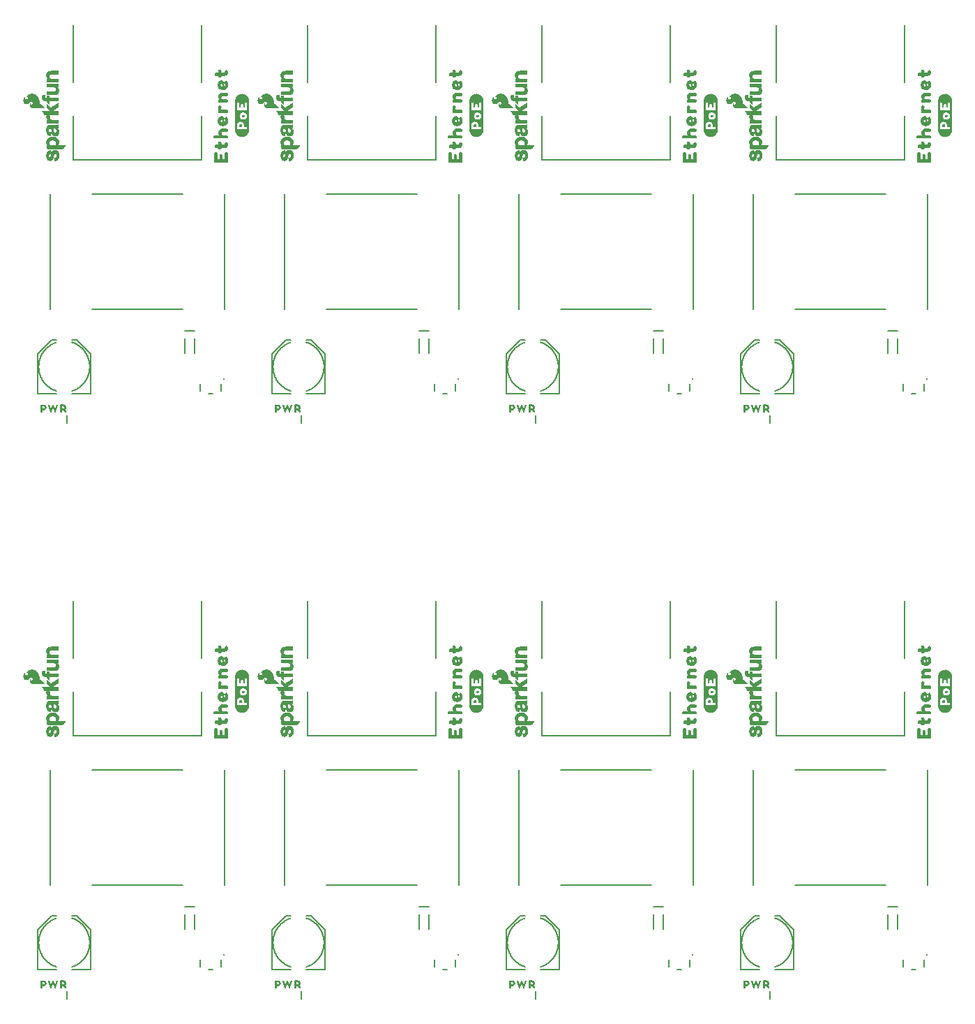
<source format=gto>
G04 EAGLE Gerber RS-274X export*
G75*
%MOMM*%
%FSLAX34Y34*%
%LPD*%
%INSilkscreen Top*%
%IPPOS*%
%AMOC8*
5,1,8,0,0,1.08239X$1,22.5*%
G01*
%ADD10C,0.152400*%
%ADD11C,0.254000*%
%ADD12C,0.203200*%
%ADD13C,0.177800*%

G36*
X1120143Y1129653D02*
X1120143Y1129653D01*
X1120145Y1129651D01*
X1121045Y1129751D01*
X1121046Y1129751D01*
X1121846Y1129851D01*
X1121849Y1129854D01*
X1121852Y1129852D01*
X1122652Y1130052D01*
X1122655Y1130056D01*
X1122657Y1130054D01*
X1123457Y1130354D01*
X1123459Y1130357D01*
X1123462Y1130356D01*
X1124262Y1130756D01*
X1124263Y1130758D01*
X1124264Y1130757D01*
X1124964Y1131157D01*
X1124966Y1131161D01*
X1124969Y1131160D01*
X1125669Y1131660D01*
X1125670Y1131666D01*
X1125675Y1131665D01*
X1126875Y1132865D01*
X1126876Y1132875D01*
X1126883Y1132876D01*
X1127282Y1133575D01*
X1127782Y1134374D01*
X1127781Y1134380D01*
X1127785Y1134381D01*
X1128085Y1135081D01*
X1128085Y1135082D01*
X1128086Y1135083D01*
X1128386Y1135883D01*
X1128384Y1135889D01*
X1128388Y1135892D01*
X1128387Y1135893D01*
X1128389Y1135895D01*
X1128489Y1136794D01*
X1128689Y1138394D01*
X1128659Y1138445D01*
X1128658Y1138445D01*
X1128657Y1138446D01*
X1128632Y1138456D01*
X1128681Y1138472D01*
X1128675Y1138489D01*
X1128689Y1138500D01*
X1128689Y1173100D01*
X1128687Y1173103D01*
X1128689Y1173105D01*
X1128589Y1174005D01*
X1128589Y1174006D01*
X1128489Y1174806D01*
X1128486Y1174809D01*
X1128488Y1174812D01*
X1128288Y1175612D01*
X1128284Y1175615D01*
X1128286Y1175617D01*
X1127686Y1177217D01*
X1127678Y1177222D01*
X1127680Y1177229D01*
X1126680Y1178629D01*
X1126677Y1178629D01*
X1126678Y1178632D01*
X1126178Y1179232D01*
X1126172Y1179233D01*
X1126172Y1179237D01*
X1125472Y1179837D01*
X1125472Y1179838D01*
X1124872Y1180338D01*
X1124863Y1180338D01*
X1124862Y1180344D01*
X1124063Y1180744D01*
X1123364Y1181143D01*
X1123359Y1181142D01*
X1123357Y1181146D01*
X1122557Y1181446D01*
X1122552Y1181445D01*
X1122551Y1181448D01*
X1121651Y1181648D01*
X1121647Y1181647D01*
X1121646Y1181649D01*
X1120846Y1181749D01*
X1120842Y1181747D01*
X1120840Y1181749D01*
X1120040Y1181749D01*
X1120037Y1181747D01*
X1120035Y1181749D01*
X1119135Y1181649D01*
X1119134Y1181649D01*
X1118334Y1181549D01*
X1118331Y1181546D01*
X1118328Y1181548D01*
X1117528Y1181348D01*
X1117525Y1181344D01*
X1117523Y1181346D01*
X1116723Y1181046D01*
X1116721Y1181043D01*
X1116718Y1181044D01*
X1115918Y1180644D01*
X1115915Y1180639D01*
X1115911Y1180640D01*
X1114511Y1179640D01*
X1114510Y1179634D01*
X1114505Y1179635D01*
X1113905Y1179035D01*
X1113905Y1179031D01*
X1113902Y1179032D01*
X1113402Y1178432D01*
X1113402Y1178429D01*
X1113400Y1178429D01*
X1112900Y1177729D01*
X1112900Y1177723D01*
X1112896Y1177722D01*
X1112496Y1176922D01*
X1112496Y1176920D01*
X1112495Y1176919D01*
X1112195Y1176219D01*
X1112195Y1176218D01*
X1112194Y1176217D01*
X1111894Y1175417D01*
X1111895Y1175412D01*
X1111892Y1175411D01*
X1111692Y1174511D01*
X1111693Y1174507D01*
X1111691Y1174506D01*
X1111591Y1173706D01*
X1111593Y1173702D01*
X1111591Y1173700D01*
X1111591Y1172900D01*
X1111613Y1172871D01*
X1111614Y1172858D01*
X1111639Y1172842D01*
X1111635Y1172839D01*
X1111606Y1172836D01*
X1111608Y1172819D01*
X1111593Y1172807D01*
X1111595Y1172803D01*
X1111591Y1172800D01*
X1111591Y1138200D01*
X1111594Y1138196D01*
X1111591Y1138193D01*
X1111691Y1137493D01*
X1111791Y1136694D01*
X1111794Y1136691D01*
X1111792Y1136688D01*
X1112192Y1135088D01*
X1112198Y1135083D01*
X1112196Y1135078D01*
X1112596Y1134278D01*
X1112598Y1134277D01*
X1112597Y1134276D01*
X1112997Y1133576D01*
X1113001Y1133574D01*
X1113000Y1133571D01*
X1113500Y1132871D01*
X1113503Y1132870D01*
X1113503Y1132868D01*
X1114103Y1132168D01*
X1114109Y1132167D01*
X1114108Y1132162D01*
X1114708Y1131662D01*
X1114711Y1131662D01*
X1114711Y1131660D01*
X1116111Y1130660D01*
X1116121Y1130660D01*
X1116123Y1130654D01*
X1116921Y1130354D01*
X1117621Y1130055D01*
X1117627Y1130056D01*
X1117629Y1130052D01*
X1118528Y1129852D01*
X1119328Y1129652D01*
X1119336Y1129656D01*
X1119340Y1129651D01*
X1120140Y1129651D01*
X1120143Y1129653D01*
G37*
G36*
X551183Y1129653D02*
X551183Y1129653D01*
X551185Y1129651D01*
X552085Y1129751D01*
X552086Y1129751D01*
X552886Y1129851D01*
X552889Y1129854D01*
X552892Y1129852D01*
X553692Y1130052D01*
X553695Y1130056D01*
X553697Y1130054D01*
X554497Y1130354D01*
X554499Y1130357D01*
X554502Y1130356D01*
X555302Y1130756D01*
X555303Y1130758D01*
X555304Y1130757D01*
X556004Y1131157D01*
X556006Y1131161D01*
X556009Y1131160D01*
X556709Y1131660D01*
X556710Y1131666D01*
X556715Y1131665D01*
X557915Y1132865D01*
X557916Y1132875D01*
X557923Y1132876D01*
X558322Y1133575D01*
X558822Y1134374D01*
X558821Y1134380D01*
X558825Y1134381D01*
X559125Y1135081D01*
X559125Y1135082D01*
X559126Y1135083D01*
X559426Y1135883D01*
X559424Y1135889D01*
X559428Y1135892D01*
X559427Y1135893D01*
X559429Y1135895D01*
X559529Y1136794D01*
X559729Y1138394D01*
X559699Y1138445D01*
X559698Y1138445D01*
X559697Y1138446D01*
X559672Y1138456D01*
X559721Y1138472D01*
X559715Y1138489D01*
X559729Y1138500D01*
X559729Y1173100D01*
X559727Y1173103D01*
X559729Y1173105D01*
X559629Y1174005D01*
X559629Y1174006D01*
X559529Y1174806D01*
X559526Y1174809D01*
X559528Y1174812D01*
X559328Y1175612D01*
X559324Y1175615D01*
X559326Y1175617D01*
X558726Y1177217D01*
X558718Y1177222D01*
X558720Y1177229D01*
X557720Y1178629D01*
X557717Y1178629D01*
X557718Y1178632D01*
X557218Y1179232D01*
X557212Y1179233D01*
X557212Y1179237D01*
X556512Y1179837D01*
X556512Y1179838D01*
X555912Y1180338D01*
X555903Y1180338D01*
X555902Y1180344D01*
X555103Y1180744D01*
X554404Y1181143D01*
X554399Y1181142D01*
X554397Y1181146D01*
X553597Y1181446D01*
X553592Y1181445D01*
X553591Y1181448D01*
X552691Y1181648D01*
X552687Y1181647D01*
X552686Y1181649D01*
X551886Y1181749D01*
X551882Y1181747D01*
X551880Y1181749D01*
X551080Y1181749D01*
X551077Y1181747D01*
X551075Y1181749D01*
X550175Y1181649D01*
X550174Y1181649D01*
X549374Y1181549D01*
X549371Y1181546D01*
X549368Y1181548D01*
X548568Y1181348D01*
X548565Y1181344D01*
X548563Y1181346D01*
X547763Y1181046D01*
X547761Y1181043D01*
X547758Y1181044D01*
X546958Y1180644D01*
X546955Y1180639D01*
X546951Y1180640D01*
X545551Y1179640D01*
X545550Y1179634D01*
X545545Y1179635D01*
X544945Y1179035D01*
X544945Y1179031D01*
X544942Y1179032D01*
X544442Y1178432D01*
X544442Y1178429D01*
X544440Y1178429D01*
X543940Y1177729D01*
X543940Y1177723D01*
X543936Y1177722D01*
X543536Y1176922D01*
X543536Y1176920D01*
X543535Y1176919D01*
X543235Y1176219D01*
X543235Y1176218D01*
X543234Y1176217D01*
X542934Y1175417D01*
X542935Y1175412D01*
X542932Y1175411D01*
X542732Y1174511D01*
X542733Y1174507D01*
X542731Y1174506D01*
X542631Y1173706D01*
X542633Y1173702D01*
X542631Y1173700D01*
X542631Y1172900D01*
X542653Y1172871D01*
X542654Y1172858D01*
X542679Y1172842D01*
X542675Y1172839D01*
X542646Y1172836D01*
X542648Y1172819D01*
X542633Y1172807D01*
X542635Y1172803D01*
X542631Y1172800D01*
X542631Y1138200D01*
X542634Y1138196D01*
X542631Y1138193D01*
X542731Y1137493D01*
X542831Y1136694D01*
X542834Y1136691D01*
X542832Y1136688D01*
X543232Y1135088D01*
X543238Y1135083D01*
X543236Y1135078D01*
X543636Y1134278D01*
X543638Y1134277D01*
X543637Y1134276D01*
X544037Y1133576D01*
X544041Y1133574D01*
X544040Y1133571D01*
X544540Y1132871D01*
X544543Y1132870D01*
X544543Y1132868D01*
X545143Y1132168D01*
X545149Y1132167D01*
X545148Y1132162D01*
X545748Y1131662D01*
X545751Y1131662D01*
X545751Y1131660D01*
X547151Y1130660D01*
X547161Y1130660D01*
X547163Y1130654D01*
X547961Y1130354D01*
X548661Y1130055D01*
X548667Y1130056D01*
X548669Y1130052D01*
X549568Y1129852D01*
X550368Y1129652D01*
X550376Y1129656D01*
X550380Y1129651D01*
X551180Y1129651D01*
X551183Y1129653D01*
G37*
G36*
X835663Y1129653D02*
X835663Y1129653D01*
X835665Y1129651D01*
X836565Y1129751D01*
X836566Y1129751D01*
X837366Y1129851D01*
X837369Y1129854D01*
X837372Y1129852D01*
X838172Y1130052D01*
X838175Y1130056D01*
X838177Y1130054D01*
X838977Y1130354D01*
X838979Y1130357D01*
X838982Y1130356D01*
X839782Y1130756D01*
X839783Y1130758D01*
X839784Y1130757D01*
X840484Y1131157D01*
X840486Y1131161D01*
X840489Y1131160D01*
X841189Y1131660D01*
X841190Y1131666D01*
X841195Y1131665D01*
X842395Y1132865D01*
X842396Y1132875D01*
X842403Y1132876D01*
X842802Y1133575D01*
X843302Y1134374D01*
X843301Y1134380D01*
X843305Y1134381D01*
X843605Y1135081D01*
X843605Y1135082D01*
X843606Y1135083D01*
X843906Y1135883D01*
X843904Y1135889D01*
X843908Y1135892D01*
X843907Y1135893D01*
X843909Y1135895D01*
X844009Y1136794D01*
X844209Y1138394D01*
X844179Y1138445D01*
X844178Y1138445D01*
X844177Y1138446D01*
X844152Y1138456D01*
X844201Y1138472D01*
X844195Y1138489D01*
X844209Y1138500D01*
X844209Y1173100D01*
X844207Y1173103D01*
X844209Y1173105D01*
X844109Y1174005D01*
X844109Y1174006D01*
X844009Y1174806D01*
X844006Y1174809D01*
X844008Y1174812D01*
X843808Y1175612D01*
X843804Y1175615D01*
X843806Y1175617D01*
X843206Y1177217D01*
X843198Y1177222D01*
X843200Y1177229D01*
X842200Y1178629D01*
X842197Y1178629D01*
X842198Y1178632D01*
X841698Y1179232D01*
X841692Y1179233D01*
X841692Y1179237D01*
X840992Y1179837D01*
X840992Y1179838D01*
X840392Y1180338D01*
X840383Y1180338D01*
X840382Y1180344D01*
X839583Y1180744D01*
X838884Y1181143D01*
X838879Y1181142D01*
X838877Y1181146D01*
X838077Y1181446D01*
X838072Y1181445D01*
X838071Y1181448D01*
X837171Y1181648D01*
X837167Y1181647D01*
X837166Y1181649D01*
X836366Y1181749D01*
X836362Y1181747D01*
X836360Y1181749D01*
X835560Y1181749D01*
X835557Y1181747D01*
X835555Y1181749D01*
X834655Y1181649D01*
X834654Y1181649D01*
X833854Y1181549D01*
X833851Y1181546D01*
X833848Y1181548D01*
X833048Y1181348D01*
X833045Y1181344D01*
X833043Y1181346D01*
X832243Y1181046D01*
X832241Y1181043D01*
X832238Y1181044D01*
X831438Y1180644D01*
X831435Y1180639D01*
X831431Y1180640D01*
X830031Y1179640D01*
X830030Y1179634D01*
X830025Y1179635D01*
X829425Y1179035D01*
X829425Y1179031D01*
X829422Y1179032D01*
X828922Y1178432D01*
X828922Y1178429D01*
X828920Y1178429D01*
X828420Y1177729D01*
X828420Y1177723D01*
X828416Y1177722D01*
X828016Y1176922D01*
X828016Y1176920D01*
X828015Y1176919D01*
X827715Y1176219D01*
X827715Y1176218D01*
X827714Y1176217D01*
X827414Y1175417D01*
X827415Y1175412D01*
X827412Y1175411D01*
X827212Y1174511D01*
X827213Y1174507D01*
X827211Y1174506D01*
X827111Y1173706D01*
X827113Y1173702D01*
X827111Y1173700D01*
X827111Y1172900D01*
X827133Y1172871D01*
X827134Y1172858D01*
X827159Y1172842D01*
X827155Y1172839D01*
X827126Y1172836D01*
X827128Y1172819D01*
X827113Y1172807D01*
X827115Y1172803D01*
X827111Y1172800D01*
X827111Y1138200D01*
X827114Y1138196D01*
X827111Y1138193D01*
X827211Y1137493D01*
X827311Y1136694D01*
X827314Y1136691D01*
X827312Y1136688D01*
X827712Y1135088D01*
X827718Y1135083D01*
X827716Y1135078D01*
X828116Y1134278D01*
X828118Y1134277D01*
X828117Y1134276D01*
X828517Y1133576D01*
X828521Y1133574D01*
X828520Y1133571D01*
X829020Y1132871D01*
X829023Y1132870D01*
X829023Y1132868D01*
X829623Y1132168D01*
X829629Y1132167D01*
X829628Y1132162D01*
X830228Y1131662D01*
X830231Y1131662D01*
X830231Y1131660D01*
X831631Y1130660D01*
X831641Y1130660D01*
X831643Y1130654D01*
X832441Y1130354D01*
X833141Y1130055D01*
X833147Y1130056D01*
X833149Y1130052D01*
X834048Y1129852D01*
X834848Y1129652D01*
X834856Y1129656D01*
X834860Y1129651D01*
X835660Y1129651D01*
X835663Y1129653D01*
G37*
G36*
X266703Y1129653D02*
X266703Y1129653D01*
X266705Y1129651D01*
X267605Y1129751D01*
X267606Y1129751D01*
X268406Y1129851D01*
X268409Y1129854D01*
X268412Y1129852D01*
X269212Y1130052D01*
X269215Y1130056D01*
X269217Y1130054D01*
X270017Y1130354D01*
X270019Y1130357D01*
X270022Y1130356D01*
X270822Y1130756D01*
X270823Y1130758D01*
X270824Y1130757D01*
X271524Y1131157D01*
X271526Y1131161D01*
X271529Y1131160D01*
X272229Y1131660D01*
X272230Y1131666D01*
X272235Y1131665D01*
X273435Y1132865D01*
X273436Y1132875D01*
X273443Y1132876D01*
X273842Y1133575D01*
X274342Y1134374D01*
X274341Y1134380D01*
X274345Y1134381D01*
X274645Y1135081D01*
X274645Y1135082D01*
X274646Y1135083D01*
X274946Y1135883D01*
X274944Y1135889D01*
X274948Y1135892D01*
X274947Y1135893D01*
X274949Y1135895D01*
X275049Y1136794D01*
X275249Y1138394D01*
X275219Y1138445D01*
X275218Y1138445D01*
X275217Y1138446D01*
X275192Y1138456D01*
X275241Y1138472D01*
X275235Y1138489D01*
X275249Y1138500D01*
X275249Y1173100D01*
X275247Y1173103D01*
X275249Y1173105D01*
X275149Y1174005D01*
X275149Y1174006D01*
X275049Y1174806D01*
X275046Y1174809D01*
X275048Y1174812D01*
X274848Y1175612D01*
X274844Y1175615D01*
X274846Y1175617D01*
X274246Y1177217D01*
X274238Y1177222D01*
X274240Y1177229D01*
X273240Y1178629D01*
X273237Y1178629D01*
X273238Y1178632D01*
X272738Y1179232D01*
X272732Y1179233D01*
X272732Y1179237D01*
X272032Y1179837D01*
X272032Y1179838D01*
X271432Y1180338D01*
X271423Y1180338D01*
X271422Y1180344D01*
X270623Y1180744D01*
X269924Y1181143D01*
X269919Y1181142D01*
X269917Y1181146D01*
X269117Y1181446D01*
X269112Y1181445D01*
X269111Y1181448D01*
X268211Y1181648D01*
X268207Y1181647D01*
X268206Y1181649D01*
X267406Y1181749D01*
X267402Y1181747D01*
X267400Y1181749D01*
X266600Y1181749D01*
X266597Y1181747D01*
X266595Y1181749D01*
X265695Y1181649D01*
X265694Y1181649D01*
X264894Y1181549D01*
X264891Y1181546D01*
X264888Y1181548D01*
X264088Y1181348D01*
X264085Y1181344D01*
X264083Y1181346D01*
X263283Y1181046D01*
X263281Y1181043D01*
X263278Y1181044D01*
X262478Y1180644D01*
X262475Y1180639D01*
X262471Y1180640D01*
X261071Y1179640D01*
X261070Y1179634D01*
X261065Y1179635D01*
X260465Y1179035D01*
X260465Y1179031D01*
X260462Y1179032D01*
X259962Y1178432D01*
X259962Y1178429D01*
X259960Y1178429D01*
X259460Y1177729D01*
X259460Y1177723D01*
X259456Y1177722D01*
X259056Y1176922D01*
X259056Y1176920D01*
X259055Y1176919D01*
X258755Y1176219D01*
X258755Y1176218D01*
X258754Y1176217D01*
X258454Y1175417D01*
X258455Y1175412D01*
X258452Y1175411D01*
X258252Y1174511D01*
X258253Y1174507D01*
X258251Y1174506D01*
X258151Y1173706D01*
X258153Y1173702D01*
X258151Y1173700D01*
X258151Y1172900D01*
X258173Y1172871D01*
X258174Y1172858D01*
X258199Y1172842D01*
X258195Y1172839D01*
X258166Y1172836D01*
X258168Y1172819D01*
X258153Y1172807D01*
X258155Y1172803D01*
X258151Y1172800D01*
X258151Y1138200D01*
X258154Y1138196D01*
X258151Y1138193D01*
X258251Y1137493D01*
X258351Y1136694D01*
X258354Y1136691D01*
X258352Y1136688D01*
X258752Y1135088D01*
X258758Y1135083D01*
X258756Y1135078D01*
X259156Y1134278D01*
X259158Y1134277D01*
X259157Y1134276D01*
X259557Y1133576D01*
X259561Y1133574D01*
X259560Y1133571D01*
X260060Y1132871D01*
X260063Y1132870D01*
X260063Y1132868D01*
X260663Y1132168D01*
X260669Y1132167D01*
X260668Y1132162D01*
X261268Y1131662D01*
X261271Y1131662D01*
X261271Y1131660D01*
X262671Y1130660D01*
X262681Y1130660D01*
X262683Y1130654D01*
X263481Y1130354D01*
X264181Y1130055D01*
X264187Y1130056D01*
X264189Y1130052D01*
X265088Y1129852D01*
X265888Y1129652D01*
X265896Y1129656D01*
X265900Y1129651D01*
X266700Y1129651D01*
X266703Y1129653D01*
G37*
G36*
X1120143Y431153D02*
X1120143Y431153D01*
X1120145Y431151D01*
X1121045Y431251D01*
X1121046Y431251D01*
X1121846Y431351D01*
X1121849Y431354D01*
X1121852Y431352D01*
X1122652Y431552D01*
X1122655Y431556D01*
X1122657Y431554D01*
X1123457Y431854D01*
X1123459Y431857D01*
X1123462Y431856D01*
X1124262Y432256D01*
X1124263Y432258D01*
X1124264Y432257D01*
X1124964Y432657D01*
X1124966Y432661D01*
X1124969Y432660D01*
X1125669Y433160D01*
X1125670Y433166D01*
X1125675Y433165D01*
X1126875Y434365D01*
X1126876Y434375D01*
X1126883Y434376D01*
X1127282Y435075D01*
X1127782Y435874D01*
X1127781Y435880D01*
X1127785Y435881D01*
X1128085Y436581D01*
X1128085Y436582D01*
X1128086Y436583D01*
X1128386Y437383D01*
X1128384Y437389D01*
X1128388Y437392D01*
X1128387Y437393D01*
X1128389Y437395D01*
X1128489Y438294D01*
X1128689Y439894D01*
X1128659Y439945D01*
X1128658Y439945D01*
X1128657Y439946D01*
X1128632Y439956D01*
X1128681Y439972D01*
X1128675Y439989D01*
X1128689Y440000D01*
X1128689Y474600D01*
X1128687Y474603D01*
X1128689Y474605D01*
X1128589Y475505D01*
X1128589Y475506D01*
X1128489Y476306D01*
X1128486Y476309D01*
X1128488Y476312D01*
X1128288Y477112D01*
X1128284Y477115D01*
X1128286Y477117D01*
X1127686Y478717D01*
X1127678Y478722D01*
X1127680Y478729D01*
X1126680Y480129D01*
X1126677Y480129D01*
X1126678Y480132D01*
X1126178Y480732D01*
X1126172Y480733D01*
X1126172Y480737D01*
X1125472Y481337D01*
X1125472Y481338D01*
X1124872Y481838D01*
X1124863Y481838D01*
X1124862Y481844D01*
X1124063Y482244D01*
X1123364Y482643D01*
X1123359Y482642D01*
X1123357Y482646D01*
X1122557Y482946D01*
X1122552Y482945D01*
X1122551Y482948D01*
X1121651Y483148D01*
X1121647Y483147D01*
X1121646Y483149D01*
X1120846Y483249D01*
X1120842Y483247D01*
X1120840Y483249D01*
X1120040Y483249D01*
X1120037Y483247D01*
X1120035Y483249D01*
X1119135Y483149D01*
X1119134Y483149D01*
X1118334Y483049D01*
X1118331Y483046D01*
X1118328Y483048D01*
X1117528Y482848D01*
X1117525Y482844D01*
X1117523Y482846D01*
X1116723Y482546D01*
X1116721Y482543D01*
X1116718Y482544D01*
X1115918Y482144D01*
X1115915Y482139D01*
X1115911Y482140D01*
X1114511Y481140D01*
X1114510Y481134D01*
X1114505Y481135D01*
X1113905Y480535D01*
X1113905Y480531D01*
X1113902Y480532D01*
X1113402Y479932D01*
X1113402Y479929D01*
X1113400Y479929D01*
X1112900Y479229D01*
X1112900Y479223D01*
X1112896Y479222D01*
X1112496Y478422D01*
X1112496Y478420D01*
X1112495Y478419D01*
X1112195Y477719D01*
X1112195Y477718D01*
X1112194Y477717D01*
X1111894Y476917D01*
X1111895Y476912D01*
X1111892Y476911D01*
X1111692Y476011D01*
X1111693Y476007D01*
X1111691Y476006D01*
X1111591Y475206D01*
X1111593Y475202D01*
X1111591Y475200D01*
X1111591Y474400D01*
X1111613Y474371D01*
X1111614Y474358D01*
X1111639Y474342D01*
X1111635Y474339D01*
X1111606Y474336D01*
X1111608Y474319D01*
X1111593Y474307D01*
X1111595Y474303D01*
X1111591Y474300D01*
X1111591Y439700D01*
X1111594Y439696D01*
X1111591Y439693D01*
X1111691Y438993D01*
X1111791Y438194D01*
X1111794Y438191D01*
X1111792Y438188D01*
X1112192Y436588D01*
X1112198Y436583D01*
X1112196Y436578D01*
X1112596Y435778D01*
X1112598Y435777D01*
X1112597Y435776D01*
X1112997Y435076D01*
X1113001Y435074D01*
X1113000Y435071D01*
X1113500Y434371D01*
X1113503Y434370D01*
X1113503Y434368D01*
X1114103Y433668D01*
X1114109Y433667D01*
X1114108Y433662D01*
X1114708Y433162D01*
X1114711Y433162D01*
X1114711Y433160D01*
X1116111Y432160D01*
X1116121Y432160D01*
X1116123Y432154D01*
X1116921Y431854D01*
X1117621Y431555D01*
X1117627Y431556D01*
X1117629Y431552D01*
X1118528Y431352D01*
X1119328Y431152D01*
X1119336Y431156D01*
X1119340Y431151D01*
X1120140Y431151D01*
X1120143Y431153D01*
G37*
G36*
X835663Y431153D02*
X835663Y431153D01*
X835665Y431151D01*
X836565Y431251D01*
X836566Y431251D01*
X837366Y431351D01*
X837369Y431354D01*
X837372Y431352D01*
X838172Y431552D01*
X838175Y431556D01*
X838177Y431554D01*
X838977Y431854D01*
X838979Y431857D01*
X838982Y431856D01*
X839782Y432256D01*
X839783Y432258D01*
X839784Y432257D01*
X840484Y432657D01*
X840486Y432661D01*
X840489Y432660D01*
X841189Y433160D01*
X841190Y433166D01*
X841195Y433165D01*
X842395Y434365D01*
X842396Y434375D01*
X842403Y434376D01*
X842802Y435075D01*
X843302Y435874D01*
X843301Y435880D01*
X843305Y435881D01*
X843605Y436581D01*
X843605Y436582D01*
X843606Y436583D01*
X843906Y437383D01*
X843904Y437389D01*
X843908Y437392D01*
X843907Y437393D01*
X843909Y437395D01*
X844009Y438294D01*
X844209Y439894D01*
X844179Y439945D01*
X844178Y439945D01*
X844177Y439946D01*
X844152Y439956D01*
X844201Y439972D01*
X844195Y439989D01*
X844209Y440000D01*
X844209Y474600D01*
X844207Y474603D01*
X844209Y474605D01*
X844109Y475505D01*
X844109Y475506D01*
X844009Y476306D01*
X844006Y476309D01*
X844008Y476312D01*
X843808Y477112D01*
X843804Y477115D01*
X843806Y477117D01*
X843206Y478717D01*
X843198Y478722D01*
X843200Y478729D01*
X842200Y480129D01*
X842197Y480129D01*
X842198Y480132D01*
X841698Y480732D01*
X841692Y480733D01*
X841692Y480737D01*
X840992Y481337D01*
X840992Y481338D01*
X840392Y481838D01*
X840383Y481838D01*
X840382Y481844D01*
X839583Y482244D01*
X838884Y482643D01*
X838879Y482642D01*
X838877Y482646D01*
X838077Y482946D01*
X838072Y482945D01*
X838071Y482948D01*
X837171Y483148D01*
X837167Y483147D01*
X837166Y483149D01*
X836366Y483249D01*
X836362Y483247D01*
X836360Y483249D01*
X835560Y483249D01*
X835557Y483247D01*
X835555Y483249D01*
X834655Y483149D01*
X834654Y483149D01*
X833854Y483049D01*
X833851Y483046D01*
X833848Y483048D01*
X833048Y482848D01*
X833045Y482844D01*
X833043Y482846D01*
X832243Y482546D01*
X832241Y482543D01*
X832238Y482544D01*
X831438Y482144D01*
X831435Y482139D01*
X831431Y482140D01*
X830031Y481140D01*
X830030Y481134D01*
X830025Y481135D01*
X829425Y480535D01*
X829425Y480531D01*
X829422Y480532D01*
X828922Y479932D01*
X828922Y479929D01*
X828920Y479929D01*
X828420Y479229D01*
X828420Y479223D01*
X828416Y479222D01*
X828016Y478422D01*
X828016Y478420D01*
X828015Y478419D01*
X827715Y477719D01*
X827715Y477718D01*
X827714Y477717D01*
X827414Y476917D01*
X827415Y476912D01*
X827412Y476911D01*
X827212Y476011D01*
X827213Y476007D01*
X827211Y476006D01*
X827111Y475206D01*
X827113Y475202D01*
X827111Y475200D01*
X827111Y474400D01*
X827133Y474371D01*
X827134Y474358D01*
X827159Y474342D01*
X827155Y474339D01*
X827126Y474336D01*
X827128Y474319D01*
X827113Y474307D01*
X827115Y474303D01*
X827111Y474300D01*
X827111Y439700D01*
X827114Y439696D01*
X827111Y439693D01*
X827211Y438993D01*
X827311Y438194D01*
X827314Y438191D01*
X827312Y438188D01*
X827712Y436588D01*
X827718Y436583D01*
X827716Y436578D01*
X828116Y435778D01*
X828118Y435777D01*
X828117Y435776D01*
X828517Y435076D01*
X828521Y435074D01*
X828520Y435071D01*
X829020Y434371D01*
X829023Y434370D01*
X829023Y434368D01*
X829623Y433668D01*
X829629Y433667D01*
X829628Y433662D01*
X830228Y433162D01*
X830231Y433162D01*
X830231Y433160D01*
X831631Y432160D01*
X831641Y432160D01*
X831643Y432154D01*
X832441Y431854D01*
X833141Y431555D01*
X833147Y431556D01*
X833149Y431552D01*
X834048Y431352D01*
X834848Y431152D01*
X834856Y431156D01*
X834860Y431151D01*
X835660Y431151D01*
X835663Y431153D01*
G37*
G36*
X551183Y431153D02*
X551183Y431153D01*
X551185Y431151D01*
X552085Y431251D01*
X552086Y431251D01*
X552886Y431351D01*
X552889Y431354D01*
X552892Y431352D01*
X553692Y431552D01*
X553695Y431556D01*
X553697Y431554D01*
X554497Y431854D01*
X554499Y431857D01*
X554502Y431856D01*
X555302Y432256D01*
X555303Y432258D01*
X555304Y432257D01*
X556004Y432657D01*
X556006Y432661D01*
X556009Y432660D01*
X556709Y433160D01*
X556710Y433166D01*
X556715Y433165D01*
X557915Y434365D01*
X557916Y434375D01*
X557923Y434376D01*
X558322Y435075D01*
X558822Y435874D01*
X558821Y435880D01*
X558825Y435881D01*
X559125Y436581D01*
X559125Y436582D01*
X559126Y436583D01*
X559426Y437383D01*
X559424Y437389D01*
X559428Y437392D01*
X559427Y437393D01*
X559429Y437395D01*
X559529Y438294D01*
X559729Y439894D01*
X559699Y439945D01*
X559698Y439945D01*
X559697Y439946D01*
X559672Y439956D01*
X559721Y439972D01*
X559715Y439989D01*
X559729Y440000D01*
X559729Y474600D01*
X559727Y474603D01*
X559729Y474605D01*
X559629Y475505D01*
X559629Y475506D01*
X559529Y476306D01*
X559526Y476309D01*
X559528Y476312D01*
X559328Y477112D01*
X559324Y477115D01*
X559326Y477117D01*
X558726Y478717D01*
X558718Y478722D01*
X558720Y478729D01*
X557720Y480129D01*
X557717Y480129D01*
X557718Y480132D01*
X557218Y480732D01*
X557212Y480733D01*
X557212Y480737D01*
X556512Y481337D01*
X556512Y481338D01*
X555912Y481838D01*
X555903Y481838D01*
X555902Y481844D01*
X555103Y482244D01*
X554404Y482643D01*
X554399Y482642D01*
X554397Y482646D01*
X553597Y482946D01*
X553592Y482945D01*
X553591Y482948D01*
X552691Y483148D01*
X552687Y483147D01*
X552686Y483149D01*
X551886Y483249D01*
X551882Y483247D01*
X551880Y483249D01*
X551080Y483249D01*
X551077Y483247D01*
X551075Y483249D01*
X550175Y483149D01*
X550174Y483149D01*
X549374Y483049D01*
X549371Y483046D01*
X549368Y483048D01*
X548568Y482848D01*
X548565Y482844D01*
X548563Y482846D01*
X547763Y482546D01*
X547761Y482543D01*
X547758Y482544D01*
X546958Y482144D01*
X546955Y482139D01*
X546951Y482140D01*
X545551Y481140D01*
X545550Y481134D01*
X545545Y481135D01*
X544945Y480535D01*
X544945Y480531D01*
X544942Y480532D01*
X544442Y479932D01*
X544442Y479929D01*
X544440Y479929D01*
X543940Y479229D01*
X543940Y479223D01*
X543936Y479222D01*
X543536Y478422D01*
X543536Y478420D01*
X543535Y478419D01*
X543235Y477719D01*
X543235Y477718D01*
X543234Y477717D01*
X542934Y476917D01*
X542935Y476912D01*
X542932Y476911D01*
X542732Y476011D01*
X542733Y476007D01*
X542731Y476006D01*
X542631Y475206D01*
X542633Y475202D01*
X542631Y475200D01*
X542631Y474400D01*
X542653Y474371D01*
X542654Y474358D01*
X542679Y474342D01*
X542675Y474339D01*
X542646Y474336D01*
X542648Y474319D01*
X542633Y474307D01*
X542635Y474303D01*
X542631Y474300D01*
X542631Y439700D01*
X542634Y439696D01*
X542631Y439693D01*
X542731Y438993D01*
X542831Y438194D01*
X542834Y438191D01*
X542832Y438188D01*
X543232Y436588D01*
X543238Y436583D01*
X543236Y436578D01*
X543636Y435778D01*
X543638Y435777D01*
X543637Y435776D01*
X544037Y435076D01*
X544041Y435074D01*
X544040Y435071D01*
X544540Y434371D01*
X544543Y434370D01*
X544543Y434368D01*
X545143Y433668D01*
X545149Y433667D01*
X545148Y433662D01*
X545748Y433162D01*
X545751Y433162D01*
X545751Y433160D01*
X547151Y432160D01*
X547161Y432160D01*
X547163Y432154D01*
X547961Y431854D01*
X548661Y431555D01*
X548667Y431556D01*
X548669Y431552D01*
X549568Y431352D01*
X550368Y431152D01*
X550376Y431156D01*
X550380Y431151D01*
X551180Y431151D01*
X551183Y431153D01*
G37*
G36*
X266703Y431153D02*
X266703Y431153D01*
X266705Y431151D01*
X267605Y431251D01*
X267606Y431251D01*
X268406Y431351D01*
X268409Y431354D01*
X268412Y431352D01*
X269212Y431552D01*
X269215Y431556D01*
X269217Y431554D01*
X270017Y431854D01*
X270019Y431857D01*
X270022Y431856D01*
X270822Y432256D01*
X270823Y432258D01*
X270824Y432257D01*
X271524Y432657D01*
X271526Y432661D01*
X271529Y432660D01*
X272229Y433160D01*
X272230Y433166D01*
X272235Y433165D01*
X273435Y434365D01*
X273436Y434375D01*
X273443Y434376D01*
X273842Y435075D01*
X274342Y435874D01*
X274341Y435880D01*
X274345Y435881D01*
X274645Y436581D01*
X274645Y436582D01*
X274646Y436583D01*
X274946Y437383D01*
X274944Y437389D01*
X274948Y437392D01*
X274947Y437393D01*
X274949Y437395D01*
X275049Y438294D01*
X275249Y439894D01*
X275219Y439945D01*
X275218Y439945D01*
X275217Y439946D01*
X275192Y439956D01*
X275241Y439972D01*
X275235Y439989D01*
X275249Y440000D01*
X275249Y474600D01*
X275247Y474603D01*
X275249Y474605D01*
X275149Y475505D01*
X275149Y475506D01*
X275049Y476306D01*
X275046Y476309D01*
X275048Y476312D01*
X274848Y477112D01*
X274844Y477115D01*
X274846Y477117D01*
X274246Y478717D01*
X274238Y478722D01*
X274240Y478729D01*
X273240Y480129D01*
X273237Y480129D01*
X273238Y480132D01*
X272738Y480732D01*
X272732Y480733D01*
X272732Y480737D01*
X272032Y481337D01*
X272032Y481338D01*
X271432Y481838D01*
X271423Y481838D01*
X271422Y481844D01*
X270623Y482244D01*
X269924Y482643D01*
X269919Y482642D01*
X269917Y482646D01*
X269117Y482946D01*
X269112Y482945D01*
X269111Y482948D01*
X268211Y483148D01*
X268207Y483147D01*
X268206Y483149D01*
X267406Y483249D01*
X267402Y483247D01*
X267400Y483249D01*
X266600Y483249D01*
X266597Y483247D01*
X266595Y483249D01*
X265695Y483149D01*
X265694Y483149D01*
X264894Y483049D01*
X264891Y483046D01*
X264888Y483048D01*
X264088Y482848D01*
X264085Y482844D01*
X264083Y482846D01*
X263283Y482546D01*
X263281Y482543D01*
X263278Y482544D01*
X262478Y482144D01*
X262475Y482139D01*
X262471Y482140D01*
X261071Y481140D01*
X261070Y481134D01*
X261065Y481135D01*
X260465Y480535D01*
X260465Y480531D01*
X260462Y480532D01*
X259962Y479932D01*
X259962Y479929D01*
X259960Y479929D01*
X259460Y479229D01*
X259460Y479223D01*
X259456Y479222D01*
X259056Y478422D01*
X259056Y478420D01*
X259055Y478419D01*
X258755Y477719D01*
X258755Y477718D01*
X258754Y477717D01*
X258454Y476917D01*
X258455Y476912D01*
X258452Y476911D01*
X258252Y476011D01*
X258253Y476007D01*
X258251Y476006D01*
X258151Y475206D01*
X258153Y475202D01*
X258151Y475200D01*
X258151Y474400D01*
X258173Y474371D01*
X258174Y474358D01*
X258199Y474342D01*
X258195Y474339D01*
X258166Y474336D01*
X258168Y474319D01*
X258153Y474307D01*
X258155Y474303D01*
X258151Y474300D01*
X258151Y439700D01*
X258154Y439696D01*
X258151Y439693D01*
X258251Y438993D01*
X258351Y438194D01*
X258354Y438191D01*
X258352Y438188D01*
X258752Y436588D01*
X258758Y436583D01*
X258756Y436578D01*
X259156Y435778D01*
X259158Y435777D01*
X259157Y435776D01*
X259557Y435076D01*
X259561Y435074D01*
X259560Y435071D01*
X260060Y434371D01*
X260063Y434370D01*
X260063Y434368D01*
X260663Y433668D01*
X260669Y433667D01*
X260668Y433662D01*
X261268Y433162D01*
X261271Y433162D01*
X261271Y433160D01*
X262671Y432160D01*
X262681Y432160D01*
X262683Y432154D01*
X263481Y431854D01*
X264181Y431555D01*
X264187Y431556D01*
X264189Y431552D01*
X265088Y431352D01*
X265888Y431152D01*
X265896Y431156D01*
X265900Y431151D01*
X266700Y431151D01*
X266703Y431153D01*
G37*
G36*
X26890Y1164241D02*
X26890Y1164241D01*
X26941Y1164243D01*
X26973Y1164261D01*
X27009Y1164269D01*
X27048Y1164302D01*
X27093Y1164326D01*
X27114Y1164356D01*
X27142Y1164379D01*
X27163Y1164426D01*
X27193Y1164468D01*
X27201Y1164510D01*
X27213Y1164538D01*
X27212Y1164568D01*
X27220Y1164610D01*
X27220Y1164710D01*
X27214Y1164736D01*
X27217Y1164763D01*
X27195Y1164820D01*
X27181Y1164879D01*
X27164Y1164899D01*
X27154Y1164925D01*
X27095Y1164983D01*
X27071Y1165012D01*
X27061Y1165017D01*
X27051Y1165026D01*
X26782Y1165206D01*
X26509Y1165479D01*
X26489Y1165491D01*
X26468Y1165514D01*
X26090Y1165798D01*
X25609Y1166279D01*
X25596Y1166287D01*
X25583Y1166302D01*
X24997Y1166791D01*
X24409Y1167379D01*
X24386Y1167393D01*
X24361Y1167419D01*
X23687Y1167901D01*
X22409Y1169179D01*
X22396Y1169187D01*
X22383Y1169202D01*
X21813Y1169678D01*
X21053Y1170628D01*
X20803Y1171044D01*
X20720Y1171541D01*
X20720Y1173410D01*
X20714Y1173436D01*
X20715Y1173473D01*
X20515Y1174673D01*
X20508Y1174688D01*
X20507Y1174710D01*
X20330Y1175358D01*
X20227Y1175738D01*
X20207Y1175810D01*
X20198Y1175827D01*
X20193Y1175851D01*
X19793Y1176851D01*
X19778Y1176873D01*
X19766Y1176906D01*
X19166Y1177906D01*
X19146Y1177926D01*
X19126Y1177960D01*
X18426Y1178760D01*
X18417Y1178767D01*
X18409Y1178779D01*
X17609Y1179579D01*
X17591Y1179590D01*
X17573Y1179610D01*
X16673Y1180310D01*
X16650Y1180321D01*
X16625Y1180342D01*
X14825Y1181342D01*
X14790Y1181352D01*
X14742Y1181376D01*
X12942Y1181876D01*
X12908Y1181878D01*
X12861Y1181890D01*
X11061Y1181990D01*
X11026Y1181983D01*
X10970Y1181984D01*
X9370Y1181684D01*
X9346Y1181673D01*
X9312Y1181668D01*
X7912Y1181168D01*
X7887Y1181152D01*
X7848Y1181138D01*
X6648Y1180438D01*
X6626Y1180417D01*
X6587Y1180394D01*
X5687Y1179594D01*
X5684Y1179590D01*
X5600Y1179480D01*
X5200Y1178680D01*
X5188Y1178630D01*
X5167Y1178582D01*
X5168Y1178547D01*
X5160Y1178512D01*
X5171Y1178461D01*
X5173Y1178409D01*
X5191Y1178378D01*
X5199Y1178343D01*
X5231Y1178303D01*
X5256Y1178257D01*
X5285Y1178236D01*
X5308Y1178209D01*
X5355Y1178187D01*
X5398Y1178157D01*
X5439Y1178149D01*
X5466Y1178137D01*
X5497Y1178138D01*
X5540Y1178130D01*
X6278Y1178130D01*
X6696Y1177991D01*
X6795Y1177842D01*
X6860Y1177648D01*
X6860Y1177100D01*
X6511Y1176401D01*
X6329Y1176130D01*
X6036Y1175738D01*
X6032Y1175729D01*
X6024Y1175721D01*
X5845Y1175452D01*
X5615Y1175223D01*
X5605Y1175218D01*
X5270Y1175050D01*
X5254Y1175037D01*
X5229Y1175026D01*
X4984Y1174863D01*
X4648Y1174779D01*
X4636Y1174773D01*
X4620Y1174771D01*
X4440Y1174711D01*
X4286Y1174762D01*
X4110Y1174850D01*
X4087Y1174856D01*
X4060Y1174871D01*
X3809Y1174955D01*
X3605Y1175090D01*
X3365Y1175411D01*
X3203Y1175734D01*
X3113Y1176185D01*
X3109Y1176192D01*
X3109Y1176202D01*
X3020Y1176557D01*
X3020Y1176748D01*
X3101Y1176990D01*
X3104Y1177027D01*
X3120Y1177110D01*
X3120Y1177410D01*
X3114Y1177435D01*
X3117Y1177461D01*
X3095Y1177519D01*
X3081Y1177579D01*
X3064Y1177599D01*
X3055Y1177623D01*
X3010Y1177665D01*
X2971Y1177712D01*
X2947Y1177723D01*
X2928Y1177740D01*
X2869Y1177758D01*
X2812Y1177783D01*
X2787Y1177782D01*
X2762Y1177790D01*
X2701Y1177779D01*
X2639Y1177777D01*
X2617Y1177764D01*
X2591Y1177760D01*
X2520Y1177712D01*
X2487Y1177694D01*
X2481Y1177686D01*
X2471Y1177679D01*
X2371Y1177579D01*
X2359Y1177559D01*
X2336Y1177538D01*
X2036Y1177138D01*
X2024Y1177112D01*
X2000Y1177080D01*
X1700Y1176480D01*
X1696Y1176463D01*
X1684Y1176444D01*
X1384Y1175644D01*
X1383Y1175637D01*
X1379Y1175630D01*
X1079Y1174730D01*
X1076Y1174692D01*
X1060Y1174610D01*
X1060Y1173610D01*
X1066Y1173582D01*
X1066Y1173542D01*
X1266Y1172442D01*
X1281Y1172407D01*
X1306Y1172328D01*
X1906Y1171228D01*
X1929Y1171202D01*
X1956Y1171157D01*
X2756Y1170257D01*
X2784Y1170238D01*
X2819Y1170201D01*
X3519Y1169701D01*
X3555Y1169686D01*
X3620Y1169649D01*
X4520Y1169349D01*
X4557Y1169346D01*
X4640Y1169330D01*
X5440Y1169330D01*
X5473Y1169337D01*
X5523Y1169339D01*
X6423Y1169539D01*
X6458Y1169556D01*
X6525Y1169578D01*
X7425Y1170078D01*
X7449Y1170100D01*
X7490Y1170124D01*
X8290Y1170824D01*
X8291Y1170825D01*
X8293Y1170826D01*
X9190Y1171624D01*
X9945Y1172284D01*
X10518Y1172530D01*
X11078Y1172530D01*
X11555Y1172371D01*
X11956Y1172050D01*
X12287Y1171554D01*
X12460Y1170863D01*
X12460Y1170148D01*
X12374Y1169719D01*
X12202Y1169288D01*
X12045Y1169052D01*
X11815Y1168823D01*
X11676Y1168753D01*
X11494Y1168662D01*
X11278Y1168590D01*
X11102Y1168590D01*
X10909Y1168655D01*
X10682Y1168806D01*
X10372Y1169115D01*
X10301Y1169330D01*
X10288Y1169350D01*
X10280Y1169380D01*
X10080Y1169780D01*
X10056Y1169809D01*
X10009Y1169879D01*
X9909Y1169979D01*
X9888Y1169992D01*
X9872Y1170011D01*
X9815Y1170037D01*
X9762Y1170070D01*
X9737Y1170073D01*
X9714Y1170083D01*
X9651Y1170081D01*
X9589Y1170087D01*
X9566Y1170078D01*
X9541Y1170077D01*
X9486Y1170047D01*
X9427Y1170025D01*
X9410Y1170007D01*
X9388Y1169995D01*
X9334Y1169925D01*
X9310Y1169898D01*
X9307Y1169889D01*
X9300Y1169880D01*
X9200Y1169680D01*
X9196Y1169665D01*
X9187Y1169652D01*
X9161Y1169518D01*
X9160Y1169512D01*
X9160Y1169511D01*
X9160Y1169510D01*
X9160Y1169357D01*
X9071Y1169002D01*
X9071Y1168966D01*
X9060Y1168910D01*
X9060Y1168110D01*
X9066Y1168084D01*
X9065Y1168048D01*
X9165Y1167448D01*
X9178Y1167417D01*
X9187Y1167369D01*
X9587Y1166369D01*
X9609Y1166338D01*
X9636Y1166282D01*
X9924Y1165898D01*
X10214Y1165414D01*
X10228Y1165400D01*
X10237Y1165381D01*
X10314Y1165311D01*
X10335Y1165290D01*
X10340Y1165288D01*
X10344Y1165284D01*
X10844Y1164984D01*
X10857Y1164980D01*
X10870Y1164970D01*
X11470Y1164670D01*
X11493Y1164664D01*
X11520Y1164649D01*
X12120Y1164449D01*
X12153Y1164446D01*
X12198Y1164432D01*
X13998Y1164232D01*
X14017Y1164234D01*
X14040Y1164230D01*
X26840Y1164230D01*
X26890Y1164241D01*
G37*
G36*
X880330Y1164241D02*
X880330Y1164241D01*
X880381Y1164243D01*
X880413Y1164261D01*
X880449Y1164269D01*
X880488Y1164302D01*
X880533Y1164326D01*
X880554Y1164356D01*
X880582Y1164379D01*
X880603Y1164426D01*
X880633Y1164468D01*
X880641Y1164510D01*
X880653Y1164538D01*
X880652Y1164568D01*
X880660Y1164610D01*
X880660Y1164710D01*
X880654Y1164736D01*
X880657Y1164763D01*
X880635Y1164820D01*
X880621Y1164879D01*
X880604Y1164899D01*
X880594Y1164925D01*
X880535Y1164983D01*
X880511Y1165012D01*
X880501Y1165017D01*
X880491Y1165026D01*
X880222Y1165206D01*
X879949Y1165479D01*
X879929Y1165491D01*
X879908Y1165514D01*
X879530Y1165798D01*
X879049Y1166279D01*
X879036Y1166287D01*
X879023Y1166302D01*
X878437Y1166791D01*
X877849Y1167379D01*
X877826Y1167393D01*
X877801Y1167419D01*
X877127Y1167901D01*
X875849Y1169179D01*
X875836Y1169187D01*
X875823Y1169202D01*
X875253Y1169678D01*
X874493Y1170628D01*
X874243Y1171044D01*
X874160Y1171541D01*
X874160Y1173410D01*
X874154Y1173436D01*
X874155Y1173473D01*
X873955Y1174673D01*
X873948Y1174688D01*
X873947Y1174710D01*
X873770Y1175358D01*
X873667Y1175738D01*
X873647Y1175810D01*
X873638Y1175827D01*
X873633Y1175851D01*
X873233Y1176851D01*
X873218Y1176873D01*
X873206Y1176906D01*
X872606Y1177906D01*
X872586Y1177926D01*
X872566Y1177960D01*
X871866Y1178760D01*
X871857Y1178767D01*
X871849Y1178779D01*
X871049Y1179579D01*
X871031Y1179590D01*
X871013Y1179610D01*
X870113Y1180310D01*
X870090Y1180321D01*
X870065Y1180342D01*
X868265Y1181342D01*
X868230Y1181352D01*
X868182Y1181376D01*
X866382Y1181876D01*
X866348Y1181878D01*
X866301Y1181890D01*
X864501Y1181990D01*
X864466Y1181983D01*
X864410Y1181984D01*
X862810Y1181684D01*
X862786Y1181673D01*
X862752Y1181668D01*
X861352Y1181168D01*
X861327Y1181152D01*
X861288Y1181138D01*
X860088Y1180438D01*
X860066Y1180417D01*
X860027Y1180394D01*
X859127Y1179594D01*
X859124Y1179590D01*
X859040Y1179480D01*
X858640Y1178680D01*
X858628Y1178630D01*
X858607Y1178582D01*
X858608Y1178547D01*
X858600Y1178512D01*
X858611Y1178461D01*
X858613Y1178409D01*
X858631Y1178378D01*
X858639Y1178343D01*
X858671Y1178303D01*
X858696Y1178257D01*
X858725Y1178236D01*
X858748Y1178209D01*
X858795Y1178187D01*
X858838Y1178157D01*
X858879Y1178149D01*
X858906Y1178137D01*
X858937Y1178138D01*
X858980Y1178130D01*
X859718Y1178130D01*
X860136Y1177991D01*
X860235Y1177842D01*
X860300Y1177648D01*
X860300Y1177100D01*
X859951Y1176401D01*
X859769Y1176130D01*
X859476Y1175738D01*
X859472Y1175729D01*
X859464Y1175721D01*
X859285Y1175452D01*
X859055Y1175223D01*
X859045Y1175218D01*
X858710Y1175050D01*
X858694Y1175037D01*
X858669Y1175026D01*
X858424Y1174863D01*
X858088Y1174779D01*
X858076Y1174773D01*
X858060Y1174771D01*
X857880Y1174711D01*
X857726Y1174762D01*
X857550Y1174850D01*
X857527Y1174856D01*
X857500Y1174871D01*
X857249Y1174955D01*
X857045Y1175090D01*
X856805Y1175411D01*
X856643Y1175734D01*
X856553Y1176185D01*
X856549Y1176192D01*
X856549Y1176202D01*
X856460Y1176557D01*
X856460Y1176748D01*
X856541Y1176990D01*
X856544Y1177027D01*
X856560Y1177110D01*
X856560Y1177410D01*
X856554Y1177435D01*
X856557Y1177461D01*
X856535Y1177519D01*
X856521Y1177579D01*
X856504Y1177599D01*
X856495Y1177623D01*
X856450Y1177665D01*
X856411Y1177712D01*
X856387Y1177723D01*
X856368Y1177740D01*
X856309Y1177758D01*
X856252Y1177783D01*
X856227Y1177782D01*
X856202Y1177790D01*
X856141Y1177779D01*
X856079Y1177777D01*
X856057Y1177764D01*
X856031Y1177760D01*
X855960Y1177712D01*
X855927Y1177694D01*
X855921Y1177686D01*
X855911Y1177679D01*
X855811Y1177579D01*
X855799Y1177559D01*
X855776Y1177538D01*
X855476Y1177138D01*
X855464Y1177112D01*
X855440Y1177080D01*
X855140Y1176480D01*
X855136Y1176463D01*
X855124Y1176444D01*
X854824Y1175644D01*
X854823Y1175637D01*
X854819Y1175630D01*
X854519Y1174730D01*
X854516Y1174692D01*
X854500Y1174610D01*
X854500Y1173610D01*
X854506Y1173582D01*
X854506Y1173542D01*
X854706Y1172442D01*
X854721Y1172407D01*
X854746Y1172328D01*
X855346Y1171228D01*
X855369Y1171202D01*
X855396Y1171157D01*
X856196Y1170257D01*
X856224Y1170238D01*
X856259Y1170201D01*
X856959Y1169701D01*
X856995Y1169686D01*
X857060Y1169649D01*
X857960Y1169349D01*
X857997Y1169346D01*
X858080Y1169330D01*
X858880Y1169330D01*
X858913Y1169337D01*
X858963Y1169339D01*
X859863Y1169539D01*
X859898Y1169556D01*
X859965Y1169578D01*
X860865Y1170078D01*
X860889Y1170100D01*
X860930Y1170124D01*
X861730Y1170824D01*
X861731Y1170825D01*
X861733Y1170826D01*
X862630Y1171624D01*
X863385Y1172284D01*
X863958Y1172530D01*
X864518Y1172530D01*
X864995Y1172371D01*
X865396Y1172050D01*
X865727Y1171554D01*
X865900Y1170863D01*
X865900Y1170148D01*
X865814Y1169719D01*
X865642Y1169288D01*
X865485Y1169052D01*
X865255Y1168823D01*
X865116Y1168753D01*
X864934Y1168662D01*
X864718Y1168590D01*
X864542Y1168590D01*
X864349Y1168655D01*
X864122Y1168806D01*
X863812Y1169115D01*
X863741Y1169330D01*
X863728Y1169350D01*
X863720Y1169380D01*
X863520Y1169780D01*
X863496Y1169809D01*
X863449Y1169879D01*
X863349Y1169979D01*
X863328Y1169992D01*
X863312Y1170011D01*
X863255Y1170037D01*
X863202Y1170070D01*
X863177Y1170073D01*
X863154Y1170083D01*
X863091Y1170081D01*
X863029Y1170087D01*
X863006Y1170078D01*
X862981Y1170077D01*
X862926Y1170047D01*
X862867Y1170025D01*
X862850Y1170007D01*
X862828Y1169995D01*
X862774Y1169925D01*
X862750Y1169898D01*
X862747Y1169889D01*
X862740Y1169880D01*
X862640Y1169680D01*
X862636Y1169665D01*
X862627Y1169652D01*
X862601Y1169518D01*
X862600Y1169512D01*
X862600Y1169511D01*
X862600Y1169510D01*
X862600Y1169357D01*
X862511Y1169002D01*
X862511Y1168966D01*
X862500Y1168910D01*
X862500Y1168110D01*
X862506Y1168084D01*
X862505Y1168048D01*
X862605Y1167448D01*
X862618Y1167417D01*
X862627Y1167369D01*
X863027Y1166369D01*
X863049Y1166338D01*
X863076Y1166282D01*
X863364Y1165898D01*
X863654Y1165414D01*
X863668Y1165400D01*
X863677Y1165381D01*
X863754Y1165311D01*
X863775Y1165290D01*
X863780Y1165288D01*
X863784Y1165284D01*
X864284Y1164984D01*
X864297Y1164980D01*
X864310Y1164970D01*
X864910Y1164670D01*
X864933Y1164664D01*
X864960Y1164649D01*
X865560Y1164449D01*
X865593Y1164446D01*
X865638Y1164432D01*
X867438Y1164232D01*
X867457Y1164234D01*
X867480Y1164230D01*
X880280Y1164230D01*
X880330Y1164241D01*
G37*
G36*
X595850Y1164241D02*
X595850Y1164241D01*
X595901Y1164243D01*
X595933Y1164261D01*
X595969Y1164269D01*
X596008Y1164302D01*
X596053Y1164326D01*
X596074Y1164356D01*
X596102Y1164379D01*
X596123Y1164426D01*
X596153Y1164468D01*
X596161Y1164510D01*
X596173Y1164538D01*
X596172Y1164568D01*
X596180Y1164610D01*
X596180Y1164710D01*
X596174Y1164736D01*
X596177Y1164763D01*
X596155Y1164820D01*
X596141Y1164879D01*
X596124Y1164899D01*
X596114Y1164925D01*
X596055Y1164983D01*
X596031Y1165012D01*
X596021Y1165017D01*
X596011Y1165026D01*
X595742Y1165206D01*
X595469Y1165479D01*
X595449Y1165491D01*
X595428Y1165514D01*
X595050Y1165798D01*
X594569Y1166279D01*
X594556Y1166287D01*
X594543Y1166302D01*
X593957Y1166791D01*
X593369Y1167379D01*
X593346Y1167393D01*
X593321Y1167419D01*
X592647Y1167901D01*
X591369Y1169179D01*
X591356Y1169187D01*
X591343Y1169202D01*
X590773Y1169678D01*
X590013Y1170628D01*
X589763Y1171044D01*
X589680Y1171541D01*
X589680Y1173410D01*
X589674Y1173436D01*
X589675Y1173473D01*
X589475Y1174673D01*
X589468Y1174688D01*
X589467Y1174710D01*
X589290Y1175358D01*
X589187Y1175738D01*
X589167Y1175810D01*
X589158Y1175827D01*
X589153Y1175851D01*
X588753Y1176851D01*
X588738Y1176873D01*
X588726Y1176906D01*
X588126Y1177906D01*
X588106Y1177926D01*
X588086Y1177960D01*
X587386Y1178760D01*
X587377Y1178767D01*
X587369Y1178779D01*
X586569Y1179579D01*
X586551Y1179590D01*
X586533Y1179610D01*
X585633Y1180310D01*
X585610Y1180321D01*
X585585Y1180342D01*
X583785Y1181342D01*
X583750Y1181352D01*
X583702Y1181376D01*
X581902Y1181876D01*
X581868Y1181878D01*
X581821Y1181890D01*
X580021Y1181990D01*
X579986Y1181983D01*
X579930Y1181984D01*
X578330Y1181684D01*
X578306Y1181673D01*
X578272Y1181668D01*
X576872Y1181168D01*
X576847Y1181152D01*
X576808Y1181138D01*
X575608Y1180438D01*
X575586Y1180417D01*
X575547Y1180394D01*
X574647Y1179594D01*
X574644Y1179590D01*
X574560Y1179480D01*
X574160Y1178680D01*
X574148Y1178630D01*
X574127Y1178582D01*
X574128Y1178547D01*
X574120Y1178512D01*
X574131Y1178461D01*
X574133Y1178409D01*
X574151Y1178378D01*
X574159Y1178343D01*
X574191Y1178303D01*
X574216Y1178257D01*
X574245Y1178236D01*
X574268Y1178209D01*
X574315Y1178187D01*
X574358Y1178157D01*
X574399Y1178149D01*
X574426Y1178137D01*
X574457Y1178138D01*
X574500Y1178130D01*
X575238Y1178130D01*
X575656Y1177991D01*
X575755Y1177842D01*
X575820Y1177648D01*
X575820Y1177100D01*
X575471Y1176401D01*
X575289Y1176130D01*
X574996Y1175738D01*
X574992Y1175729D01*
X574984Y1175721D01*
X574805Y1175452D01*
X574575Y1175223D01*
X574565Y1175218D01*
X574230Y1175050D01*
X574214Y1175037D01*
X574189Y1175026D01*
X573944Y1174863D01*
X573608Y1174779D01*
X573596Y1174773D01*
X573580Y1174771D01*
X573400Y1174711D01*
X573246Y1174762D01*
X573070Y1174850D01*
X573047Y1174856D01*
X573020Y1174871D01*
X572769Y1174955D01*
X572565Y1175090D01*
X572325Y1175411D01*
X572163Y1175734D01*
X572073Y1176185D01*
X572069Y1176192D01*
X572069Y1176202D01*
X571980Y1176557D01*
X571980Y1176748D01*
X572061Y1176990D01*
X572064Y1177027D01*
X572080Y1177110D01*
X572080Y1177410D01*
X572074Y1177435D01*
X572077Y1177461D01*
X572055Y1177519D01*
X572041Y1177579D01*
X572024Y1177599D01*
X572015Y1177623D01*
X571970Y1177665D01*
X571931Y1177712D01*
X571907Y1177723D01*
X571888Y1177740D01*
X571829Y1177758D01*
X571772Y1177783D01*
X571747Y1177782D01*
X571722Y1177790D01*
X571661Y1177779D01*
X571599Y1177777D01*
X571577Y1177764D01*
X571551Y1177760D01*
X571480Y1177712D01*
X571447Y1177694D01*
X571441Y1177686D01*
X571431Y1177679D01*
X571331Y1177579D01*
X571319Y1177559D01*
X571296Y1177538D01*
X570996Y1177138D01*
X570984Y1177112D01*
X570960Y1177080D01*
X570660Y1176480D01*
X570656Y1176463D01*
X570644Y1176444D01*
X570344Y1175644D01*
X570343Y1175637D01*
X570339Y1175630D01*
X570039Y1174730D01*
X570036Y1174692D01*
X570020Y1174610D01*
X570020Y1173610D01*
X570026Y1173582D01*
X570026Y1173542D01*
X570226Y1172442D01*
X570241Y1172407D01*
X570266Y1172328D01*
X570866Y1171228D01*
X570889Y1171202D01*
X570916Y1171157D01*
X571716Y1170257D01*
X571744Y1170238D01*
X571779Y1170201D01*
X572479Y1169701D01*
X572515Y1169686D01*
X572580Y1169649D01*
X573480Y1169349D01*
X573517Y1169346D01*
X573600Y1169330D01*
X574400Y1169330D01*
X574433Y1169337D01*
X574483Y1169339D01*
X575383Y1169539D01*
X575418Y1169556D01*
X575485Y1169578D01*
X576385Y1170078D01*
X576409Y1170100D01*
X576450Y1170124D01*
X577250Y1170824D01*
X577251Y1170825D01*
X577253Y1170826D01*
X578150Y1171624D01*
X578905Y1172284D01*
X579478Y1172530D01*
X580038Y1172530D01*
X580515Y1172371D01*
X580916Y1172050D01*
X581247Y1171554D01*
X581420Y1170863D01*
X581420Y1170148D01*
X581334Y1169719D01*
X581162Y1169288D01*
X581005Y1169052D01*
X580775Y1168823D01*
X580636Y1168753D01*
X580454Y1168662D01*
X580238Y1168590D01*
X580062Y1168590D01*
X579869Y1168655D01*
X579642Y1168806D01*
X579332Y1169115D01*
X579261Y1169330D01*
X579248Y1169350D01*
X579240Y1169380D01*
X579040Y1169780D01*
X579016Y1169809D01*
X578969Y1169879D01*
X578869Y1169979D01*
X578848Y1169992D01*
X578832Y1170011D01*
X578775Y1170037D01*
X578722Y1170070D01*
X578697Y1170073D01*
X578674Y1170083D01*
X578611Y1170081D01*
X578549Y1170087D01*
X578526Y1170078D01*
X578501Y1170077D01*
X578446Y1170047D01*
X578387Y1170025D01*
X578370Y1170007D01*
X578348Y1169995D01*
X578294Y1169925D01*
X578270Y1169898D01*
X578267Y1169889D01*
X578260Y1169880D01*
X578160Y1169680D01*
X578156Y1169665D01*
X578147Y1169652D01*
X578121Y1169518D01*
X578120Y1169512D01*
X578120Y1169511D01*
X578120Y1169510D01*
X578120Y1169357D01*
X578031Y1169002D01*
X578031Y1168966D01*
X578020Y1168910D01*
X578020Y1168110D01*
X578026Y1168084D01*
X578025Y1168048D01*
X578125Y1167448D01*
X578138Y1167417D01*
X578147Y1167369D01*
X578547Y1166369D01*
X578569Y1166338D01*
X578596Y1166282D01*
X578884Y1165898D01*
X579174Y1165414D01*
X579188Y1165400D01*
X579197Y1165381D01*
X579274Y1165311D01*
X579295Y1165290D01*
X579300Y1165288D01*
X579304Y1165284D01*
X579804Y1164984D01*
X579817Y1164980D01*
X579830Y1164970D01*
X580430Y1164670D01*
X580453Y1164664D01*
X580480Y1164649D01*
X581080Y1164449D01*
X581113Y1164446D01*
X581158Y1164432D01*
X582958Y1164232D01*
X582977Y1164234D01*
X583000Y1164230D01*
X595800Y1164230D01*
X595850Y1164241D01*
G37*
G36*
X311370Y1164241D02*
X311370Y1164241D01*
X311421Y1164243D01*
X311453Y1164261D01*
X311489Y1164269D01*
X311528Y1164302D01*
X311573Y1164326D01*
X311594Y1164356D01*
X311622Y1164379D01*
X311643Y1164426D01*
X311673Y1164468D01*
X311681Y1164510D01*
X311693Y1164538D01*
X311692Y1164568D01*
X311700Y1164610D01*
X311700Y1164710D01*
X311694Y1164736D01*
X311697Y1164763D01*
X311675Y1164820D01*
X311661Y1164879D01*
X311644Y1164899D01*
X311634Y1164925D01*
X311575Y1164983D01*
X311551Y1165012D01*
X311541Y1165017D01*
X311531Y1165026D01*
X311262Y1165206D01*
X310989Y1165479D01*
X310969Y1165491D01*
X310948Y1165514D01*
X310570Y1165798D01*
X310089Y1166279D01*
X310076Y1166287D01*
X310063Y1166302D01*
X309477Y1166791D01*
X308889Y1167379D01*
X308866Y1167393D01*
X308841Y1167419D01*
X308167Y1167901D01*
X306889Y1169179D01*
X306876Y1169187D01*
X306863Y1169202D01*
X306293Y1169678D01*
X305533Y1170628D01*
X305283Y1171044D01*
X305200Y1171541D01*
X305200Y1173410D01*
X305194Y1173436D01*
X305195Y1173473D01*
X304995Y1174673D01*
X304988Y1174688D01*
X304987Y1174710D01*
X304810Y1175358D01*
X304707Y1175738D01*
X304687Y1175810D01*
X304678Y1175827D01*
X304673Y1175851D01*
X304273Y1176851D01*
X304258Y1176873D01*
X304246Y1176906D01*
X303646Y1177906D01*
X303626Y1177926D01*
X303606Y1177960D01*
X302906Y1178760D01*
X302897Y1178767D01*
X302889Y1178779D01*
X302089Y1179579D01*
X302071Y1179590D01*
X302053Y1179610D01*
X301153Y1180310D01*
X301130Y1180321D01*
X301105Y1180342D01*
X299305Y1181342D01*
X299270Y1181352D01*
X299222Y1181376D01*
X297422Y1181876D01*
X297388Y1181878D01*
X297341Y1181890D01*
X295541Y1181990D01*
X295506Y1181983D01*
X295450Y1181984D01*
X293850Y1181684D01*
X293826Y1181673D01*
X293792Y1181668D01*
X292392Y1181168D01*
X292367Y1181152D01*
X292328Y1181138D01*
X291128Y1180438D01*
X291106Y1180417D01*
X291067Y1180394D01*
X290167Y1179594D01*
X290164Y1179590D01*
X290080Y1179480D01*
X289680Y1178680D01*
X289668Y1178630D01*
X289647Y1178582D01*
X289648Y1178547D01*
X289640Y1178512D01*
X289651Y1178461D01*
X289653Y1178409D01*
X289671Y1178378D01*
X289679Y1178343D01*
X289711Y1178303D01*
X289736Y1178257D01*
X289765Y1178236D01*
X289788Y1178209D01*
X289835Y1178187D01*
X289878Y1178157D01*
X289919Y1178149D01*
X289946Y1178137D01*
X289977Y1178138D01*
X290020Y1178130D01*
X290758Y1178130D01*
X291176Y1177991D01*
X291275Y1177842D01*
X291340Y1177648D01*
X291340Y1177100D01*
X290991Y1176401D01*
X290809Y1176130D01*
X290516Y1175738D01*
X290512Y1175729D01*
X290504Y1175721D01*
X290325Y1175452D01*
X290095Y1175223D01*
X290085Y1175218D01*
X289750Y1175050D01*
X289734Y1175037D01*
X289709Y1175026D01*
X289464Y1174863D01*
X289128Y1174779D01*
X289116Y1174773D01*
X289100Y1174771D01*
X288920Y1174711D01*
X288766Y1174762D01*
X288590Y1174850D01*
X288567Y1174856D01*
X288540Y1174871D01*
X288289Y1174955D01*
X288085Y1175090D01*
X287845Y1175411D01*
X287683Y1175734D01*
X287593Y1176185D01*
X287589Y1176192D01*
X287589Y1176202D01*
X287500Y1176557D01*
X287500Y1176748D01*
X287581Y1176990D01*
X287584Y1177027D01*
X287600Y1177110D01*
X287600Y1177410D01*
X287594Y1177435D01*
X287597Y1177461D01*
X287575Y1177519D01*
X287561Y1177579D01*
X287544Y1177599D01*
X287535Y1177623D01*
X287490Y1177665D01*
X287451Y1177712D01*
X287427Y1177723D01*
X287408Y1177740D01*
X287349Y1177758D01*
X287292Y1177783D01*
X287267Y1177782D01*
X287242Y1177790D01*
X287181Y1177779D01*
X287119Y1177777D01*
X287097Y1177764D01*
X287071Y1177760D01*
X287000Y1177712D01*
X286967Y1177694D01*
X286961Y1177686D01*
X286951Y1177679D01*
X286851Y1177579D01*
X286839Y1177559D01*
X286816Y1177538D01*
X286516Y1177138D01*
X286504Y1177112D01*
X286480Y1177080D01*
X286180Y1176480D01*
X286176Y1176463D01*
X286164Y1176444D01*
X285864Y1175644D01*
X285863Y1175637D01*
X285859Y1175630D01*
X285559Y1174730D01*
X285556Y1174692D01*
X285540Y1174610D01*
X285540Y1173610D01*
X285546Y1173582D01*
X285546Y1173542D01*
X285746Y1172442D01*
X285761Y1172407D01*
X285786Y1172328D01*
X286386Y1171228D01*
X286409Y1171202D01*
X286436Y1171157D01*
X287236Y1170257D01*
X287264Y1170238D01*
X287299Y1170201D01*
X287999Y1169701D01*
X288035Y1169686D01*
X288100Y1169649D01*
X289000Y1169349D01*
X289037Y1169346D01*
X289120Y1169330D01*
X289920Y1169330D01*
X289953Y1169337D01*
X290003Y1169339D01*
X290903Y1169539D01*
X290938Y1169556D01*
X291005Y1169578D01*
X291905Y1170078D01*
X291929Y1170100D01*
X291970Y1170124D01*
X292770Y1170824D01*
X292771Y1170825D01*
X292773Y1170826D01*
X293670Y1171624D01*
X294425Y1172284D01*
X294998Y1172530D01*
X295558Y1172530D01*
X296035Y1172371D01*
X296436Y1172050D01*
X296767Y1171554D01*
X296940Y1170863D01*
X296940Y1170148D01*
X296854Y1169719D01*
X296682Y1169288D01*
X296525Y1169052D01*
X296295Y1168823D01*
X296156Y1168753D01*
X295974Y1168662D01*
X295758Y1168590D01*
X295582Y1168590D01*
X295389Y1168655D01*
X295162Y1168806D01*
X294852Y1169115D01*
X294781Y1169330D01*
X294768Y1169350D01*
X294760Y1169380D01*
X294560Y1169780D01*
X294536Y1169809D01*
X294489Y1169879D01*
X294389Y1169979D01*
X294368Y1169992D01*
X294352Y1170011D01*
X294295Y1170037D01*
X294242Y1170070D01*
X294217Y1170073D01*
X294194Y1170083D01*
X294131Y1170081D01*
X294069Y1170087D01*
X294046Y1170078D01*
X294021Y1170077D01*
X293966Y1170047D01*
X293907Y1170025D01*
X293890Y1170007D01*
X293868Y1169995D01*
X293814Y1169925D01*
X293790Y1169898D01*
X293787Y1169889D01*
X293780Y1169880D01*
X293680Y1169680D01*
X293676Y1169665D01*
X293667Y1169652D01*
X293641Y1169518D01*
X293640Y1169512D01*
X293640Y1169511D01*
X293640Y1169510D01*
X293640Y1169357D01*
X293551Y1169002D01*
X293551Y1168966D01*
X293540Y1168910D01*
X293540Y1168110D01*
X293546Y1168084D01*
X293545Y1168048D01*
X293645Y1167448D01*
X293658Y1167417D01*
X293667Y1167369D01*
X294067Y1166369D01*
X294089Y1166338D01*
X294116Y1166282D01*
X294404Y1165898D01*
X294694Y1165414D01*
X294708Y1165400D01*
X294717Y1165381D01*
X294794Y1165311D01*
X294815Y1165290D01*
X294820Y1165288D01*
X294824Y1165284D01*
X295324Y1164984D01*
X295337Y1164980D01*
X295350Y1164970D01*
X295950Y1164670D01*
X295973Y1164664D01*
X296000Y1164649D01*
X296600Y1164449D01*
X296633Y1164446D01*
X296678Y1164432D01*
X298478Y1164232D01*
X298497Y1164234D01*
X298520Y1164230D01*
X311320Y1164230D01*
X311370Y1164241D01*
G37*
G36*
X26890Y465741D02*
X26890Y465741D01*
X26941Y465743D01*
X26973Y465761D01*
X27009Y465769D01*
X27048Y465802D01*
X27093Y465826D01*
X27114Y465856D01*
X27142Y465879D01*
X27163Y465926D01*
X27193Y465968D01*
X27201Y466010D01*
X27213Y466038D01*
X27212Y466068D01*
X27220Y466110D01*
X27220Y466210D01*
X27214Y466236D01*
X27217Y466263D01*
X27195Y466320D01*
X27181Y466379D01*
X27164Y466399D01*
X27154Y466425D01*
X27095Y466483D01*
X27071Y466512D01*
X27061Y466517D01*
X27051Y466526D01*
X26782Y466706D01*
X26509Y466979D01*
X26489Y466991D01*
X26468Y467014D01*
X26090Y467298D01*
X25609Y467779D01*
X25596Y467787D01*
X25583Y467802D01*
X24997Y468291D01*
X24409Y468879D01*
X24386Y468893D01*
X24361Y468919D01*
X23687Y469401D01*
X22409Y470679D01*
X22396Y470687D01*
X22383Y470702D01*
X21813Y471178D01*
X21053Y472128D01*
X20803Y472544D01*
X20720Y473041D01*
X20720Y474910D01*
X20714Y474936D01*
X20715Y474973D01*
X20515Y476173D01*
X20508Y476188D01*
X20507Y476210D01*
X20330Y476858D01*
X20227Y477238D01*
X20207Y477310D01*
X20198Y477327D01*
X20193Y477351D01*
X19793Y478351D01*
X19778Y478373D01*
X19766Y478406D01*
X19166Y479406D01*
X19146Y479426D01*
X19126Y479460D01*
X18426Y480260D01*
X18417Y480267D01*
X18409Y480279D01*
X17609Y481079D01*
X17591Y481090D01*
X17573Y481110D01*
X16673Y481810D01*
X16650Y481821D01*
X16625Y481842D01*
X14825Y482842D01*
X14790Y482852D01*
X14742Y482876D01*
X12942Y483376D01*
X12908Y483378D01*
X12861Y483390D01*
X11061Y483490D01*
X11026Y483483D01*
X10970Y483484D01*
X9370Y483184D01*
X9346Y483173D01*
X9312Y483168D01*
X7912Y482668D01*
X7887Y482652D01*
X7848Y482638D01*
X6648Y481938D01*
X6626Y481917D01*
X6587Y481894D01*
X5687Y481094D01*
X5684Y481090D01*
X5600Y480980D01*
X5200Y480180D01*
X5188Y480130D01*
X5167Y480082D01*
X5168Y480047D01*
X5160Y480012D01*
X5171Y479961D01*
X5173Y479909D01*
X5191Y479878D01*
X5199Y479843D01*
X5231Y479803D01*
X5256Y479757D01*
X5285Y479736D01*
X5308Y479709D01*
X5355Y479687D01*
X5398Y479657D01*
X5439Y479649D01*
X5466Y479637D01*
X5497Y479638D01*
X5540Y479630D01*
X6278Y479630D01*
X6696Y479491D01*
X6795Y479342D01*
X6860Y479148D01*
X6860Y478600D01*
X6511Y477901D01*
X6329Y477630D01*
X6036Y477238D01*
X6032Y477229D01*
X6024Y477221D01*
X5845Y476952D01*
X5615Y476723D01*
X5605Y476718D01*
X5270Y476550D01*
X5254Y476537D01*
X5229Y476526D01*
X4984Y476363D01*
X4648Y476279D01*
X4636Y476273D01*
X4620Y476271D01*
X4440Y476211D01*
X4286Y476262D01*
X4110Y476350D01*
X4087Y476356D01*
X4060Y476371D01*
X3809Y476455D01*
X3605Y476590D01*
X3365Y476911D01*
X3203Y477234D01*
X3113Y477685D01*
X3109Y477692D01*
X3109Y477702D01*
X3020Y478057D01*
X3020Y478248D01*
X3101Y478490D01*
X3104Y478527D01*
X3120Y478610D01*
X3120Y478910D01*
X3114Y478935D01*
X3117Y478961D01*
X3095Y479019D01*
X3081Y479079D01*
X3064Y479099D01*
X3055Y479123D01*
X3010Y479165D01*
X2971Y479212D01*
X2947Y479223D01*
X2928Y479240D01*
X2869Y479258D01*
X2812Y479283D01*
X2787Y479282D01*
X2762Y479290D01*
X2701Y479279D01*
X2639Y479277D01*
X2617Y479264D01*
X2591Y479260D01*
X2520Y479212D01*
X2487Y479194D01*
X2481Y479186D01*
X2471Y479179D01*
X2371Y479079D01*
X2359Y479059D01*
X2336Y479038D01*
X2036Y478638D01*
X2024Y478612D01*
X2000Y478580D01*
X1700Y477980D01*
X1696Y477963D01*
X1684Y477944D01*
X1384Y477144D01*
X1383Y477137D01*
X1379Y477130D01*
X1079Y476230D01*
X1076Y476192D01*
X1060Y476110D01*
X1060Y475110D01*
X1066Y475082D01*
X1066Y475042D01*
X1266Y473942D01*
X1281Y473907D01*
X1306Y473828D01*
X1906Y472728D01*
X1929Y472702D01*
X1956Y472657D01*
X2756Y471757D01*
X2784Y471738D01*
X2819Y471701D01*
X3519Y471201D01*
X3555Y471186D01*
X3620Y471149D01*
X4520Y470849D01*
X4557Y470846D01*
X4640Y470830D01*
X5440Y470830D01*
X5473Y470837D01*
X5523Y470839D01*
X6423Y471039D01*
X6458Y471056D01*
X6525Y471078D01*
X7425Y471578D01*
X7449Y471600D01*
X7490Y471624D01*
X8290Y472324D01*
X8291Y472325D01*
X8293Y472326D01*
X9190Y473124D01*
X9945Y473784D01*
X10518Y474030D01*
X11078Y474030D01*
X11555Y473871D01*
X11956Y473550D01*
X12287Y473054D01*
X12460Y472363D01*
X12460Y471648D01*
X12374Y471219D01*
X12202Y470788D01*
X12045Y470552D01*
X11815Y470323D01*
X11676Y470253D01*
X11494Y470162D01*
X11278Y470090D01*
X11102Y470090D01*
X10909Y470155D01*
X10682Y470306D01*
X10372Y470615D01*
X10301Y470830D01*
X10288Y470850D01*
X10280Y470880D01*
X10080Y471280D01*
X10056Y471309D01*
X10009Y471379D01*
X9909Y471479D01*
X9888Y471492D01*
X9872Y471511D01*
X9815Y471537D01*
X9762Y471570D01*
X9737Y471573D01*
X9714Y471583D01*
X9651Y471581D01*
X9589Y471587D01*
X9566Y471578D01*
X9541Y471577D01*
X9486Y471547D01*
X9427Y471525D01*
X9410Y471507D01*
X9388Y471495D01*
X9334Y471425D01*
X9310Y471398D01*
X9307Y471389D01*
X9300Y471380D01*
X9200Y471180D01*
X9196Y471165D01*
X9187Y471152D01*
X9161Y471018D01*
X9160Y471012D01*
X9160Y471011D01*
X9160Y471010D01*
X9160Y470857D01*
X9071Y470502D01*
X9071Y470466D01*
X9060Y470410D01*
X9060Y469610D01*
X9066Y469584D01*
X9065Y469548D01*
X9165Y468948D01*
X9178Y468917D01*
X9187Y468869D01*
X9587Y467869D01*
X9609Y467838D01*
X9636Y467782D01*
X9924Y467398D01*
X10214Y466914D01*
X10228Y466900D01*
X10237Y466881D01*
X10314Y466811D01*
X10335Y466790D01*
X10340Y466788D01*
X10344Y466784D01*
X10844Y466484D01*
X10857Y466480D01*
X10870Y466470D01*
X11470Y466170D01*
X11493Y466164D01*
X11520Y466149D01*
X12120Y465949D01*
X12153Y465946D01*
X12198Y465932D01*
X13998Y465732D01*
X14017Y465734D01*
X14040Y465730D01*
X26840Y465730D01*
X26890Y465741D01*
G37*
G36*
X595850Y465741D02*
X595850Y465741D01*
X595901Y465743D01*
X595933Y465761D01*
X595969Y465769D01*
X596008Y465802D01*
X596053Y465826D01*
X596074Y465856D01*
X596102Y465879D01*
X596123Y465926D01*
X596153Y465968D01*
X596161Y466010D01*
X596173Y466038D01*
X596172Y466068D01*
X596180Y466110D01*
X596180Y466210D01*
X596174Y466236D01*
X596177Y466263D01*
X596155Y466320D01*
X596141Y466379D01*
X596124Y466399D01*
X596114Y466425D01*
X596055Y466483D01*
X596031Y466512D01*
X596021Y466517D01*
X596011Y466526D01*
X595742Y466706D01*
X595469Y466979D01*
X595449Y466991D01*
X595428Y467014D01*
X595050Y467298D01*
X594569Y467779D01*
X594556Y467787D01*
X594543Y467802D01*
X593957Y468291D01*
X593369Y468879D01*
X593346Y468893D01*
X593321Y468919D01*
X592647Y469401D01*
X591369Y470679D01*
X591356Y470687D01*
X591343Y470702D01*
X590773Y471178D01*
X590013Y472128D01*
X589763Y472544D01*
X589680Y473041D01*
X589680Y474910D01*
X589674Y474936D01*
X589675Y474973D01*
X589475Y476173D01*
X589468Y476188D01*
X589467Y476210D01*
X589290Y476858D01*
X589187Y477238D01*
X589167Y477310D01*
X589158Y477327D01*
X589153Y477351D01*
X588753Y478351D01*
X588738Y478373D01*
X588726Y478406D01*
X588126Y479406D01*
X588106Y479426D01*
X588086Y479460D01*
X587386Y480260D01*
X587377Y480267D01*
X587369Y480279D01*
X586569Y481079D01*
X586551Y481090D01*
X586533Y481110D01*
X585633Y481810D01*
X585610Y481821D01*
X585585Y481842D01*
X583785Y482842D01*
X583750Y482852D01*
X583702Y482876D01*
X581902Y483376D01*
X581868Y483378D01*
X581821Y483390D01*
X580021Y483490D01*
X579986Y483483D01*
X579930Y483484D01*
X578330Y483184D01*
X578306Y483173D01*
X578272Y483168D01*
X576872Y482668D01*
X576847Y482652D01*
X576808Y482638D01*
X575608Y481938D01*
X575586Y481917D01*
X575547Y481894D01*
X574647Y481094D01*
X574644Y481090D01*
X574560Y480980D01*
X574160Y480180D01*
X574148Y480130D01*
X574127Y480082D01*
X574128Y480047D01*
X574120Y480012D01*
X574131Y479961D01*
X574133Y479909D01*
X574151Y479878D01*
X574159Y479843D01*
X574191Y479803D01*
X574216Y479757D01*
X574245Y479736D01*
X574268Y479709D01*
X574315Y479687D01*
X574358Y479657D01*
X574399Y479649D01*
X574426Y479637D01*
X574457Y479638D01*
X574500Y479630D01*
X575238Y479630D01*
X575656Y479491D01*
X575755Y479342D01*
X575820Y479148D01*
X575820Y478600D01*
X575471Y477901D01*
X575289Y477630D01*
X574996Y477238D01*
X574992Y477229D01*
X574984Y477221D01*
X574805Y476952D01*
X574575Y476723D01*
X574565Y476718D01*
X574230Y476550D01*
X574214Y476537D01*
X574189Y476526D01*
X573944Y476363D01*
X573608Y476279D01*
X573596Y476273D01*
X573580Y476271D01*
X573400Y476211D01*
X573246Y476262D01*
X573070Y476350D01*
X573047Y476356D01*
X573020Y476371D01*
X572769Y476455D01*
X572565Y476590D01*
X572325Y476911D01*
X572163Y477234D01*
X572073Y477685D01*
X572069Y477692D01*
X572069Y477702D01*
X571980Y478057D01*
X571980Y478248D01*
X572061Y478490D01*
X572064Y478527D01*
X572080Y478610D01*
X572080Y478910D01*
X572074Y478935D01*
X572077Y478961D01*
X572055Y479019D01*
X572041Y479079D01*
X572024Y479099D01*
X572015Y479123D01*
X571970Y479165D01*
X571931Y479212D01*
X571907Y479223D01*
X571888Y479240D01*
X571829Y479258D01*
X571772Y479283D01*
X571747Y479282D01*
X571722Y479290D01*
X571661Y479279D01*
X571599Y479277D01*
X571577Y479264D01*
X571551Y479260D01*
X571480Y479212D01*
X571447Y479194D01*
X571441Y479186D01*
X571431Y479179D01*
X571331Y479079D01*
X571319Y479059D01*
X571296Y479038D01*
X570996Y478638D01*
X570984Y478612D01*
X570960Y478580D01*
X570660Y477980D01*
X570656Y477963D01*
X570644Y477944D01*
X570344Y477144D01*
X570343Y477137D01*
X570339Y477130D01*
X570039Y476230D01*
X570036Y476192D01*
X570020Y476110D01*
X570020Y475110D01*
X570026Y475082D01*
X570026Y475042D01*
X570226Y473942D01*
X570241Y473907D01*
X570266Y473828D01*
X570866Y472728D01*
X570889Y472702D01*
X570916Y472657D01*
X571716Y471757D01*
X571744Y471738D01*
X571779Y471701D01*
X572479Y471201D01*
X572515Y471186D01*
X572580Y471149D01*
X573480Y470849D01*
X573517Y470846D01*
X573600Y470830D01*
X574400Y470830D01*
X574433Y470837D01*
X574483Y470839D01*
X575383Y471039D01*
X575418Y471056D01*
X575485Y471078D01*
X576385Y471578D01*
X576409Y471600D01*
X576450Y471624D01*
X577250Y472324D01*
X577251Y472325D01*
X577253Y472326D01*
X578150Y473124D01*
X578905Y473784D01*
X579478Y474030D01*
X580038Y474030D01*
X580515Y473871D01*
X580916Y473550D01*
X581247Y473054D01*
X581420Y472363D01*
X581420Y471648D01*
X581334Y471219D01*
X581162Y470788D01*
X581005Y470552D01*
X580775Y470323D01*
X580636Y470253D01*
X580454Y470162D01*
X580238Y470090D01*
X580062Y470090D01*
X579869Y470155D01*
X579642Y470306D01*
X579332Y470615D01*
X579261Y470830D01*
X579248Y470850D01*
X579240Y470880D01*
X579040Y471280D01*
X579016Y471309D01*
X578969Y471379D01*
X578869Y471479D01*
X578848Y471492D01*
X578832Y471511D01*
X578775Y471537D01*
X578722Y471570D01*
X578697Y471573D01*
X578674Y471583D01*
X578611Y471581D01*
X578549Y471587D01*
X578526Y471578D01*
X578501Y471577D01*
X578446Y471547D01*
X578387Y471525D01*
X578370Y471507D01*
X578348Y471495D01*
X578294Y471425D01*
X578270Y471398D01*
X578267Y471389D01*
X578260Y471380D01*
X578160Y471180D01*
X578156Y471165D01*
X578147Y471152D01*
X578121Y471018D01*
X578120Y471012D01*
X578120Y471011D01*
X578120Y471010D01*
X578120Y470857D01*
X578031Y470502D01*
X578031Y470466D01*
X578020Y470410D01*
X578020Y469610D01*
X578026Y469584D01*
X578025Y469548D01*
X578125Y468948D01*
X578138Y468917D01*
X578147Y468869D01*
X578547Y467869D01*
X578569Y467838D01*
X578596Y467782D01*
X578884Y467398D01*
X579174Y466914D01*
X579188Y466900D01*
X579197Y466881D01*
X579274Y466811D01*
X579295Y466790D01*
X579300Y466788D01*
X579304Y466784D01*
X579804Y466484D01*
X579817Y466480D01*
X579830Y466470D01*
X580430Y466170D01*
X580453Y466164D01*
X580480Y466149D01*
X581080Y465949D01*
X581113Y465946D01*
X581158Y465932D01*
X582958Y465732D01*
X582977Y465734D01*
X583000Y465730D01*
X595800Y465730D01*
X595850Y465741D01*
G37*
G36*
X311370Y465741D02*
X311370Y465741D01*
X311421Y465743D01*
X311453Y465761D01*
X311489Y465769D01*
X311528Y465802D01*
X311573Y465826D01*
X311594Y465856D01*
X311622Y465879D01*
X311643Y465926D01*
X311673Y465968D01*
X311681Y466010D01*
X311693Y466038D01*
X311692Y466068D01*
X311700Y466110D01*
X311700Y466210D01*
X311694Y466236D01*
X311697Y466263D01*
X311675Y466320D01*
X311661Y466379D01*
X311644Y466399D01*
X311634Y466425D01*
X311575Y466483D01*
X311551Y466512D01*
X311541Y466517D01*
X311531Y466526D01*
X311262Y466706D01*
X310989Y466979D01*
X310969Y466991D01*
X310948Y467014D01*
X310570Y467298D01*
X310089Y467779D01*
X310076Y467787D01*
X310063Y467802D01*
X309477Y468291D01*
X308889Y468879D01*
X308866Y468893D01*
X308841Y468919D01*
X308167Y469401D01*
X306889Y470679D01*
X306876Y470687D01*
X306863Y470702D01*
X306293Y471178D01*
X305533Y472128D01*
X305283Y472544D01*
X305200Y473041D01*
X305200Y474910D01*
X305194Y474936D01*
X305195Y474973D01*
X304995Y476173D01*
X304988Y476188D01*
X304987Y476210D01*
X304810Y476858D01*
X304707Y477238D01*
X304687Y477310D01*
X304678Y477327D01*
X304673Y477351D01*
X304273Y478351D01*
X304258Y478373D01*
X304246Y478406D01*
X303646Y479406D01*
X303626Y479426D01*
X303606Y479460D01*
X302906Y480260D01*
X302897Y480267D01*
X302889Y480279D01*
X302089Y481079D01*
X302071Y481090D01*
X302053Y481110D01*
X301153Y481810D01*
X301130Y481821D01*
X301105Y481842D01*
X299305Y482842D01*
X299270Y482852D01*
X299222Y482876D01*
X297422Y483376D01*
X297388Y483378D01*
X297341Y483390D01*
X295541Y483490D01*
X295506Y483483D01*
X295450Y483484D01*
X293850Y483184D01*
X293826Y483173D01*
X293792Y483168D01*
X292392Y482668D01*
X292367Y482652D01*
X292328Y482638D01*
X291128Y481938D01*
X291106Y481917D01*
X291067Y481894D01*
X290167Y481094D01*
X290164Y481090D01*
X290080Y480980D01*
X289680Y480180D01*
X289668Y480130D01*
X289647Y480082D01*
X289648Y480047D01*
X289640Y480012D01*
X289651Y479961D01*
X289653Y479909D01*
X289671Y479878D01*
X289679Y479843D01*
X289711Y479803D01*
X289736Y479757D01*
X289765Y479736D01*
X289788Y479709D01*
X289835Y479687D01*
X289878Y479657D01*
X289919Y479649D01*
X289946Y479637D01*
X289977Y479638D01*
X290020Y479630D01*
X290758Y479630D01*
X291176Y479491D01*
X291275Y479342D01*
X291340Y479148D01*
X291340Y478600D01*
X290991Y477901D01*
X290809Y477630D01*
X290516Y477238D01*
X290512Y477229D01*
X290504Y477221D01*
X290325Y476952D01*
X290095Y476723D01*
X290085Y476718D01*
X289750Y476550D01*
X289734Y476537D01*
X289709Y476526D01*
X289464Y476363D01*
X289128Y476279D01*
X289116Y476273D01*
X289100Y476271D01*
X288920Y476211D01*
X288766Y476262D01*
X288590Y476350D01*
X288567Y476356D01*
X288540Y476371D01*
X288289Y476455D01*
X288085Y476590D01*
X287845Y476911D01*
X287683Y477234D01*
X287593Y477685D01*
X287589Y477692D01*
X287589Y477702D01*
X287500Y478057D01*
X287500Y478248D01*
X287581Y478490D01*
X287584Y478527D01*
X287600Y478610D01*
X287600Y478910D01*
X287594Y478935D01*
X287597Y478961D01*
X287575Y479019D01*
X287561Y479079D01*
X287544Y479099D01*
X287535Y479123D01*
X287490Y479165D01*
X287451Y479212D01*
X287427Y479223D01*
X287408Y479240D01*
X287349Y479258D01*
X287292Y479283D01*
X287267Y479282D01*
X287242Y479290D01*
X287181Y479279D01*
X287119Y479277D01*
X287097Y479264D01*
X287071Y479260D01*
X287000Y479212D01*
X286967Y479194D01*
X286961Y479186D01*
X286951Y479179D01*
X286851Y479079D01*
X286839Y479059D01*
X286816Y479038D01*
X286516Y478638D01*
X286504Y478612D01*
X286480Y478580D01*
X286180Y477980D01*
X286176Y477963D01*
X286164Y477944D01*
X285864Y477144D01*
X285863Y477137D01*
X285859Y477130D01*
X285559Y476230D01*
X285556Y476192D01*
X285540Y476110D01*
X285540Y475110D01*
X285546Y475082D01*
X285546Y475042D01*
X285746Y473942D01*
X285761Y473907D01*
X285786Y473828D01*
X286386Y472728D01*
X286409Y472702D01*
X286436Y472657D01*
X287236Y471757D01*
X287264Y471738D01*
X287299Y471701D01*
X287999Y471201D01*
X288035Y471186D01*
X288100Y471149D01*
X289000Y470849D01*
X289037Y470846D01*
X289120Y470830D01*
X289920Y470830D01*
X289953Y470837D01*
X290003Y470839D01*
X290903Y471039D01*
X290938Y471056D01*
X291005Y471078D01*
X291905Y471578D01*
X291929Y471600D01*
X291970Y471624D01*
X292770Y472324D01*
X292771Y472325D01*
X292773Y472326D01*
X293670Y473124D01*
X294425Y473784D01*
X294998Y474030D01*
X295558Y474030D01*
X296035Y473871D01*
X296436Y473550D01*
X296767Y473054D01*
X296940Y472363D01*
X296940Y471648D01*
X296854Y471219D01*
X296682Y470788D01*
X296525Y470552D01*
X296295Y470323D01*
X296156Y470253D01*
X295974Y470162D01*
X295758Y470090D01*
X295582Y470090D01*
X295389Y470155D01*
X295162Y470306D01*
X294852Y470615D01*
X294781Y470830D01*
X294768Y470850D01*
X294760Y470880D01*
X294560Y471280D01*
X294536Y471309D01*
X294489Y471379D01*
X294389Y471479D01*
X294368Y471492D01*
X294352Y471511D01*
X294295Y471537D01*
X294242Y471570D01*
X294217Y471573D01*
X294194Y471583D01*
X294131Y471581D01*
X294069Y471587D01*
X294046Y471578D01*
X294021Y471577D01*
X293966Y471547D01*
X293907Y471525D01*
X293890Y471507D01*
X293868Y471495D01*
X293814Y471425D01*
X293790Y471398D01*
X293787Y471389D01*
X293780Y471380D01*
X293680Y471180D01*
X293676Y471165D01*
X293667Y471152D01*
X293641Y471018D01*
X293640Y471012D01*
X293640Y471011D01*
X293640Y471010D01*
X293640Y470857D01*
X293551Y470502D01*
X293551Y470466D01*
X293540Y470410D01*
X293540Y469610D01*
X293546Y469584D01*
X293545Y469548D01*
X293645Y468948D01*
X293658Y468917D01*
X293667Y468869D01*
X294067Y467869D01*
X294089Y467838D01*
X294116Y467782D01*
X294404Y467398D01*
X294694Y466914D01*
X294708Y466900D01*
X294717Y466881D01*
X294794Y466811D01*
X294815Y466790D01*
X294820Y466788D01*
X294824Y466784D01*
X295324Y466484D01*
X295337Y466480D01*
X295350Y466470D01*
X295950Y466170D01*
X295973Y466164D01*
X296000Y466149D01*
X296600Y465949D01*
X296633Y465946D01*
X296678Y465932D01*
X298478Y465732D01*
X298497Y465734D01*
X298520Y465730D01*
X311320Y465730D01*
X311370Y465741D01*
G37*
G36*
X880330Y465741D02*
X880330Y465741D01*
X880381Y465743D01*
X880413Y465761D01*
X880449Y465769D01*
X880488Y465802D01*
X880533Y465826D01*
X880554Y465856D01*
X880582Y465879D01*
X880603Y465926D01*
X880633Y465968D01*
X880641Y466010D01*
X880653Y466038D01*
X880652Y466068D01*
X880660Y466110D01*
X880660Y466210D01*
X880654Y466236D01*
X880657Y466263D01*
X880635Y466320D01*
X880621Y466379D01*
X880604Y466399D01*
X880594Y466425D01*
X880535Y466483D01*
X880511Y466512D01*
X880501Y466517D01*
X880491Y466526D01*
X880222Y466706D01*
X879949Y466979D01*
X879929Y466991D01*
X879908Y467014D01*
X879530Y467298D01*
X879049Y467779D01*
X879036Y467787D01*
X879023Y467802D01*
X878437Y468291D01*
X877849Y468879D01*
X877826Y468893D01*
X877801Y468919D01*
X877127Y469401D01*
X875849Y470679D01*
X875836Y470687D01*
X875823Y470702D01*
X875253Y471178D01*
X874493Y472128D01*
X874243Y472544D01*
X874160Y473041D01*
X874160Y474910D01*
X874154Y474936D01*
X874155Y474973D01*
X873955Y476173D01*
X873948Y476188D01*
X873947Y476210D01*
X873770Y476858D01*
X873667Y477238D01*
X873647Y477310D01*
X873638Y477327D01*
X873633Y477351D01*
X873233Y478351D01*
X873218Y478373D01*
X873206Y478406D01*
X872606Y479406D01*
X872586Y479426D01*
X872566Y479460D01*
X871866Y480260D01*
X871857Y480267D01*
X871849Y480279D01*
X871049Y481079D01*
X871031Y481090D01*
X871013Y481110D01*
X870113Y481810D01*
X870090Y481821D01*
X870065Y481842D01*
X868265Y482842D01*
X868230Y482852D01*
X868182Y482876D01*
X866382Y483376D01*
X866348Y483378D01*
X866301Y483390D01*
X864501Y483490D01*
X864466Y483483D01*
X864410Y483484D01*
X862810Y483184D01*
X862786Y483173D01*
X862752Y483168D01*
X861352Y482668D01*
X861327Y482652D01*
X861288Y482638D01*
X860088Y481938D01*
X860066Y481917D01*
X860027Y481894D01*
X859127Y481094D01*
X859124Y481090D01*
X859040Y480980D01*
X858640Y480180D01*
X858628Y480130D01*
X858607Y480082D01*
X858608Y480047D01*
X858600Y480012D01*
X858611Y479961D01*
X858613Y479909D01*
X858631Y479878D01*
X858639Y479843D01*
X858671Y479803D01*
X858696Y479757D01*
X858725Y479736D01*
X858748Y479709D01*
X858795Y479687D01*
X858838Y479657D01*
X858879Y479649D01*
X858906Y479637D01*
X858937Y479638D01*
X858980Y479630D01*
X859718Y479630D01*
X860136Y479491D01*
X860235Y479342D01*
X860300Y479148D01*
X860300Y478600D01*
X859951Y477901D01*
X859769Y477630D01*
X859476Y477238D01*
X859472Y477229D01*
X859464Y477221D01*
X859285Y476952D01*
X859055Y476723D01*
X859045Y476718D01*
X858710Y476550D01*
X858694Y476537D01*
X858669Y476526D01*
X858424Y476363D01*
X858088Y476279D01*
X858076Y476273D01*
X858060Y476271D01*
X857880Y476211D01*
X857726Y476262D01*
X857550Y476350D01*
X857527Y476356D01*
X857500Y476371D01*
X857249Y476455D01*
X857045Y476590D01*
X856805Y476911D01*
X856643Y477234D01*
X856553Y477685D01*
X856549Y477692D01*
X856549Y477702D01*
X856460Y478057D01*
X856460Y478248D01*
X856541Y478490D01*
X856544Y478527D01*
X856560Y478610D01*
X856560Y478910D01*
X856554Y478935D01*
X856557Y478961D01*
X856535Y479019D01*
X856521Y479079D01*
X856504Y479099D01*
X856495Y479123D01*
X856450Y479165D01*
X856411Y479212D01*
X856387Y479223D01*
X856368Y479240D01*
X856309Y479258D01*
X856252Y479283D01*
X856227Y479282D01*
X856202Y479290D01*
X856141Y479279D01*
X856079Y479277D01*
X856057Y479264D01*
X856031Y479260D01*
X855960Y479212D01*
X855927Y479194D01*
X855921Y479186D01*
X855911Y479179D01*
X855811Y479079D01*
X855799Y479059D01*
X855776Y479038D01*
X855476Y478638D01*
X855464Y478612D01*
X855440Y478580D01*
X855140Y477980D01*
X855136Y477963D01*
X855124Y477944D01*
X854824Y477144D01*
X854823Y477137D01*
X854819Y477130D01*
X854519Y476230D01*
X854516Y476192D01*
X854500Y476110D01*
X854500Y475110D01*
X854506Y475082D01*
X854506Y475042D01*
X854706Y473942D01*
X854721Y473907D01*
X854746Y473828D01*
X855346Y472728D01*
X855369Y472702D01*
X855396Y472657D01*
X856196Y471757D01*
X856224Y471738D01*
X856259Y471701D01*
X856959Y471201D01*
X856995Y471186D01*
X857060Y471149D01*
X857960Y470849D01*
X857997Y470846D01*
X858080Y470830D01*
X858880Y470830D01*
X858913Y470837D01*
X858963Y470839D01*
X859863Y471039D01*
X859898Y471056D01*
X859965Y471078D01*
X860865Y471578D01*
X860889Y471600D01*
X860930Y471624D01*
X861730Y472324D01*
X861731Y472325D01*
X861733Y472326D01*
X862630Y473124D01*
X863385Y473784D01*
X863958Y474030D01*
X864518Y474030D01*
X864995Y473871D01*
X865396Y473550D01*
X865727Y473054D01*
X865900Y472363D01*
X865900Y471648D01*
X865814Y471219D01*
X865642Y470788D01*
X865485Y470552D01*
X865255Y470323D01*
X865116Y470253D01*
X864934Y470162D01*
X864718Y470090D01*
X864542Y470090D01*
X864349Y470155D01*
X864122Y470306D01*
X863812Y470615D01*
X863741Y470830D01*
X863728Y470850D01*
X863720Y470880D01*
X863520Y471280D01*
X863496Y471309D01*
X863449Y471379D01*
X863349Y471479D01*
X863328Y471492D01*
X863312Y471511D01*
X863255Y471537D01*
X863202Y471570D01*
X863177Y471573D01*
X863154Y471583D01*
X863091Y471581D01*
X863029Y471587D01*
X863006Y471578D01*
X862981Y471577D01*
X862926Y471547D01*
X862867Y471525D01*
X862850Y471507D01*
X862828Y471495D01*
X862774Y471425D01*
X862750Y471398D01*
X862747Y471389D01*
X862740Y471380D01*
X862640Y471180D01*
X862636Y471165D01*
X862627Y471152D01*
X862601Y471018D01*
X862600Y471012D01*
X862600Y471011D01*
X862600Y471010D01*
X862600Y470857D01*
X862511Y470502D01*
X862511Y470466D01*
X862500Y470410D01*
X862500Y469610D01*
X862506Y469584D01*
X862505Y469548D01*
X862605Y468948D01*
X862618Y468917D01*
X862627Y468869D01*
X863027Y467869D01*
X863049Y467838D01*
X863076Y467782D01*
X863364Y467398D01*
X863654Y466914D01*
X863668Y466900D01*
X863677Y466881D01*
X863754Y466811D01*
X863775Y466790D01*
X863780Y466788D01*
X863784Y466784D01*
X864284Y466484D01*
X864297Y466480D01*
X864310Y466470D01*
X864910Y466170D01*
X864933Y466164D01*
X864960Y466149D01*
X865560Y465949D01*
X865593Y465946D01*
X865638Y465932D01*
X867438Y465732D01*
X867457Y465734D01*
X867480Y465730D01*
X880280Y465730D01*
X880330Y465741D01*
G37*
G36*
X48950Y416232D02*
X48950Y416232D01*
X48960Y416230D01*
X49034Y416252D01*
X49109Y416269D01*
X49117Y416276D01*
X49127Y416279D01*
X49237Y416372D01*
X49624Y416856D01*
X50509Y417741D01*
X50519Y417757D01*
X50537Y417772D01*
X51724Y419256D01*
X52609Y420141D01*
X52622Y420163D01*
X52642Y420179D01*
X52668Y420236D01*
X52700Y420288D01*
X52703Y420314D01*
X52713Y420338D01*
X52711Y420399D01*
X52717Y420461D01*
X52708Y420485D01*
X52707Y420511D01*
X52677Y420565D01*
X52655Y420623D01*
X52636Y420640D01*
X52624Y420663D01*
X52574Y420698D01*
X52528Y420740D01*
X52503Y420748D01*
X52482Y420763D01*
X52398Y420779D01*
X52362Y420790D01*
X52352Y420788D01*
X52340Y420790D01*
X43099Y420790D01*
X43378Y421013D01*
X43395Y421036D01*
X43466Y421114D01*
X44066Y422114D01*
X44070Y422127D01*
X44080Y422140D01*
X44380Y422740D01*
X44389Y422778D01*
X44415Y422848D01*
X44715Y424648D01*
X44713Y424686D01*
X44717Y424760D01*
X44517Y426260D01*
X44506Y426288D01*
X44501Y426330D01*
X44101Y427530D01*
X44080Y427563D01*
X44048Y427634D01*
X43248Y428734D01*
X43228Y428751D01*
X43209Y428779D01*
X42309Y429679D01*
X42276Y429699D01*
X42222Y429744D01*
X41122Y430344D01*
X41105Y430349D01*
X41086Y430361D01*
X39886Y430861D01*
X39859Y430866D01*
X39826Y430881D01*
X38526Y431181D01*
X38500Y431180D01*
X38467Y431189D01*
X37067Y431289D01*
X37044Y431286D01*
X37015Y431289D01*
X35515Y431189D01*
X35492Y431182D01*
X35460Y431182D01*
X34060Y430882D01*
X34047Y430875D01*
X34028Y430873D01*
X32728Y430473D01*
X32695Y430454D01*
X32636Y430431D01*
X31536Y429731D01*
X31517Y429711D01*
X31486Y429693D01*
X30486Y428793D01*
X30464Y428761D01*
X30419Y428714D01*
X29719Y427614D01*
X29708Y427582D01*
X29682Y427538D01*
X29182Y426138D01*
X29178Y426099D01*
X29161Y426035D01*
X29061Y424535D01*
X29062Y424524D01*
X29060Y424510D01*
X29060Y423810D01*
X29066Y423784D01*
X29065Y423748D01*
X29265Y422548D01*
X29270Y422536D01*
X29314Y422414D01*
X29914Y421414D01*
X29930Y421398D01*
X29943Y421372D01*
X30343Y420872D01*
X30358Y420861D01*
X30371Y420841D01*
X30522Y420690D01*
X29740Y420690D01*
X29739Y420690D01*
X29738Y420690D01*
X29655Y420670D01*
X29571Y420651D01*
X29570Y420650D01*
X29569Y420650D01*
X29505Y420596D01*
X29438Y420541D01*
X29437Y420540D01*
X29436Y420539D01*
X29401Y420460D01*
X29367Y420382D01*
X29367Y420381D01*
X29366Y420380D01*
X29367Y420235D01*
X29567Y419235D01*
X29571Y419228D01*
X29571Y419218D01*
X29669Y418827D01*
X29767Y418335D01*
X29771Y418328D01*
X29771Y418318D01*
X29860Y417963D01*
X29860Y417510D01*
X29867Y417480D01*
X29867Y417435D01*
X29967Y416935D01*
X29971Y416928D01*
X29971Y416918D01*
X30071Y416518D01*
X30073Y416514D01*
X30073Y416509D01*
X30113Y416437D01*
X30150Y416364D01*
X30154Y416361D01*
X30156Y416357D01*
X30223Y416310D01*
X30290Y416261D01*
X30294Y416260D01*
X30298Y416257D01*
X30440Y416230D01*
X48940Y416230D01*
X48950Y416232D01*
G37*
G36*
X333430Y416232D02*
X333430Y416232D01*
X333440Y416230D01*
X333514Y416252D01*
X333589Y416269D01*
X333597Y416276D01*
X333607Y416279D01*
X333717Y416372D01*
X334104Y416856D01*
X334989Y417741D01*
X334999Y417757D01*
X335017Y417772D01*
X336204Y419256D01*
X337089Y420141D01*
X337102Y420163D01*
X337122Y420179D01*
X337148Y420236D01*
X337180Y420288D01*
X337183Y420314D01*
X337193Y420338D01*
X337191Y420399D01*
X337197Y420461D01*
X337188Y420485D01*
X337187Y420511D01*
X337157Y420565D01*
X337135Y420623D01*
X337116Y420640D01*
X337104Y420663D01*
X337054Y420698D01*
X337008Y420740D01*
X336983Y420748D01*
X336962Y420763D01*
X336878Y420779D01*
X336842Y420790D01*
X336832Y420788D01*
X336820Y420790D01*
X327579Y420790D01*
X327858Y421013D01*
X327875Y421036D01*
X327946Y421114D01*
X328546Y422114D01*
X328550Y422127D01*
X328560Y422140D01*
X328860Y422740D01*
X328869Y422778D01*
X328895Y422848D01*
X329195Y424648D01*
X329193Y424686D01*
X329197Y424760D01*
X328997Y426260D01*
X328986Y426288D01*
X328981Y426330D01*
X328581Y427530D01*
X328560Y427563D01*
X328528Y427634D01*
X327728Y428734D01*
X327708Y428751D01*
X327689Y428779D01*
X326789Y429679D01*
X326756Y429699D01*
X326702Y429744D01*
X325602Y430344D01*
X325585Y430349D01*
X325566Y430361D01*
X324366Y430861D01*
X324339Y430866D01*
X324306Y430881D01*
X323006Y431181D01*
X322980Y431180D01*
X322947Y431189D01*
X321547Y431289D01*
X321524Y431286D01*
X321495Y431289D01*
X319995Y431189D01*
X319972Y431182D01*
X319940Y431182D01*
X318540Y430882D01*
X318527Y430875D01*
X318508Y430873D01*
X317208Y430473D01*
X317175Y430454D01*
X317116Y430431D01*
X316016Y429731D01*
X315997Y429711D01*
X315966Y429693D01*
X314966Y428793D01*
X314944Y428761D01*
X314899Y428714D01*
X314199Y427614D01*
X314188Y427582D01*
X314162Y427538D01*
X313662Y426138D01*
X313658Y426099D01*
X313641Y426035D01*
X313541Y424535D01*
X313542Y424524D01*
X313540Y424510D01*
X313540Y423810D01*
X313546Y423784D01*
X313545Y423748D01*
X313745Y422548D01*
X313750Y422536D01*
X313794Y422414D01*
X314394Y421414D01*
X314410Y421398D01*
X314423Y421372D01*
X314823Y420872D01*
X314838Y420861D01*
X314851Y420841D01*
X315002Y420690D01*
X314220Y420690D01*
X314219Y420690D01*
X314218Y420690D01*
X314135Y420670D01*
X314051Y420651D01*
X314050Y420650D01*
X314049Y420650D01*
X313985Y420596D01*
X313918Y420541D01*
X313917Y420540D01*
X313916Y420539D01*
X313881Y420460D01*
X313847Y420382D01*
X313847Y420381D01*
X313846Y420380D01*
X313847Y420235D01*
X314047Y419235D01*
X314051Y419228D01*
X314051Y419218D01*
X314149Y418827D01*
X314247Y418335D01*
X314251Y418328D01*
X314251Y418318D01*
X314340Y417963D01*
X314340Y417510D01*
X314347Y417480D01*
X314347Y417435D01*
X314447Y416935D01*
X314451Y416928D01*
X314451Y416918D01*
X314551Y416518D01*
X314553Y416514D01*
X314553Y416509D01*
X314593Y416437D01*
X314630Y416364D01*
X314634Y416361D01*
X314636Y416357D01*
X314703Y416310D01*
X314770Y416261D01*
X314774Y416260D01*
X314778Y416257D01*
X314920Y416230D01*
X333420Y416230D01*
X333430Y416232D01*
G37*
G36*
X902390Y416232D02*
X902390Y416232D01*
X902400Y416230D01*
X902474Y416252D01*
X902549Y416269D01*
X902557Y416276D01*
X902567Y416279D01*
X902677Y416372D01*
X903064Y416856D01*
X903949Y417741D01*
X903959Y417757D01*
X903977Y417772D01*
X905164Y419256D01*
X906049Y420141D01*
X906062Y420163D01*
X906082Y420179D01*
X906108Y420236D01*
X906140Y420288D01*
X906143Y420314D01*
X906153Y420338D01*
X906151Y420399D01*
X906157Y420461D01*
X906148Y420485D01*
X906147Y420511D01*
X906117Y420565D01*
X906095Y420623D01*
X906076Y420640D01*
X906064Y420663D01*
X906014Y420698D01*
X905968Y420740D01*
X905943Y420748D01*
X905922Y420763D01*
X905838Y420779D01*
X905802Y420790D01*
X905792Y420788D01*
X905780Y420790D01*
X896539Y420790D01*
X896818Y421013D01*
X896835Y421036D01*
X896906Y421114D01*
X897506Y422114D01*
X897510Y422127D01*
X897520Y422140D01*
X897820Y422740D01*
X897829Y422778D01*
X897855Y422848D01*
X898155Y424648D01*
X898153Y424686D01*
X898157Y424760D01*
X897957Y426260D01*
X897946Y426288D01*
X897941Y426330D01*
X897541Y427530D01*
X897520Y427563D01*
X897488Y427634D01*
X896688Y428734D01*
X896668Y428751D01*
X896649Y428779D01*
X895749Y429679D01*
X895716Y429699D01*
X895662Y429744D01*
X894562Y430344D01*
X894545Y430349D01*
X894526Y430361D01*
X893326Y430861D01*
X893299Y430866D01*
X893266Y430881D01*
X891966Y431181D01*
X891940Y431180D01*
X891907Y431189D01*
X890507Y431289D01*
X890484Y431286D01*
X890455Y431289D01*
X888955Y431189D01*
X888932Y431182D01*
X888900Y431182D01*
X887500Y430882D01*
X887487Y430875D01*
X887468Y430873D01*
X886168Y430473D01*
X886135Y430454D01*
X886076Y430431D01*
X884976Y429731D01*
X884957Y429711D01*
X884926Y429693D01*
X883926Y428793D01*
X883904Y428761D01*
X883859Y428714D01*
X883159Y427614D01*
X883148Y427582D01*
X883122Y427538D01*
X882622Y426138D01*
X882618Y426099D01*
X882601Y426035D01*
X882501Y424535D01*
X882502Y424524D01*
X882500Y424510D01*
X882500Y423810D01*
X882506Y423784D01*
X882505Y423748D01*
X882705Y422548D01*
X882710Y422536D01*
X882754Y422414D01*
X883354Y421414D01*
X883370Y421398D01*
X883383Y421372D01*
X883783Y420872D01*
X883798Y420861D01*
X883811Y420841D01*
X883962Y420690D01*
X883180Y420690D01*
X883179Y420690D01*
X883178Y420690D01*
X883095Y420670D01*
X883011Y420651D01*
X883010Y420650D01*
X883009Y420650D01*
X882945Y420596D01*
X882878Y420541D01*
X882877Y420540D01*
X882876Y420539D01*
X882841Y420460D01*
X882807Y420382D01*
X882807Y420381D01*
X882806Y420380D01*
X882807Y420235D01*
X883007Y419235D01*
X883011Y419228D01*
X883011Y419218D01*
X883109Y418827D01*
X883207Y418335D01*
X883211Y418328D01*
X883211Y418318D01*
X883300Y417963D01*
X883300Y417510D01*
X883307Y417480D01*
X883307Y417435D01*
X883407Y416935D01*
X883411Y416928D01*
X883411Y416918D01*
X883511Y416518D01*
X883513Y416514D01*
X883513Y416509D01*
X883553Y416437D01*
X883590Y416364D01*
X883594Y416361D01*
X883596Y416357D01*
X883663Y416310D01*
X883730Y416261D01*
X883734Y416260D01*
X883738Y416257D01*
X883880Y416230D01*
X902380Y416230D01*
X902390Y416232D01*
G37*
G36*
X617910Y1114732D02*
X617910Y1114732D01*
X617920Y1114730D01*
X617994Y1114752D01*
X618069Y1114769D01*
X618077Y1114776D01*
X618087Y1114779D01*
X618197Y1114872D01*
X618584Y1115356D01*
X619469Y1116241D01*
X619479Y1116257D01*
X619497Y1116272D01*
X620684Y1117756D01*
X621569Y1118641D01*
X621582Y1118663D01*
X621602Y1118679D01*
X621628Y1118736D01*
X621660Y1118788D01*
X621663Y1118814D01*
X621673Y1118838D01*
X621671Y1118899D01*
X621677Y1118961D01*
X621668Y1118985D01*
X621667Y1119011D01*
X621637Y1119065D01*
X621615Y1119123D01*
X621596Y1119140D01*
X621584Y1119163D01*
X621534Y1119198D01*
X621488Y1119240D01*
X621463Y1119248D01*
X621442Y1119263D01*
X621358Y1119279D01*
X621322Y1119290D01*
X621312Y1119288D01*
X621300Y1119290D01*
X612059Y1119290D01*
X612338Y1119513D01*
X612355Y1119536D01*
X612426Y1119614D01*
X613026Y1120614D01*
X613030Y1120627D01*
X613040Y1120640D01*
X613340Y1121240D01*
X613349Y1121278D01*
X613375Y1121348D01*
X613675Y1123148D01*
X613673Y1123186D01*
X613677Y1123260D01*
X613477Y1124760D01*
X613466Y1124788D01*
X613461Y1124830D01*
X613061Y1126030D01*
X613040Y1126063D01*
X613008Y1126134D01*
X612208Y1127234D01*
X612188Y1127251D01*
X612169Y1127279D01*
X611269Y1128179D01*
X611236Y1128199D01*
X611182Y1128244D01*
X610082Y1128844D01*
X610065Y1128849D01*
X610046Y1128861D01*
X608846Y1129361D01*
X608819Y1129366D01*
X608786Y1129381D01*
X607486Y1129681D01*
X607460Y1129680D01*
X607427Y1129689D01*
X606027Y1129789D01*
X606004Y1129786D01*
X605975Y1129789D01*
X604475Y1129689D01*
X604452Y1129682D01*
X604420Y1129682D01*
X603020Y1129382D01*
X603007Y1129375D01*
X602988Y1129373D01*
X601688Y1128973D01*
X601655Y1128954D01*
X601596Y1128931D01*
X600496Y1128231D01*
X600477Y1128211D01*
X600446Y1128193D01*
X599446Y1127293D01*
X599424Y1127261D01*
X599379Y1127214D01*
X598679Y1126114D01*
X598668Y1126082D01*
X598642Y1126038D01*
X598142Y1124638D01*
X598138Y1124599D01*
X598121Y1124535D01*
X598021Y1123035D01*
X598022Y1123024D01*
X598020Y1123010D01*
X598020Y1122310D01*
X598026Y1122284D01*
X598025Y1122248D01*
X598225Y1121048D01*
X598230Y1121036D01*
X598274Y1120914D01*
X598874Y1119914D01*
X598890Y1119898D01*
X598903Y1119872D01*
X599303Y1119372D01*
X599318Y1119361D01*
X599331Y1119341D01*
X599482Y1119190D01*
X598700Y1119190D01*
X598699Y1119190D01*
X598698Y1119190D01*
X598615Y1119170D01*
X598531Y1119151D01*
X598530Y1119150D01*
X598529Y1119150D01*
X598465Y1119096D01*
X598398Y1119041D01*
X598397Y1119040D01*
X598396Y1119039D01*
X598361Y1118960D01*
X598327Y1118882D01*
X598327Y1118881D01*
X598326Y1118880D01*
X598327Y1118735D01*
X598527Y1117735D01*
X598531Y1117728D01*
X598531Y1117718D01*
X598629Y1117327D01*
X598727Y1116835D01*
X598731Y1116828D01*
X598731Y1116818D01*
X598820Y1116463D01*
X598820Y1116010D01*
X598827Y1115980D01*
X598827Y1115935D01*
X598927Y1115435D01*
X598931Y1115428D01*
X598931Y1115418D01*
X599031Y1115018D01*
X599033Y1115014D01*
X599033Y1115009D01*
X599073Y1114937D01*
X599110Y1114864D01*
X599114Y1114861D01*
X599116Y1114857D01*
X599183Y1114810D01*
X599250Y1114761D01*
X599254Y1114760D01*
X599258Y1114757D01*
X599400Y1114730D01*
X617900Y1114730D01*
X617910Y1114732D01*
G37*
G36*
X48950Y1114732D02*
X48950Y1114732D01*
X48960Y1114730D01*
X49034Y1114752D01*
X49109Y1114769D01*
X49117Y1114776D01*
X49127Y1114779D01*
X49237Y1114872D01*
X49624Y1115356D01*
X50509Y1116241D01*
X50519Y1116257D01*
X50537Y1116272D01*
X51724Y1117756D01*
X52609Y1118641D01*
X52622Y1118663D01*
X52642Y1118679D01*
X52668Y1118736D01*
X52700Y1118788D01*
X52703Y1118814D01*
X52713Y1118838D01*
X52711Y1118899D01*
X52717Y1118961D01*
X52708Y1118985D01*
X52707Y1119011D01*
X52677Y1119065D01*
X52655Y1119123D01*
X52636Y1119140D01*
X52624Y1119163D01*
X52574Y1119198D01*
X52528Y1119240D01*
X52503Y1119248D01*
X52482Y1119263D01*
X52398Y1119279D01*
X52362Y1119290D01*
X52352Y1119288D01*
X52340Y1119290D01*
X43099Y1119290D01*
X43378Y1119513D01*
X43395Y1119536D01*
X43466Y1119614D01*
X44066Y1120614D01*
X44070Y1120627D01*
X44080Y1120640D01*
X44380Y1121240D01*
X44389Y1121278D01*
X44415Y1121348D01*
X44715Y1123148D01*
X44713Y1123186D01*
X44717Y1123260D01*
X44517Y1124760D01*
X44506Y1124788D01*
X44501Y1124830D01*
X44101Y1126030D01*
X44080Y1126063D01*
X44048Y1126134D01*
X43248Y1127234D01*
X43228Y1127251D01*
X43209Y1127279D01*
X42309Y1128179D01*
X42276Y1128199D01*
X42222Y1128244D01*
X41122Y1128844D01*
X41105Y1128849D01*
X41086Y1128861D01*
X39886Y1129361D01*
X39859Y1129366D01*
X39826Y1129381D01*
X38526Y1129681D01*
X38500Y1129680D01*
X38467Y1129689D01*
X37067Y1129789D01*
X37044Y1129786D01*
X37015Y1129789D01*
X35515Y1129689D01*
X35492Y1129682D01*
X35460Y1129682D01*
X34060Y1129382D01*
X34047Y1129375D01*
X34028Y1129373D01*
X32728Y1128973D01*
X32695Y1128954D01*
X32636Y1128931D01*
X31536Y1128231D01*
X31517Y1128211D01*
X31486Y1128193D01*
X30486Y1127293D01*
X30464Y1127261D01*
X30419Y1127214D01*
X29719Y1126114D01*
X29708Y1126082D01*
X29682Y1126038D01*
X29182Y1124638D01*
X29178Y1124599D01*
X29161Y1124535D01*
X29061Y1123035D01*
X29062Y1123024D01*
X29060Y1123010D01*
X29060Y1122310D01*
X29066Y1122284D01*
X29065Y1122248D01*
X29265Y1121048D01*
X29270Y1121036D01*
X29314Y1120914D01*
X29914Y1119914D01*
X29930Y1119898D01*
X29943Y1119872D01*
X30343Y1119372D01*
X30358Y1119361D01*
X30371Y1119341D01*
X30522Y1119190D01*
X29740Y1119190D01*
X29739Y1119190D01*
X29738Y1119190D01*
X29655Y1119170D01*
X29571Y1119151D01*
X29570Y1119150D01*
X29569Y1119150D01*
X29505Y1119096D01*
X29438Y1119041D01*
X29437Y1119040D01*
X29436Y1119039D01*
X29401Y1118960D01*
X29367Y1118882D01*
X29367Y1118881D01*
X29366Y1118880D01*
X29367Y1118735D01*
X29567Y1117735D01*
X29571Y1117728D01*
X29571Y1117718D01*
X29669Y1117327D01*
X29767Y1116835D01*
X29771Y1116828D01*
X29771Y1116818D01*
X29860Y1116463D01*
X29860Y1116010D01*
X29867Y1115980D01*
X29867Y1115935D01*
X29967Y1115435D01*
X29971Y1115428D01*
X29971Y1115418D01*
X30071Y1115018D01*
X30073Y1115014D01*
X30073Y1115009D01*
X30113Y1114937D01*
X30150Y1114864D01*
X30154Y1114861D01*
X30156Y1114857D01*
X30223Y1114810D01*
X30290Y1114761D01*
X30294Y1114760D01*
X30298Y1114757D01*
X30440Y1114730D01*
X48940Y1114730D01*
X48950Y1114732D01*
G37*
G36*
X902390Y1114732D02*
X902390Y1114732D01*
X902400Y1114730D01*
X902474Y1114752D01*
X902549Y1114769D01*
X902557Y1114776D01*
X902567Y1114779D01*
X902677Y1114872D01*
X903064Y1115356D01*
X903949Y1116241D01*
X903959Y1116257D01*
X903977Y1116272D01*
X905164Y1117756D01*
X906049Y1118641D01*
X906062Y1118663D01*
X906082Y1118679D01*
X906108Y1118736D01*
X906140Y1118788D01*
X906143Y1118814D01*
X906153Y1118838D01*
X906151Y1118899D01*
X906157Y1118961D01*
X906148Y1118985D01*
X906147Y1119011D01*
X906117Y1119065D01*
X906095Y1119123D01*
X906076Y1119140D01*
X906064Y1119163D01*
X906014Y1119198D01*
X905968Y1119240D01*
X905943Y1119248D01*
X905922Y1119263D01*
X905838Y1119279D01*
X905802Y1119290D01*
X905792Y1119288D01*
X905780Y1119290D01*
X896539Y1119290D01*
X896818Y1119513D01*
X896835Y1119536D01*
X896906Y1119614D01*
X897506Y1120614D01*
X897510Y1120627D01*
X897520Y1120640D01*
X897820Y1121240D01*
X897829Y1121278D01*
X897855Y1121348D01*
X898155Y1123148D01*
X898153Y1123186D01*
X898157Y1123260D01*
X897957Y1124760D01*
X897946Y1124788D01*
X897941Y1124830D01*
X897541Y1126030D01*
X897520Y1126063D01*
X897488Y1126134D01*
X896688Y1127234D01*
X896668Y1127251D01*
X896649Y1127279D01*
X895749Y1128179D01*
X895716Y1128199D01*
X895662Y1128244D01*
X894562Y1128844D01*
X894545Y1128849D01*
X894526Y1128861D01*
X893326Y1129361D01*
X893299Y1129366D01*
X893266Y1129381D01*
X891966Y1129681D01*
X891940Y1129680D01*
X891907Y1129689D01*
X890507Y1129789D01*
X890484Y1129786D01*
X890455Y1129789D01*
X888955Y1129689D01*
X888932Y1129682D01*
X888900Y1129682D01*
X887500Y1129382D01*
X887487Y1129375D01*
X887468Y1129373D01*
X886168Y1128973D01*
X886135Y1128954D01*
X886076Y1128931D01*
X884976Y1128231D01*
X884957Y1128211D01*
X884926Y1128193D01*
X883926Y1127293D01*
X883904Y1127261D01*
X883859Y1127214D01*
X883159Y1126114D01*
X883148Y1126082D01*
X883122Y1126038D01*
X882622Y1124638D01*
X882618Y1124599D01*
X882601Y1124535D01*
X882501Y1123035D01*
X882502Y1123024D01*
X882500Y1123010D01*
X882500Y1122310D01*
X882506Y1122284D01*
X882505Y1122248D01*
X882705Y1121048D01*
X882710Y1121036D01*
X882754Y1120914D01*
X883354Y1119914D01*
X883370Y1119898D01*
X883383Y1119872D01*
X883783Y1119372D01*
X883798Y1119361D01*
X883811Y1119341D01*
X883962Y1119190D01*
X883180Y1119190D01*
X883179Y1119190D01*
X883178Y1119190D01*
X883095Y1119170D01*
X883011Y1119151D01*
X883010Y1119150D01*
X883009Y1119150D01*
X882945Y1119096D01*
X882878Y1119041D01*
X882877Y1119040D01*
X882876Y1119039D01*
X882841Y1118960D01*
X882807Y1118882D01*
X882807Y1118881D01*
X882806Y1118880D01*
X882807Y1118735D01*
X883007Y1117735D01*
X883011Y1117728D01*
X883011Y1117718D01*
X883109Y1117327D01*
X883207Y1116835D01*
X883211Y1116828D01*
X883211Y1116818D01*
X883300Y1116463D01*
X883300Y1116010D01*
X883307Y1115980D01*
X883307Y1115935D01*
X883407Y1115435D01*
X883411Y1115428D01*
X883411Y1115418D01*
X883511Y1115018D01*
X883513Y1115014D01*
X883513Y1115009D01*
X883553Y1114937D01*
X883590Y1114864D01*
X883594Y1114861D01*
X883596Y1114857D01*
X883663Y1114810D01*
X883730Y1114761D01*
X883734Y1114760D01*
X883738Y1114757D01*
X883880Y1114730D01*
X902380Y1114730D01*
X902390Y1114732D01*
G37*
G36*
X617910Y416232D02*
X617910Y416232D01*
X617920Y416230D01*
X617994Y416252D01*
X618069Y416269D01*
X618077Y416276D01*
X618087Y416279D01*
X618197Y416372D01*
X618584Y416856D01*
X619469Y417741D01*
X619479Y417757D01*
X619497Y417772D01*
X620684Y419256D01*
X621569Y420141D01*
X621582Y420163D01*
X621602Y420179D01*
X621628Y420236D01*
X621660Y420288D01*
X621663Y420314D01*
X621673Y420338D01*
X621671Y420399D01*
X621677Y420461D01*
X621668Y420485D01*
X621667Y420511D01*
X621637Y420565D01*
X621615Y420623D01*
X621596Y420640D01*
X621584Y420663D01*
X621534Y420698D01*
X621488Y420740D01*
X621463Y420748D01*
X621442Y420763D01*
X621358Y420779D01*
X621322Y420790D01*
X621312Y420788D01*
X621300Y420790D01*
X612059Y420790D01*
X612338Y421013D01*
X612355Y421036D01*
X612426Y421114D01*
X613026Y422114D01*
X613030Y422127D01*
X613040Y422140D01*
X613340Y422740D01*
X613349Y422778D01*
X613375Y422848D01*
X613675Y424648D01*
X613673Y424686D01*
X613677Y424760D01*
X613477Y426260D01*
X613466Y426288D01*
X613461Y426330D01*
X613061Y427530D01*
X613040Y427563D01*
X613008Y427634D01*
X612208Y428734D01*
X612188Y428751D01*
X612169Y428779D01*
X611269Y429679D01*
X611236Y429699D01*
X611182Y429744D01*
X610082Y430344D01*
X610065Y430349D01*
X610046Y430361D01*
X608846Y430861D01*
X608819Y430866D01*
X608786Y430881D01*
X607486Y431181D01*
X607460Y431180D01*
X607427Y431189D01*
X606027Y431289D01*
X606004Y431286D01*
X605975Y431289D01*
X604475Y431189D01*
X604452Y431182D01*
X604420Y431182D01*
X603020Y430882D01*
X603007Y430875D01*
X602988Y430873D01*
X601688Y430473D01*
X601655Y430454D01*
X601596Y430431D01*
X600496Y429731D01*
X600477Y429711D01*
X600446Y429693D01*
X599446Y428793D01*
X599424Y428761D01*
X599379Y428714D01*
X598679Y427614D01*
X598668Y427582D01*
X598642Y427538D01*
X598142Y426138D01*
X598138Y426099D01*
X598121Y426035D01*
X598021Y424535D01*
X598022Y424524D01*
X598020Y424510D01*
X598020Y423810D01*
X598026Y423784D01*
X598025Y423748D01*
X598225Y422548D01*
X598230Y422536D01*
X598274Y422414D01*
X598874Y421414D01*
X598890Y421398D01*
X598903Y421372D01*
X599303Y420872D01*
X599318Y420861D01*
X599331Y420841D01*
X599482Y420690D01*
X598700Y420690D01*
X598699Y420690D01*
X598698Y420690D01*
X598615Y420670D01*
X598531Y420651D01*
X598530Y420650D01*
X598529Y420650D01*
X598465Y420596D01*
X598398Y420541D01*
X598397Y420540D01*
X598396Y420539D01*
X598361Y420460D01*
X598327Y420382D01*
X598327Y420381D01*
X598326Y420380D01*
X598327Y420235D01*
X598527Y419235D01*
X598531Y419228D01*
X598531Y419218D01*
X598629Y418827D01*
X598727Y418335D01*
X598731Y418328D01*
X598731Y418318D01*
X598820Y417963D01*
X598820Y417510D01*
X598827Y417480D01*
X598827Y417435D01*
X598927Y416935D01*
X598931Y416928D01*
X598931Y416918D01*
X599031Y416518D01*
X599033Y416514D01*
X599033Y416509D01*
X599073Y416437D01*
X599110Y416364D01*
X599114Y416361D01*
X599116Y416357D01*
X599183Y416310D01*
X599250Y416261D01*
X599254Y416260D01*
X599258Y416257D01*
X599400Y416230D01*
X617900Y416230D01*
X617910Y416232D01*
G37*
G36*
X333430Y1114732D02*
X333430Y1114732D01*
X333440Y1114730D01*
X333514Y1114752D01*
X333589Y1114769D01*
X333597Y1114776D01*
X333607Y1114779D01*
X333717Y1114872D01*
X334104Y1115356D01*
X334989Y1116241D01*
X334999Y1116257D01*
X335017Y1116272D01*
X336204Y1117756D01*
X337089Y1118641D01*
X337102Y1118663D01*
X337122Y1118679D01*
X337148Y1118736D01*
X337180Y1118788D01*
X337183Y1118814D01*
X337193Y1118838D01*
X337191Y1118899D01*
X337197Y1118961D01*
X337188Y1118985D01*
X337187Y1119011D01*
X337157Y1119065D01*
X337135Y1119123D01*
X337116Y1119140D01*
X337104Y1119163D01*
X337054Y1119198D01*
X337008Y1119240D01*
X336983Y1119248D01*
X336962Y1119263D01*
X336878Y1119279D01*
X336842Y1119290D01*
X336832Y1119288D01*
X336820Y1119290D01*
X327579Y1119290D01*
X327858Y1119513D01*
X327875Y1119536D01*
X327946Y1119614D01*
X328546Y1120614D01*
X328550Y1120627D01*
X328560Y1120640D01*
X328860Y1121240D01*
X328869Y1121278D01*
X328895Y1121348D01*
X329195Y1123148D01*
X329193Y1123186D01*
X329197Y1123260D01*
X328997Y1124760D01*
X328986Y1124788D01*
X328981Y1124830D01*
X328581Y1126030D01*
X328560Y1126063D01*
X328528Y1126134D01*
X327728Y1127234D01*
X327708Y1127251D01*
X327689Y1127279D01*
X326789Y1128179D01*
X326756Y1128199D01*
X326702Y1128244D01*
X325602Y1128844D01*
X325585Y1128849D01*
X325566Y1128861D01*
X324366Y1129361D01*
X324339Y1129366D01*
X324306Y1129381D01*
X323006Y1129681D01*
X322980Y1129680D01*
X322947Y1129689D01*
X321547Y1129789D01*
X321524Y1129786D01*
X321495Y1129789D01*
X319995Y1129689D01*
X319972Y1129682D01*
X319940Y1129682D01*
X318540Y1129382D01*
X318527Y1129375D01*
X318508Y1129373D01*
X317208Y1128973D01*
X317175Y1128954D01*
X317116Y1128931D01*
X316016Y1128231D01*
X315997Y1128211D01*
X315966Y1128193D01*
X314966Y1127293D01*
X314944Y1127261D01*
X314899Y1127214D01*
X314199Y1126114D01*
X314188Y1126082D01*
X314162Y1126038D01*
X313662Y1124638D01*
X313658Y1124599D01*
X313641Y1124535D01*
X313541Y1123035D01*
X313542Y1123024D01*
X313540Y1123010D01*
X313540Y1122310D01*
X313546Y1122284D01*
X313545Y1122248D01*
X313745Y1121048D01*
X313750Y1121036D01*
X313794Y1120914D01*
X314394Y1119914D01*
X314410Y1119898D01*
X314423Y1119872D01*
X314823Y1119372D01*
X314838Y1119361D01*
X314851Y1119341D01*
X315002Y1119190D01*
X314220Y1119190D01*
X314219Y1119190D01*
X314218Y1119190D01*
X314135Y1119170D01*
X314051Y1119151D01*
X314050Y1119150D01*
X314049Y1119150D01*
X313985Y1119096D01*
X313918Y1119041D01*
X313917Y1119040D01*
X313916Y1119039D01*
X313881Y1118960D01*
X313847Y1118882D01*
X313847Y1118881D01*
X313846Y1118880D01*
X313847Y1118735D01*
X314047Y1117735D01*
X314051Y1117728D01*
X314051Y1117718D01*
X314149Y1117327D01*
X314247Y1116835D01*
X314251Y1116828D01*
X314251Y1116818D01*
X314340Y1116463D01*
X314340Y1116010D01*
X314347Y1115980D01*
X314347Y1115935D01*
X314447Y1115435D01*
X314451Y1115428D01*
X314451Y1115418D01*
X314551Y1115018D01*
X314553Y1115014D01*
X314553Y1115009D01*
X314593Y1114937D01*
X314630Y1114864D01*
X314634Y1114861D01*
X314636Y1114857D01*
X314703Y1114810D01*
X314770Y1114761D01*
X314774Y1114760D01*
X314778Y1114757D01*
X314920Y1114730D01*
X333420Y1114730D01*
X333430Y1114732D01*
G37*
G36*
X893522Y431636D02*
X893522Y431636D01*
X893655Y431637D01*
X894118Y431730D01*
X894580Y431730D01*
X894595Y431733D01*
X894610Y431731D01*
X894742Y431768D01*
X894749Y431769D01*
X894749Y431770D01*
X894750Y431770D01*
X895104Y431947D01*
X895555Y432037D01*
X895556Y432038D01*
X895557Y432038D01*
X895691Y432094D01*
X895991Y432294D01*
X895998Y432301D01*
X896008Y432306D01*
X896400Y432599D01*
X896691Y432794D01*
X896712Y432817D01*
X896749Y432841D01*
X897049Y433141D01*
X897069Y433173D01*
X897120Y433240D01*
X897310Y433619D01*
X897496Y433899D01*
X897504Y433919D01*
X897520Y433940D01*
X897720Y434340D01*
X897723Y434354D01*
X897733Y434369D01*
X897933Y434869D01*
X897936Y434891D01*
X897949Y434918D01*
X898049Y435318D01*
X898049Y435351D01*
X898053Y435360D01*
X898053Y435372D01*
X898060Y435410D01*
X898060Y435872D01*
X898153Y436335D01*
X898152Y436367D01*
X898160Y436410D01*
X898160Y437510D01*
X898152Y437547D01*
X898141Y437630D01*
X898060Y437872D01*
X898060Y438210D01*
X898052Y438247D01*
X898041Y438330D01*
X897960Y438572D01*
X897960Y438810D01*
X897952Y438847D01*
X897941Y438930D01*
X897541Y440130D01*
X897521Y440163D01*
X897496Y440221D01*
X897325Y440479D01*
X897241Y440730D01*
X897221Y440763D01*
X897196Y440821D01*
X896996Y441121D01*
X896974Y441142D01*
X896949Y441179D01*
X896812Y441316D01*
X896832Y441330D01*
X896980Y441330D01*
X897054Y441347D01*
X897129Y441360D01*
X897139Y441367D01*
X897149Y441369D01*
X897178Y441393D01*
X897249Y441441D01*
X897255Y441447D01*
X897329Y441460D01*
X897339Y441467D01*
X897349Y441469D01*
X897378Y441493D01*
X897449Y441541D01*
X897450Y441542D01*
X897481Y441543D01*
X897513Y441561D01*
X897549Y441569D01*
X897588Y441602D01*
X897633Y441626D01*
X897654Y441656D01*
X897682Y441679D01*
X897703Y441726D01*
X897733Y441768D01*
X897741Y441810D01*
X897753Y441838D01*
X897752Y441868D01*
X897760Y441910D01*
X897760Y445810D01*
X897749Y445860D01*
X897747Y445911D01*
X897729Y445943D01*
X897721Y445979D01*
X897688Y446018D01*
X897664Y446063D01*
X897634Y446084D01*
X897611Y446112D01*
X897564Y446133D01*
X897522Y446163D01*
X897480Y446171D01*
X897452Y446183D01*
X897422Y446182D01*
X897380Y446190D01*
X897280Y446190D01*
X897206Y446173D01*
X897131Y446160D01*
X897121Y446153D01*
X897111Y446151D01*
X897082Y446127D01*
X897011Y446079D01*
X896955Y446023D01*
X896890Y445990D01*
X896680Y445990D01*
X896665Y445987D01*
X896650Y445989D01*
X896518Y445952D01*
X896511Y445951D01*
X896511Y445950D01*
X896510Y445950D01*
X896390Y445890D01*
X896280Y445890D01*
X896265Y445887D01*
X896250Y445889D01*
X896118Y445852D01*
X896111Y445851D01*
X896111Y445850D01*
X896110Y445850D01*
X895990Y445790D01*
X895180Y445790D01*
X895165Y445787D01*
X895150Y445789D01*
X895018Y445752D01*
X895011Y445751D01*
X895011Y445750D01*
X895010Y445750D01*
X894890Y445690D01*
X886280Y445690D01*
X886250Y445683D01*
X886205Y445683D01*
X885705Y445583D01*
X885679Y445571D01*
X885639Y445563D01*
X885139Y445363D01*
X885127Y445355D01*
X885110Y445350D01*
X884968Y445279D01*
X884710Y445150D01*
X884688Y445132D01*
X884652Y445114D01*
X884252Y444814D01*
X884227Y444784D01*
X884176Y444738D01*
X883276Y443538D01*
X883261Y443503D01*
X883227Y443451D01*
X883027Y442951D01*
X883023Y442922D01*
X883007Y442885D01*
X882914Y442419D01*
X882727Y441951D01*
X882723Y441922D01*
X882707Y441885D01*
X882607Y441385D01*
X882608Y441353D01*
X882600Y441310D01*
X882600Y440748D01*
X882507Y440285D01*
X882508Y440253D01*
X882500Y440210D01*
X882500Y437910D01*
X882507Y437880D01*
X882507Y437835D01*
X882606Y437341D01*
X882705Y436748D01*
X882715Y436724D01*
X882719Y436690D01*
X882912Y436112D01*
X883007Y435635D01*
X883019Y435609D01*
X883027Y435569D01*
X883227Y435069D01*
X883242Y435047D01*
X883254Y435014D01*
X883854Y434014D01*
X883866Y434002D01*
X883876Y433982D01*
X884176Y433582D01*
X884206Y433557D01*
X884252Y433506D01*
X884652Y433206D01*
X884668Y433199D01*
X884684Y433184D01*
X885168Y432894D01*
X885552Y432606D01*
X885586Y432591D01*
X885660Y432549D01*
X886260Y432349D01*
X886285Y432347D01*
X886318Y432335D01*
X887518Y432135D01*
X887599Y432140D01*
X887681Y432143D01*
X887685Y432146D01*
X887690Y432146D01*
X887761Y432187D01*
X887833Y432226D01*
X887836Y432230D01*
X887840Y432233D01*
X887886Y432301D01*
X887933Y432368D01*
X887934Y432373D01*
X887936Y432377D01*
X887940Y432405D01*
X887960Y432510D01*
X887960Y436410D01*
X887949Y436460D01*
X887947Y436511D01*
X887929Y436543D01*
X887921Y436579D01*
X887888Y436618D01*
X887864Y436663D01*
X887834Y436684D01*
X887811Y436712D01*
X887764Y436733D01*
X887722Y436763D01*
X887680Y436771D01*
X887652Y436783D01*
X887622Y436782D01*
X887580Y436790D01*
X887170Y436790D01*
X887050Y436850D01*
X887027Y436856D01*
X887000Y436871D01*
X886726Y436962D01*
X886605Y437023D01*
X886293Y437335D01*
X885860Y438200D01*
X885860Y439820D01*
X885920Y439940D01*
X885924Y439955D01*
X885933Y439968D01*
X885959Y440102D01*
X885960Y440109D01*
X885960Y440110D01*
X885960Y440220D01*
X886163Y440627D01*
X886250Y440670D01*
X886279Y440694D01*
X886349Y440741D01*
X886405Y440798D01*
X886870Y441030D01*
X887753Y441030D01*
X887992Y440851D01*
X888232Y440450D01*
X888417Y439897D01*
X888607Y439231D01*
X888703Y438562D01*
X888902Y436768D01*
X889002Y435868D01*
X889010Y435847D01*
X889011Y435818D01*
X889211Y435018D01*
X889220Y435001D01*
X889224Y434977D01*
X889524Y434177D01*
X889539Y434155D01*
X889550Y434121D01*
X889950Y433421D01*
X889970Y433399D01*
X889991Y433363D01*
X890591Y432663D01*
X890618Y432643D01*
X890691Y432580D01*
X891391Y432180D01*
X891421Y432171D01*
X891460Y432149D01*
X892360Y431849D01*
X892383Y431847D01*
X892412Y431836D01*
X893512Y431636D01*
X893522Y431636D01*
G37*
G36*
X324562Y431636D02*
X324562Y431636D01*
X324695Y431637D01*
X325158Y431730D01*
X325620Y431730D01*
X325635Y431733D01*
X325650Y431731D01*
X325782Y431768D01*
X325789Y431769D01*
X325789Y431770D01*
X325790Y431770D01*
X326144Y431947D01*
X326595Y432037D01*
X326596Y432038D01*
X326597Y432038D01*
X326731Y432094D01*
X327031Y432294D01*
X327038Y432301D01*
X327048Y432306D01*
X327440Y432599D01*
X327731Y432794D01*
X327752Y432817D01*
X327789Y432841D01*
X328089Y433141D01*
X328109Y433173D01*
X328160Y433240D01*
X328350Y433619D01*
X328536Y433899D01*
X328544Y433919D01*
X328560Y433940D01*
X328760Y434340D01*
X328763Y434354D01*
X328773Y434369D01*
X328973Y434869D01*
X328976Y434891D01*
X328989Y434918D01*
X329089Y435318D01*
X329089Y435351D01*
X329093Y435360D01*
X329093Y435372D01*
X329100Y435410D01*
X329100Y435872D01*
X329193Y436335D01*
X329192Y436367D01*
X329200Y436410D01*
X329200Y437510D01*
X329192Y437547D01*
X329181Y437630D01*
X329100Y437872D01*
X329100Y438210D01*
X329092Y438247D01*
X329081Y438330D01*
X329000Y438572D01*
X329000Y438810D01*
X328992Y438847D01*
X328981Y438930D01*
X328581Y440130D01*
X328561Y440163D01*
X328536Y440221D01*
X328365Y440479D01*
X328281Y440730D01*
X328261Y440763D01*
X328236Y440821D01*
X328036Y441121D01*
X328014Y441142D01*
X327989Y441179D01*
X327852Y441316D01*
X327872Y441330D01*
X328020Y441330D01*
X328094Y441347D01*
X328169Y441360D01*
X328179Y441367D01*
X328189Y441369D01*
X328218Y441393D01*
X328289Y441441D01*
X328295Y441447D01*
X328369Y441460D01*
X328379Y441467D01*
X328389Y441469D01*
X328418Y441493D01*
X328489Y441541D01*
X328490Y441542D01*
X328521Y441543D01*
X328553Y441561D01*
X328589Y441569D01*
X328628Y441602D01*
X328673Y441626D01*
X328694Y441656D01*
X328722Y441679D01*
X328743Y441726D01*
X328773Y441768D01*
X328781Y441810D01*
X328793Y441838D01*
X328792Y441868D01*
X328800Y441910D01*
X328800Y445810D01*
X328789Y445860D01*
X328787Y445911D01*
X328769Y445943D01*
X328761Y445979D01*
X328728Y446018D01*
X328704Y446063D01*
X328674Y446084D01*
X328651Y446112D01*
X328604Y446133D01*
X328562Y446163D01*
X328520Y446171D01*
X328492Y446183D01*
X328462Y446182D01*
X328420Y446190D01*
X328320Y446190D01*
X328246Y446173D01*
X328171Y446160D01*
X328161Y446153D01*
X328151Y446151D01*
X328122Y446127D01*
X328051Y446079D01*
X327995Y446023D01*
X327930Y445990D01*
X327720Y445990D01*
X327705Y445987D01*
X327690Y445989D01*
X327558Y445952D01*
X327551Y445951D01*
X327551Y445950D01*
X327550Y445950D01*
X327430Y445890D01*
X327320Y445890D01*
X327305Y445887D01*
X327290Y445889D01*
X327158Y445852D01*
X327151Y445851D01*
X327151Y445850D01*
X327150Y445850D01*
X327030Y445790D01*
X326220Y445790D01*
X326205Y445787D01*
X326190Y445789D01*
X326058Y445752D01*
X326051Y445751D01*
X326051Y445750D01*
X326050Y445750D01*
X325930Y445690D01*
X317320Y445690D01*
X317290Y445683D01*
X317245Y445683D01*
X316745Y445583D01*
X316719Y445571D01*
X316679Y445563D01*
X316179Y445363D01*
X316167Y445355D01*
X316150Y445350D01*
X316008Y445279D01*
X315750Y445150D01*
X315728Y445132D01*
X315692Y445114D01*
X315292Y444814D01*
X315267Y444784D01*
X315216Y444738D01*
X314316Y443538D01*
X314301Y443503D01*
X314267Y443451D01*
X314067Y442951D01*
X314063Y442922D01*
X314047Y442885D01*
X313954Y442419D01*
X313767Y441951D01*
X313763Y441922D01*
X313747Y441885D01*
X313647Y441385D01*
X313648Y441353D01*
X313640Y441310D01*
X313640Y440748D01*
X313547Y440285D01*
X313548Y440253D01*
X313540Y440210D01*
X313540Y437910D01*
X313547Y437880D01*
X313547Y437835D01*
X313646Y437341D01*
X313745Y436748D01*
X313755Y436724D01*
X313759Y436690D01*
X313952Y436112D01*
X314047Y435635D01*
X314059Y435609D01*
X314067Y435569D01*
X314267Y435069D01*
X314282Y435047D01*
X314294Y435014D01*
X314894Y434014D01*
X314906Y434002D01*
X314916Y433982D01*
X315216Y433582D01*
X315246Y433557D01*
X315292Y433506D01*
X315692Y433206D01*
X315708Y433199D01*
X315724Y433184D01*
X316208Y432894D01*
X316592Y432606D01*
X316626Y432591D01*
X316700Y432549D01*
X317300Y432349D01*
X317325Y432347D01*
X317358Y432335D01*
X318558Y432135D01*
X318639Y432140D01*
X318721Y432143D01*
X318725Y432146D01*
X318730Y432146D01*
X318801Y432187D01*
X318873Y432226D01*
X318876Y432230D01*
X318880Y432233D01*
X318926Y432301D01*
X318973Y432368D01*
X318974Y432373D01*
X318976Y432377D01*
X318980Y432405D01*
X319000Y432510D01*
X319000Y436410D01*
X318989Y436460D01*
X318987Y436511D01*
X318969Y436543D01*
X318961Y436579D01*
X318928Y436618D01*
X318904Y436663D01*
X318874Y436684D01*
X318851Y436712D01*
X318804Y436733D01*
X318762Y436763D01*
X318720Y436771D01*
X318692Y436783D01*
X318662Y436782D01*
X318620Y436790D01*
X318210Y436790D01*
X318090Y436850D01*
X318067Y436856D01*
X318040Y436871D01*
X317766Y436962D01*
X317645Y437023D01*
X317333Y437335D01*
X316900Y438200D01*
X316900Y439820D01*
X316960Y439940D01*
X316964Y439955D01*
X316973Y439968D01*
X316999Y440102D01*
X317000Y440109D01*
X317000Y440110D01*
X317000Y440220D01*
X317203Y440627D01*
X317290Y440670D01*
X317319Y440694D01*
X317389Y440741D01*
X317445Y440798D01*
X317910Y441030D01*
X318793Y441030D01*
X319032Y440851D01*
X319272Y440450D01*
X319457Y439897D01*
X319647Y439231D01*
X319743Y438562D01*
X319942Y436768D01*
X320042Y435868D01*
X320050Y435847D01*
X320051Y435818D01*
X320251Y435018D01*
X320260Y435001D01*
X320264Y434977D01*
X320564Y434177D01*
X320579Y434155D01*
X320590Y434121D01*
X320990Y433421D01*
X321010Y433399D01*
X321031Y433363D01*
X321631Y432663D01*
X321658Y432643D01*
X321731Y432580D01*
X322431Y432180D01*
X322461Y432171D01*
X322500Y432149D01*
X323400Y431849D01*
X323423Y431847D01*
X323452Y431836D01*
X324552Y431636D01*
X324562Y431636D01*
G37*
G36*
X609042Y431636D02*
X609042Y431636D01*
X609175Y431637D01*
X609638Y431730D01*
X610100Y431730D01*
X610115Y431733D01*
X610130Y431731D01*
X610262Y431768D01*
X610269Y431769D01*
X610269Y431770D01*
X610270Y431770D01*
X610624Y431947D01*
X611075Y432037D01*
X611076Y432038D01*
X611077Y432038D01*
X611211Y432094D01*
X611511Y432294D01*
X611518Y432301D01*
X611528Y432306D01*
X611920Y432599D01*
X612211Y432794D01*
X612232Y432817D01*
X612269Y432841D01*
X612569Y433141D01*
X612589Y433173D01*
X612640Y433240D01*
X612830Y433619D01*
X613016Y433899D01*
X613024Y433919D01*
X613040Y433940D01*
X613240Y434340D01*
X613243Y434354D01*
X613253Y434369D01*
X613453Y434869D01*
X613456Y434891D01*
X613469Y434918D01*
X613569Y435318D01*
X613569Y435351D01*
X613573Y435360D01*
X613573Y435372D01*
X613580Y435410D01*
X613580Y435872D01*
X613673Y436335D01*
X613672Y436367D01*
X613680Y436410D01*
X613680Y437510D01*
X613672Y437547D01*
X613661Y437630D01*
X613580Y437872D01*
X613580Y438210D01*
X613572Y438247D01*
X613561Y438330D01*
X613480Y438572D01*
X613480Y438810D01*
X613472Y438847D01*
X613461Y438930D01*
X613061Y440130D01*
X613041Y440163D01*
X613016Y440221D01*
X612845Y440479D01*
X612761Y440730D01*
X612741Y440763D01*
X612716Y440821D01*
X612516Y441121D01*
X612494Y441142D01*
X612469Y441179D01*
X612332Y441316D01*
X612352Y441330D01*
X612500Y441330D01*
X612574Y441347D01*
X612649Y441360D01*
X612659Y441367D01*
X612669Y441369D01*
X612698Y441393D01*
X612769Y441441D01*
X612775Y441447D01*
X612849Y441460D01*
X612859Y441467D01*
X612869Y441469D01*
X612898Y441493D01*
X612969Y441541D01*
X612970Y441542D01*
X613001Y441543D01*
X613033Y441561D01*
X613069Y441569D01*
X613108Y441602D01*
X613153Y441626D01*
X613174Y441656D01*
X613202Y441679D01*
X613223Y441726D01*
X613253Y441768D01*
X613261Y441810D01*
X613273Y441838D01*
X613272Y441868D01*
X613280Y441910D01*
X613280Y445810D01*
X613269Y445860D01*
X613267Y445911D01*
X613249Y445943D01*
X613241Y445979D01*
X613208Y446018D01*
X613184Y446063D01*
X613154Y446084D01*
X613131Y446112D01*
X613084Y446133D01*
X613042Y446163D01*
X613000Y446171D01*
X612972Y446183D01*
X612942Y446182D01*
X612900Y446190D01*
X612800Y446190D01*
X612726Y446173D01*
X612651Y446160D01*
X612641Y446153D01*
X612631Y446151D01*
X612602Y446127D01*
X612531Y446079D01*
X612475Y446023D01*
X612410Y445990D01*
X612200Y445990D01*
X612185Y445987D01*
X612170Y445989D01*
X612038Y445952D01*
X612031Y445951D01*
X612031Y445950D01*
X612030Y445950D01*
X611910Y445890D01*
X611800Y445890D01*
X611785Y445887D01*
X611770Y445889D01*
X611638Y445852D01*
X611631Y445851D01*
X611631Y445850D01*
X611630Y445850D01*
X611510Y445790D01*
X610700Y445790D01*
X610685Y445787D01*
X610670Y445789D01*
X610538Y445752D01*
X610531Y445751D01*
X610531Y445750D01*
X610530Y445750D01*
X610410Y445690D01*
X601800Y445690D01*
X601770Y445683D01*
X601725Y445683D01*
X601225Y445583D01*
X601199Y445571D01*
X601159Y445563D01*
X600659Y445363D01*
X600647Y445355D01*
X600630Y445350D01*
X600488Y445279D01*
X600230Y445150D01*
X600208Y445132D01*
X600172Y445114D01*
X599772Y444814D01*
X599747Y444784D01*
X599696Y444738D01*
X598796Y443538D01*
X598781Y443503D01*
X598747Y443451D01*
X598547Y442951D01*
X598543Y442922D01*
X598527Y442885D01*
X598434Y442419D01*
X598247Y441951D01*
X598243Y441922D01*
X598227Y441885D01*
X598127Y441385D01*
X598128Y441353D01*
X598120Y441310D01*
X598120Y440748D01*
X598027Y440285D01*
X598028Y440253D01*
X598020Y440210D01*
X598020Y437910D01*
X598027Y437880D01*
X598027Y437835D01*
X598126Y437341D01*
X598225Y436748D01*
X598235Y436724D01*
X598239Y436690D01*
X598432Y436112D01*
X598527Y435635D01*
X598539Y435609D01*
X598547Y435569D01*
X598747Y435069D01*
X598762Y435047D01*
X598774Y435014D01*
X599374Y434014D01*
X599386Y434002D01*
X599396Y433982D01*
X599696Y433582D01*
X599726Y433557D01*
X599772Y433506D01*
X600172Y433206D01*
X600188Y433199D01*
X600204Y433184D01*
X600688Y432894D01*
X601072Y432606D01*
X601106Y432591D01*
X601180Y432549D01*
X601780Y432349D01*
X601805Y432347D01*
X601838Y432335D01*
X603038Y432135D01*
X603119Y432140D01*
X603201Y432143D01*
X603205Y432146D01*
X603210Y432146D01*
X603281Y432187D01*
X603353Y432226D01*
X603356Y432230D01*
X603360Y432233D01*
X603406Y432301D01*
X603453Y432368D01*
X603454Y432373D01*
X603456Y432377D01*
X603460Y432405D01*
X603480Y432510D01*
X603480Y436410D01*
X603469Y436460D01*
X603467Y436511D01*
X603449Y436543D01*
X603441Y436579D01*
X603408Y436618D01*
X603384Y436663D01*
X603354Y436684D01*
X603331Y436712D01*
X603284Y436733D01*
X603242Y436763D01*
X603200Y436771D01*
X603172Y436783D01*
X603142Y436782D01*
X603100Y436790D01*
X602690Y436790D01*
X602570Y436850D01*
X602547Y436856D01*
X602520Y436871D01*
X602246Y436962D01*
X602125Y437023D01*
X601813Y437335D01*
X601380Y438200D01*
X601380Y439820D01*
X601440Y439940D01*
X601444Y439955D01*
X601453Y439968D01*
X601479Y440102D01*
X601480Y440109D01*
X601480Y440110D01*
X601480Y440220D01*
X601683Y440627D01*
X601770Y440670D01*
X601799Y440694D01*
X601869Y440741D01*
X601925Y440798D01*
X602390Y441030D01*
X603273Y441030D01*
X603512Y440851D01*
X603752Y440450D01*
X603937Y439897D01*
X604127Y439231D01*
X604223Y438562D01*
X604422Y436768D01*
X604522Y435868D01*
X604530Y435847D01*
X604531Y435818D01*
X604731Y435018D01*
X604740Y435001D01*
X604744Y434977D01*
X605044Y434177D01*
X605059Y434155D01*
X605070Y434121D01*
X605470Y433421D01*
X605490Y433399D01*
X605511Y433363D01*
X606111Y432663D01*
X606138Y432643D01*
X606211Y432580D01*
X606911Y432180D01*
X606941Y432171D01*
X606980Y432149D01*
X607880Y431849D01*
X607903Y431847D01*
X607932Y431836D01*
X609032Y431636D01*
X609042Y431636D01*
G37*
G36*
X40082Y1130136D02*
X40082Y1130136D01*
X40215Y1130137D01*
X40678Y1130230D01*
X41140Y1130230D01*
X41155Y1130233D01*
X41170Y1130231D01*
X41302Y1130268D01*
X41309Y1130269D01*
X41309Y1130270D01*
X41310Y1130270D01*
X41664Y1130447D01*
X42115Y1130537D01*
X42116Y1130538D01*
X42117Y1130538D01*
X42251Y1130594D01*
X42551Y1130794D01*
X42558Y1130801D01*
X42568Y1130806D01*
X42960Y1131099D01*
X43251Y1131294D01*
X43272Y1131317D01*
X43309Y1131341D01*
X43609Y1131641D01*
X43629Y1131673D01*
X43680Y1131740D01*
X43870Y1132119D01*
X44056Y1132399D01*
X44064Y1132419D01*
X44080Y1132440D01*
X44280Y1132840D01*
X44283Y1132854D01*
X44293Y1132869D01*
X44493Y1133369D01*
X44496Y1133391D01*
X44509Y1133418D01*
X44609Y1133818D01*
X44609Y1133851D01*
X44613Y1133860D01*
X44613Y1133872D01*
X44620Y1133910D01*
X44620Y1134372D01*
X44713Y1134835D01*
X44712Y1134867D01*
X44720Y1134910D01*
X44720Y1136010D01*
X44712Y1136047D01*
X44701Y1136130D01*
X44620Y1136372D01*
X44620Y1136710D01*
X44612Y1136747D01*
X44601Y1136830D01*
X44520Y1137072D01*
X44520Y1137310D01*
X44512Y1137347D01*
X44501Y1137430D01*
X44101Y1138630D01*
X44081Y1138663D01*
X44056Y1138721D01*
X43885Y1138979D01*
X43801Y1139230D01*
X43781Y1139263D01*
X43756Y1139321D01*
X43556Y1139621D01*
X43534Y1139642D01*
X43509Y1139679D01*
X43372Y1139816D01*
X43392Y1139830D01*
X43540Y1139830D01*
X43614Y1139847D01*
X43689Y1139860D01*
X43699Y1139867D01*
X43709Y1139869D01*
X43738Y1139893D01*
X43809Y1139941D01*
X43815Y1139947D01*
X43889Y1139960D01*
X43899Y1139967D01*
X43909Y1139969D01*
X43938Y1139993D01*
X44009Y1140041D01*
X44010Y1140042D01*
X44041Y1140043D01*
X44073Y1140061D01*
X44109Y1140069D01*
X44148Y1140102D01*
X44193Y1140126D01*
X44214Y1140156D01*
X44242Y1140179D01*
X44263Y1140226D01*
X44293Y1140268D01*
X44301Y1140310D01*
X44313Y1140338D01*
X44312Y1140368D01*
X44320Y1140410D01*
X44320Y1144310D01*
X44309Y1144360D01*
X44307Y1144411D01*
X44289Y1144443D01*
X44281Y1144479D01*
X44248Y1144518D01*
X44224Y1144563D01*
X44194Y1144584D01*
X44171Y1144612D01*
X44124Y1144633D01*
X44082Y1144663D01*
X44040Y1144671D01*
X44012Y1144683D01*
X43982Y1144682D01*
X43940Y1144690D01*
X43840Y1144690D01*
X43766Y1144673D01*
X43691Y1144660D01*
X43681Y1144653D01*
X43671Y1144651D01*
X43642Y1144627D01*
X43571Y1144579D01*
X43515Y1144523D01*
X43450Y1144490D01*
X43240Y1144490D01*
X43225Y1144487D01*
X43210Y1144489D01*
X43078Y1144452D01*
X43071Y1144451D01*
X43071Y1144450D01*
X43070Y1144450D01*
X42950Y1144390D01*
X42840Y1144390D01*
X42825Y1144387D01*
X42810Y1144389D01*
X42678Y1144352D01*
X42671Y1144351D01*
X42671Y1144350D01*
X42670Y1144350D01*
X42550Y1144290D01*
X41740Y1144290D01*
X41725Y1144287D01*
X41710Y1144289D01*
X41578Y1144252D01*
X41571Y1144251D01*
X41571Y1144250D01*
X41570Y1144250D01*
X41450Y1144190D01*
X32840Y1144190D01*
X32810Y1144183D01*
X32765Y1144183D01*
X32265Y1144083D01*
X32239Y1144071D01*
X32199Y1144063D01*
X31699Y1143863D01*
X31687Y1143855D01*
X31670Y1143850D01*
X31528Y1143779D01*
X31270Y1143650D01*
X31248Y1143632D01*
X31212Y1143614D01*
X30812Y1143314D01*
X30787Y1143284D01*
X30736Y1143238D01*
X29836Y1142038D01*
X29821Y1142003D01*
X29787Y1141951D01*
X29587Y1141451D01*
X29583Y1141422D01*
X29567Y1141385D01*
X29474Y1140919D01*
X29287Y1140451D01*
X29283Y1140422D01*
X29267Y1140385D01*
X29167Y1139885D01*
X29168Y1139853D01*
X29160Y1139810D01*
X29160Y1139248D01*
X29067Y1138785D01*
X29068Y1138753D01*
X29060Y1138710D01*
X29060Y1136410D01*
X29067Y1136380D01*
X29067Y1136335D01*
X29166Y1135841D01*
X29265Y1135248D01*
X29275Y1135224D01*
X29279Y1135190D01*
X29472Y1134612D01*
X29567Y1134135D01*
X29579Y1134109D01*
X29587Y1134069D01*
X29787Y1133569D01*
X29802Y1133547D01*
X29814Y1133514D01*
X30414Y1132514D01*
X30426Y1132502D01*
X30436Y1132482D01*
X30736Y1132082D01*
X30766Y1132057D01*
X30812Y1132006D01*
X31212Y1131706D01*
X31228Y1131699D01*
X31244Y1131684D01*
X31728Y1131394D01*
X32112Y1131106D01*
X32146Y1131091D01*
X32220Y1131049D01*
X32820Y1130849D01*
X32845Y1130847D01*
X32878Y1130835D01*
X34078Y1130635D01*
X34159Y1130640D01*
X34241Y1130643D01*
X34245Y1130646D01*
X34250Y1130646D01*
X34321Y1130687D01*
X34393Y1130726D01*
X34396Y1130730D01*
X34400Y1130733D01*
X34446Y1130801D01*
X34493Y1130868D01*
X34494Y1130873D01*
X34496Y1130877D01*
X34500Y1130905D01*
X34520Y1131010D01*
X34520Y1134910D01*
X34509Y1134960D01*
X34507Y1135011D01*
X34489Y1135043D01*
X34481Y1135079D01*
X34448Y1135118D01*
X34424Y1135163D01*
X34394Y1135184D01*
X34371Y1135212D01*
X34324Y1135233D01*
X34282Y1135263D01*
X34240Y1135271D01*
X34212Y1135283D01*
X34182Y1135282D01*
X34140Y1135290D01*
X33730Y1135290D01*
X33610Y1135350D01*
X33587Y1135356D01*
X33560Y1135371D01*
X33286Y1135462D01*
X33165Y1135523D01*
X32853Y1135835D01*
X32420Y1136700D01*
X32420Y1138320D01*
X32480Y1138440D01*
X32484Y1138455D01*
X32493Y1138468D01*
X32519Y1138602D01*
X32520Y1138609D01*
X32520Y1138610D01*
X32520Y1138720D01*
X32723Y1139127D01*
X32810Y1139170D01*
X32839Y1139194D01*
X32909Y1139241D01*
X32965Y1139298D01*
X33430Y1139530D01*
X34313Y1139530D01*
X34552Y1139351D01*
X34792Y1138950D01*
X34977Y1138397D01*
X35167Y1137731D01*
X35263Y1137062D01*
X35462Y1135268D01*
X35562Y1134368D01*
X35570Y1134347D01*
X35571Y1134318D01*
X35771Y1133518D01*
X35780Y1133501D01*
X35784Y1133477D01*
X36084Y1132677D01*
X36099Y1132655D01*
X36110Y1132621D01*
X36510Y1131921D01*
X36530Y1131899D01*
X36551Y1131863D01*
X37151Y1131163D01*
X37178Y1131143D01*
X37251Y1131080D01*
X37951Y1130680D01*
X37981Y1130671D01*
X38020Y1130649D01*
X38920Y1130349D01*
X38943Y1130347D01*
X38972Y1130336D01*
X40072Y1130136D01*
X40082Y1130136D01*
G37*
G36*
X40082Y431636D02*
X40082Y431636D01*
X40215Y431637D01*
X40678Y431730D01*
X41140Y431730D01*
X41155Y431733D01*
X41170Y431731D01*
X41302Y431768D01*
X41309Y431769D01*
X41309Y431770D01*
X41310Y431770D01*
X41664Y431947D01*
X42115Y432037D01*
X42116Y432038D01*
X42117Y432038D01*
X42251Y432094D01*
X42551Y432294D01*
X42558Y432301D01*
X42568Y432306D01*
X42960Y432599D01*
X43251Y432794D01*
X43272Y432817D01*
X43309Y432841D01*
X43609Y433141D01*
X43629Y433173D01*
X43680Y433240D01*
X43870Y433619D01*
X44056Y433899D01*
X44064Y433919D01*
X44080Y433940D01*
X44280Y434340D01*
X44283Y434354D01*
X44293Y434369D01*
X44493Y434869D01*
X44496Y434891D01*
X44509Y434918D01*
X44609Y435318D01*
X44609Y435351D01*
X44613Y435360D01*
X44613Y435372D01*
X44620Y435410D01*
X44620Y435872D01*
X44713Y436335D01*
X44712Y436367D01*
X44720Y436410D01*
X44720Y437510D01*
X44712Y437547D01*
X44701Y437630D01*
X44620Y437872D01*
X44620Y438210D01*
X44612Y438247D01*
X44601Y438330D01*
X44520Y438572D01*
X44520Y438810D01*
X44512Y438847D01*
X44501Y438930D01*
X44101Y440130D01*
X44081Y440163D01*
X44056Y440221D01*
X43885Y440479D01*
X43801Y440730D01*
X43781Y440763D01*
X43756Y440821D01*
X43556Y441121D01*
X43534Y441142D01*
X43509Y441179D01*
X43372Y441316D01*
X43392Y441330D01*
X43540Y441330D01*
X43614Y441347D01*
X43689Y441360D01*
X43699Y441367D01*
X43709Y441369D01*
X43738Y441393D01*
X43809Y441441D01*
X43815Y441447D01*
X43889Y441460D01*
X43899Y441467D01*
X43909Y441469D01*
X43938Y441493D01*
X44009Y441541D01*
X44010Y441542D01*
X44041Y441543D01*
X44073Y441561D01*
X44109Y441569D01*
X44148Y441602D01*
X44193Y441626D01*
X44214Y441656D01*
X44242Y441679D01*
X44263Y441726D01*
X44293Y441768D01*
X44301Y441810D01*
X44313Y441838D01*
X44312Y441868D01*
X44320Y441910D01*
X44320Y445810D01*
X44309Y445860D01*
X44307Y445911D01*
X44289Y445943D01*
X44281Y445979D01*
X44248Y446018D01*
X44224Y446063D01*
X44194Y446084D01*
X44171Y446112D01*
X44124Y446133D01*
X44082Y446163D01*
X44040Y446171D01*
X44012Y446183D01*
X43982Y446182D01*
X43940Y446190D01*
X43840Y446190D01*
X43766Y446173D01*
X43691Y446160D01*
X43681Y446153D01*
X43671Y446151D01*
X43642Y446127D01*
X43571Y446079D01*
X43515Y446023D01*
X43450Y445990D01*
X43240Y445990D01*
X43225Y445987D01*
X43210Y445989D01*
X43078Y445952D01*
X43071Y445951D01*
X43071Y445950D01*
X43070Y445950D01*
X42950Y445890D01*
X42840Y445890D01*
X42825Y445887D01*
X42810Y445889D01*
X42678Y445852D01*
X42671Y445851D01*
X42671Y445850D01*
X42670Y445850D01*
X42550Y445790D01*
X41740Y445790D01*
X41725Y445787D01*
X41710Y445789D01*
X41578Y445752D01*
X41571Y445751D01*
X41571Y445750D01*
X41570Y445750D01*
X41450Y445690D01*
X32840Y445690D01*
X32810Y445683D01*
X32765Y445683D01*
X32265Y445583D01*
X32239Y445571D01*
X32199Y445563D01*
X31699Y445363D01*
X31687Y445355D01*
X31670Y445350D01*
X31528Y445279D01*
X31270Y445150D01*
X31248Y445132D01*
X31212Y445114D01*
X30812Y444814D01*
X30787Y444784D01*
X30736Y444738D01*
X29836Y443538D01*
X29821Y443503D01*
X29787Y443451D01*
X29587Y442951D01*
X29583Y442922D01*
X29567Y442885D01*
X29474Y442419D01*
X29287Y441951D01*
X29283Y441922D01*
X29267Y441885D01*
X29167Y441385D01*
X29168Y441353D01*
X29160Y441310D01*
X29160Y440748D01*
X29067Y440285D01*
X29068Y440253D01*
X29060Y440210D01*
X29060Y437910D01*
X29067Y437880D01*
X29067Y437835D01*
X29166Y437341D01*
X29265Y436748D01*
X29275Y436724D01*
X29279Y436690D01*
X29472Y436112D01*
X29567Y435635D01*
X29579Y435609D01*
X29587Y435569D01*
X29787Y435069D01*
X29802Y435047D01*
X29814Y435014D01*
X30414Y434014D01*
X30426Y434002D01*
X30436Y433982D01*
X30736Y433582D01*
X30766Y433557D01*
X30812Y433506D01*
X31212Y433206D01*
X31228Y433199D01*
X31244Y433184D01*
X31728Y432894D01*
X32112Y432606D01*
X32146Y432591D01*
X32220Y432549D01*
X32820Y432349D01*
X32845Y432347D01*
X32878Y432335D01*
X34078Y432135D01*
X34159Y432140D01*
X34241Y432143D01*
X34245Y432146D01*
X34250Y432146D01*
X34321Y432187D01*
X34393Y432226D01*
X34396Y432230D01*
X34400Y432233D01*
X34446Y432301D01*
X34493Y432368D01*
X34494Y432373D01*
X34496Y432377D01*
X34500Y432405D01*
X34520Y432510D01*
X34520Y436410D01*
X34509Y436460D01*
X34507Y436511D01*
X34489Y436543D01*
X34481Y436579D01*
X34448Y436618D01*
X34424Y436663D01*
X34394Y436684D01*
X34371Y436712D01*
X34324Y436733D01*
X34282Y436763D01*
X34240Y436771D01*
X34212Y436783D01*
X34182Y436782D01*
X34140Y436790D01*
X33730Y436790D01*
X33610Y436850D01*
X33587Y436856D01*
X33560Y436871D01*
X33286Y436962D01*
X33165Y437023D01*
X32853Y437335D01*
X32420Y438200D01*
X32420Y439820D01*
X32480Y439940D01*
X32484Y439955D01*
X32493Y439968D01*
X32519Y440102D01*
X32520Y440109D01*
X32520Y440110D01*
X32520Y440220D01*
X32723Y440627D01*
X32810Y440670D01*
X32839Y440694D01*
X32909Y440741D01*
X32965Y440798D01*
X33430Y441030D01*
X34313Y441030D01*
X34552Y440851D01*
X34792Y440450D01*
X34977Y439897D01*
X35167Y439231D01*
X35263Y438562D01*
X35462Y436768D01*
X35562Y435868D01*
X35570Y435847D01*
X35571Y435818D01*
X35771Y435018D01*
X35780Y435001D01*
X35784Y434977D01*
X36084Y434177D01*
X36099Y434155D01*
X36110Y434121D01*
X36510Y433421D01*
X36530Y433399D01*
X36551Y433363D01*
X37151Y432663D01*
X37178Y432643D01*
X37251Y432580D01*
X37951Y432180D01*
X37981Y432171D01*
X38020Y432149D01*
X38920Y431849D01*
X38943Y431847D01*
X38972Y431836D01*
X40072Y431636D01*
X40082Y431636D01*
G37*
G36*
X609042Y1130136D02*
X609042Y1130136D01*
X609175Y1130137D01*
X609638Y1130230D01*
X610100Y1130230D01*
X610115Y1130233D01*
X610130Y1130231D01*
X610262Y1130268D01*
X610269Y1130269D01*
X610269Y1130270D01*
X610270Y1130270D01*
X610624Y1130447D01*
X611075Y1130537D01*
X611076Y1130538D01*
X611077Y1130538D01*
X611211Y1130594D01*
X611511Y1130794D01*
X611518Y1130801D01*
X611528Y1130806D01*
X611920Y1131099D01*
X612211Y1131294D01*
X612232Y1131317D01*
X612269Y1131341D01*
X612569Y1131641D01*
X612589Y1131673D01*
X612640Y1131740D01*
X612830Y1132119D01*
X613016Y1132399D01*
X613024Y1132419D01*
X613040Y1132440D01*
X613240Y1132840D01*
X613243Y1132854D01*
X613253Y1132869D01*
X613453Y1133369D01*
X613456Y1133391D01*
X613469Y1133418D01*
X613569Y1133818D01*
X613569Y1133851D01*
X613573Y1133860D01*
X613573Y1133872D01*
X613580Y1133910D01*
X613580Y1134372D01*
X613673Y1134835D01*
X613672Y1134867D01*
X613680Y1134910D01*
X613680Y1136010D01*
X613672Y1136047D01*
X613661Y1136130D01*
X613580Y1136372D01*
X613580Y1136710D01*
X613572Y1136747D01*
X613561Y1136830D01*
X613480Y1137072D01*
X613480Y1137310D01*
X613472Y1137347D01*
X613461Y1137430D01*
X613061Y1138630D01*
X613041Y1138663D01*
X613016Y1138721D01*
X612845Y1138979D01*
X612761Y1139230D01*
X612741Y1139263D01*
X612716Y1139321D01*
X612516Y1139621D01*
X612494Y1139642D01*
X612469Y1139679D01*
X612332Y1139816D01*
X612352Y1139830D01*
X612500Y1139830D01*
X612574Y1139847D01*
X612649Y1139860D01*
X612659Y1139867D01*
X612669Y1139869D01*
X612698Y1139893D01*
X612769Y1139941D01*
X612775Y1139947D01*
X612849Y1139960D01*
X612859Y1139967D01*
X612869Y1139969D01*
X612898Y1139993D01*
X612969Y1140041D01*
X612970Y1140042D01*
X613001Y1140043D01*
X613033Y1140061D01*
X613069Y1140069D01*
X613108Y1140102D01*
X613153Y1140126D01*
X613174Y1140156D01*
X613202Y1140179D01*
X613223Y1140226D01*
X613253Y1140268D01*
X613261Y1140310D01*
X613273Y1140338D01*
X613272Y1140368D01*
X613280Y1140410D01*
X613280Y1144310D01*
X613269Y1144360D01*
X613267Y1144411D01*
X613249Y1144443D01*
X613241Y1144479D01*
X613208Y1144518D01*
X613184Y1144563D01*
X613154Y1144584D01*
X613131Y1144612D01*
X613084Y1144633D01*
X613042Y1144663D01*
X613000Y1144671D01*
X612972Y1144683D01*
X612942Y1144682D01*
X612900Y1144690D01*
X612800Y1144690D01*
X612726Y1144673D01*
X612651Y1144660D01*
X612641Y1144653D01*
X612631Y1144651D01*
X612602Y1144627D01*
X612531Y1144579D01*
X612475Y1144523D01*
X612410Y1144490D01*
X612200Y1144490D01*
X612185Y1144487D01*
X612170Y1144489D01*
X612038Y1144452D01*
X612031Y1144451D01*
X612031Y1144450D01*
X612030Y1144450D01*
X611910Y1144390D01*
X611800Y1144390D01*
X611785Y1144387D01*
X611770Y1144389D01*
X611638Y1144352D01*
X611631Y1144351D01*
X611631Y1144350D01*
X611630Y1144350D01*
X611510Y1144290D01*
X610700Y1144290D01*
X610685Y1144287D01*
X610670Y1144289D01*
X610538Y1144252D01*
X610531Y1144251D01*
X610531Y1144250D01*
X610530Y1144250D01*
X610410Y1144190D01*
X601800Y1144190D01*
X601770Y1144183D01*
X601725Y1144183D01*
X601225Y1144083D01*
X601199Y1144071D01*
X601159Y1144063D01*
X600659Y1143863D01*
X600647Y1143855D01*
X600630Y1143850D01*
X600488Y1143779D01*
X600230Y1143650D01*
X600208Y1143632D01*
X600172Y1143614D01*
X599772Y1143314D01*
X599747Y1143284D01*
X599696Y1143238D01*
X598796Y1142038D01*
X598781Y1142003D01*
X598747Y1141951D01*
X598547Y1141451D01*
X598543Y1141422D01*
X598527Y1141385D01*
X598434Y1140919D01*
X598247Y1140451D01*
X598243Y1140422D01*
X598227Y1140385D01*
X598127Y1139885D01*
X598128Y1139853D01*
X598120Y1139810D01*
X598120Y1139248D01*
X598027Y1138785D01*
X598028Y1138753D01*
X598020Y1138710D01*
X598020Y1136410D01*
X598027Y1136380D01*
X598027Y1136335D01*
X598126Y1135841D01*
X598225Y1135248D01*
X598235Y1135224D01*
X598239Y1135190D01*
X598432Y1134612D01*
X598527Y1134135D01*
X598539Y1134109D01*
X598547Y1134069D01*
X598747Y1133569D01*
X598762Y1133547D01*
X598774Y1133514D01*
X599374Y1132514D01*
X599386Y1132502D01*
X599396Y1132482D01*
X599696Y1132082D01*
X599726Y1132057D01*
X599772Y1132006D01*
X600172Y1131706D01*
X600188Y1131699D01*
X600204Y1131684D01*
X600688Y1131394D01*
X601072Y1131106D01*
X601106Y1131091D01*
X601180Y1131049D01*
X601780Y1130849D01*
X601805Y1130847D01*
X601838Y1130835D01*
X603038Y1130635D01*
X603119Y1130640D01*
X603201Y1130643D01*
X603205Y1130646D01*
X603210Y1130646D01*
X603281Y1130687D01*
X603353Y1130726D01*
X603356Y1130730D01*
X603360Y1130733D01*
X603406Y1130801D01*
X603453Y1130868D01*
X603454Y1130873D01*
X603456Y1130877D01*
X603460Y1130905D01*
X603480Y1131010D01*
X603480Y1134910D01*
X603469Y1134960D01*
X603467Y1135011D01*
X603449Y1135043D01*
X603441Y1135079D01*
X603408Y1135118D01*
X603384Y1135163D01*
X603354Y1135184D01*
X603331Y1135212D01*
X603284Y1135233D01*
X603242Y1135263D01*
X603200Y1135271D01*
X603172Y1135283D01*
X603142Y1135282D01*
X603100Y1135290D01*
X602690Y1135290D01*
X602570Y1135350D01*
X602547Y1135356D01*
X602520Y1135371D01*
X602246Y1135462D01*
X602125Y1135523D01*
X601813Y1135835D01*
X601380Y1136700D01*
X601380Y1138320D01*
X601440Y1138440D01*
X601444Y1138455D01*
X601453Y1138468D01*
X601479Y1138602D01*
X601480Y1138609D01*
X601480Y1138610D01*
X601480Y1138720D01*
X601683Y1139127D01*
X601770Y1139170D01*
X601799Y1139194D01*
X601869Y1139241D01*
X601925Y1139298D01*
X602390Y1139530D01*
X603273Y1139530D01*
X603512Y1139351D01*
X603752Y1138950D01*
X603937Y1138397D01*
X604127Y1137731D01*
X604223Y1137062D01*
X604422Y1135268D01*
X604522Y1134368D01*
X604530Y1134347D01*
X604531Y1134318D01*
X604731Y1133518D01*
X604740Y1133501D01*
X604744Y1133477D01*
X605044Y1132677D01*
X605059Y1132655D01*
X605070Y1132621D01*
X605470Y1131921D01*
X605490Y1131899D01*
X605511Y1131863D01*
X606111Y1131163D01*
X606138Y1131143D01*
X606211Y1131080D01*
X606911Y1130680D01*
X606941Y1130671D01*
X606980Y1130649D01*
X607880Y1130349D01*
X607903Y1130347D01*
X607932Y1130336D01*
X609032Y1130136D01*
X609042Y1130136D01*
G37*
G36*
X893522Y1130136D02*
X893522Y1130136D01*
X893655Y1130137D01*
X894118Y1130230D01*
X894580Y1130230D01*
X894595Y1130233D01*
X894610Y1130231D01*
X894742Y1130268D01*
X894749Y1130269D01*
X894749Y1130270D01*
X894750Y1130270D01*
X895104Y1130447D01*
X895555Y1130537D01*
X895556Y1130538D01*
X895557Y1130538D01*
X895691Y1130594D01*
X895991Y1130794D01*
X895998Y1130801D01*
X896008Y1130806D01*
X896400Y1131099D01*
X896691Y1131294D01*
X896712Y1131317D01*
X896749Y1131341D01*
X897049Y1131641D01*
X897069Y1131673D01*
X897120Y1131740D01*
X897310Y1132119D01*
X897496Y1132399D01*
X897504Y1132419D01*
X897520Y1132440D01*
X897720Y1132840D01*
X897723Y1132854D01*
X897733Y1132869D01*
X897933Y1133369D01*
X897936Y1133391D01*
X897949Y1133418D01*
X898049Y1133818D01*
X898049Y1133851D01*
X898053Y1133860D01*
X898053Y1133872D01*
X898060Y1133910D01*
X898060Y1134372D01*
X898153Y1134835D01*
X898152Y1134867D01*
X898160Y1134910D01*
X898160Y1136010D01*
X898152Y1136047D01*
X898141Y1136130D01*
X898060Y1136372D01*
X898060Y1136710D01*
X898052Y1136747D01*
X898041Y1136830D01*
X897960Y1137072D01*
X897960Y1137310D01*
X897952Y1137347D01*
X897941Y1137430D01*
X897541Y1138630D01*
X897521Y1138663D01*
X897496Y1138721D01*
X897325Y1138979D01*
X897241Y1139230D01*
X897221Y1139263D01*
X897196Y1139321D01*
X896996Y1139621D01*
X896974Y1139642D01*
X896949Y1139679D01*
X896812Y1139816D01*
X896832Y1139830D01*
X896980Y1139830D01*
X897054Y1139847D01*
X897129Y1139860D01*
X897139Y1139867D01*
X897149Y1139869D01*
X897178Y1139893D01*
X897249Y1139941D01*
X897255Y1139947D01*
X897329Y1139960D01*
X897339Y1139967D01*
X897349Y1139969D01*
X897378Y1139993D01*
X897449Y1140041D01*
X897450Y1140042D01*
X897481Y1140043D01*
X897513Y1140061D01*
X897549Y1140069D01*
X897588Y1140102D01*
X897633Y1140126D01*
X897654Y1140156D01*
X897682Y1140179D01*
X897703Y1140226D01*
X897733Y1140268D01*
X897741Y1140310D01*
X897753Y1140338D01*
X897752Y1140368D01*
X897760Y1140410D01*
X897760Y1144310D01*
X897749Y1144360D01*
X897747Y1144411D01*
X897729Y1144443D01*
X897721Y1144479D01*
X897688Y1144518D01*
X897664Y1144563D01*
X897634Y1144584D01*
X897611Y1144612D01*
X897564Y1144633D01*
X897522Y1144663D01*
X897480Y1144671D01*
X897452Y1144683D01*
X897422Y1144682D01*
X897380Y1144690D01*
X897280Y1144690D01*
X897206Y1144673D01*
X897131Y1144660D01*
X897121Y1144653D01*
X897111Y1144651D01*
X897082Y1144627D01*
X897011Y1144579D01*
X896955Y1144523D01*
X896890Y1144490D01*
X896680Y1144490D01*
X896665Y1144487D01*
X896650Y1144489D01*
X896518Y1144452D01*
X896511Y1144451D01*
X896511Y1144450D01*
X896510Y1144450D01*
X896390Y1144390D01*
X896280Y1144390D01*
X896265Y1144387D01*
X896250Y1144389D01*
X896118Y1144352D01*
X896111Y1144351D01*
X896111Y1144350D01*
X896110Y1144350D01*
X895990Y1144290D01*
X895180Y1144290D01*
X895165Y1144287D01*
X895150Y1144289D01*
X895018Y1144252D01*
X895011Y1144251D01*
X895011Y1144250D01*
X895010Y1144250D01*
X894890Y1144190D01*
X886280Y1144190D01*
X886250Y1144183D01*
X886205Y1144183D01*
X885705Y1144083D01*
X885679Y1144071D01*
X885639Y1144063D01*
X885139Y1143863D01*
X885127Y1143855D01*
X885110Y1143850D01*
X884968Y1143779D01*
X884710Y1143650D01*
X884688Y1143632D01*
X884652Y1143614D01*
X884252Y1143314D01*
X884227Y1143284D01*
X884176Y1143238D01*
X883276Y1142038D01*
X883261Y1142003D01*
X883227Y1141951D01*
X883027Y1141451D01*
X883023Y1141422D01*
X883007Y1141385D01*
X882914Y1140919D01*
X882727Y1140451D01*
X882723Y1140422D01*
X882707Y1140385D01*
X882607Y1139885D01*
X882608Y1139853D01*
X882600Y1139810D01*
X882600Y1139248D01*
X882507Y1138785D01*
X882508Y1138753D01*
X882500Y1138710D01*
X882500Y1136410D01*
X882507Y1136380D01*
X882507Y1136335D01*
X882606Y1135841D01*
X882705Y1135248D01*
X882715Y1135224D01*
X882719Y1135190D01*
X882912Y1134612D01*
X883007Y1134135D01*
X883019Y1134109D01*
X883027Y1134069D01*
X883227Y1133569D01*
X883242Y1133547D01*
X883254Y1133514D01*
X883854Y1132514D01*
X883866Y1132502D01*
X883876Y1132482D01*
X884176Y1132082D01*
X884206Y1132057D01*
X884252Y1132006D01*
X884652Y1131706D01*
X884668Y1131699D01*
X884684Y1131684D01*
X885168Y1131394D01*
X885552Y1131106D01*
X885586Y1131091D01*
X885660Y1131049D01*
X886260Y1130849D01*
X886285Y1130847D01*
X886318Y1130835D01*
X887518Y1130635D01*
X887599Y1130640D01*
X887681Y1130643D01*
X887685Y1130646D01*
X887690Y1130646D01*
X887761Y1130687D01*
X887833Y1130726D01*
X887836Y1130730D01*
X887840Y1130733D01*
X887886Y1130801D01*
X887933Y1130868D01*
X887934Y1130873D01*
X887936Y1130877D01*
X887940Y1130905D01*
X887960Y1131010D01*
X887960Y1134910D01*
X887949Y1134960D01*
X887947Y1135011D01*
X887929Y1135043D01*
X887921Y1135079D01*
X887888Y1135118D01*
X887864Y1135163D01*
X887834Y1135184D01*
X887811Y1135212D01*
X887764Y1135233D01*
X887722Y1135263D01*
X887680Y1135271D01*
X887652Y1135283D01*
X887622Y1135282D01*
X887580Y1135290D01*
X887170Y1135290D01*
X887050Y1135350D01*
X887027Y1135356D01*
X887000Y1135371D01*
X886726Y1135462D01*
X886605Y1135523D01*
X886293Y1135835D01*
X885860Y1136700D01*
X885860Y1138320D01*
X885920Y1138440D01*
X885924Y1138455D01*
X885933Y1138468D01*
X885959Y1138602D01*
X885960Y1138609D01*
X885960Y1138610D01*
X885960Y1138720D01*
X886163Y1139127D01*
X886250Y1139170D01*
X886279Y1139194D01*
X886349Y1139241D01*
X886405Y1139298D01*
X886870Y1139530D01*
X887753Y1139530D01*
X887992Y1139351D01*
X888232Y1138950D01*
X888417Y1138397D01*
X888607Y1137731D01*
X888703Y1137062D01*
X888902Y1135268D01*
X889002Y1134368D01*
X889010Y1134347D01*
X889011Y1134318D01*
X889211Y1133518D01*
X889220Y1133501D01*
X889224Y1133477D01*
X889524Y1132677D01*
X889539Y1132655D01*
X889550Y1132621D01*
X889950Y1131921D01*
X889970Y1131899D01*
X889991Y1131863D01*
X890591Y1131163D01*
X890618Y1131143D01*
X890691Y1131080D01*
X891391Y1130680D01*
X891421Y1130671D01*
X891460Y1130649D01*
X892360Y1130349D01*
X892383Y1130347D01*
X892412Y1130336D01*
X893512Y1130136D01*
X893522Y1130136D01*
G37*
G36*
X324562Y1130136D02*
X324562Y1130136D01*
X324695Y1130137D01*
X325158Y1130230D01*
X325620Y1130230D01*
X325635Y1130233D01*
X325650Y1130231D01*
X325782Y1130268D01*
X325789Y1130269D01*
X325789Y1130270D01*
X325790Y1130270D01*
X326144Y1130447D01*
X326595Y1130537D01*
X326596Y1130538D01*
X326597Y1130538D01*
X326731Y1130594D01*
X327031Y1130794D01*
X327038Y1130801D01*
X327048Y1130806D01*
X327440Y1131099D01*
X327731Y1131294D01*
X327752Y1131317D01*
X327789Y1131341D01*
X328089Y1131641D01*
X328109Y1131673D01*
X328160Y1131740D01*
X328350Y1132119D01*
X328536Y1132399D01*
X328544Y1132419D01*
X328560Y1132440D01*
X328760Y1132840D01*
X328763Y1132854D01*
X328773Y1132869D01*
X328973Y1133369D01*
X328976Y1133391D01*
X328989Y1133418D01*
X329089Y1133818D01*
X329089Y1133851D01*
X329093Y1133860D01*
X329093Y1133872D01*
X329100Y1133910D01*
X329100Y1134372D01*
X329193Y1134835D01*
X329192Y1134867D01*
X329200Y1134910D01*
X329200Y1136010D01*
X329192Y1136047D01*
X329181Y1136130D01*
X329100Y1136372D01*
X329100Y1136710D01*
X329092Y1136747D01*
X329081Y1136830D01*
X329000Y1137072D01*
X329000Y1137310D01*
X328992Y1137347D01*
X328981Y1137430D01*
X328581Y1138630D01*
X328561Y1138663D01*
X328536Y1138721D01*
X328365Y1138979D01*
X328281Y1139230D01*
X328261Y1139263D01*
X328236Y1139321D01*
X328036Y1139621D01*
X328014Y1139642D01*
X327989Y1139679D01*
X327852Y1139816D01*
X327872Y1139830D01*
X328020Y1139830D01*
X328094Y1139847D01*
X328169Y1139860D01*
X328179Y1139867D01*
X328189Y1139869D01*
X328218Y1139893D01*
X328289Y1139941D01*
X328295Y1139947D01*
X328369Y1139960D01*
X328379Y1139967D01*
X328389Y1139969D01*
X328418Y1139993D01*
X328489Y1140041D01*
X328490Y1140042D01*
X328521Y1140043D01*
X328553Y1140061D01*
X328589Y1140069D01*
X328628Y1140102D01*
X328673Y1140126D01*
X328694Y1140156D01*
X328722Y1140179D01*
X328743Y1140226D01*
X328773Y1140268D01*
X328781Y1140310D01*
X328793Y1140338D01*
X328792Y1140368D01*
X328800Y1140410D01*
X328800Y1144310D01*
X328789Y1144360D01*
X328787Y1144411D01*
X328769Y1144443D01*
X328761Y1144479D01*
X328728Y1144518D01*
X328704Y1144563D01*
X328674Y1144584D01*
X328651Y1144612D01*
X328604Y1144633D01*
X328562Y1144663D01*
X328520Y1144671D01*
X328492Y1144683D01*
X328462Y1144682D01*
X328420Y1144690D01*
X328320Y1144690D01*
X328246Y1144673D01*
X328171Y1144660D01*
X328161Y1144653D01*
X328151Y1144651D01*
X328122Y1144627D01*
X328051Y1144579D01*
X327995Y1144523D01*
X327930Y1144490D01*
X327720Y1144490D01*
X327705Y1144487D01*
X327690Y1144489D01*
X327558Y1144452D01*
X327551Y1144451D01*
X327551Y1144450D01*
X327550Y1144450D01*
X327430Y1144390D01*
X327320Y1144390D01*
X327305Y1144387D01*
X327290Y1144389D01*
X327158Y1144352D01*
X327151Y1144351D01*
X327151Y1144350D01*
X327150Y1144350D01*
X327030Y1144290D01*
X326220Y1144290D01*
X326205Y1144287D01*
X326190Y1144289D01*
X326058Y1144252D01*
X326051Y1144251D01*
X326051Y1144250D01*
X326050Y1144250D01*
X325930Y1144190D01*
X317320Y1144190D01*
X317290Y1144183D01*
X317245Y1144183D01*
X316745Y1144083D01*
X316719Y1144071D01*
X316679Y1144063D01*
X316179Y1143863D01*
X316167Y1143855D01*
X316150Y1143850D01*
X316008Y1143779D01*
X315750Y1143650D01*
X315728Y1143632D01*
X315692Y1143614D01*
X315292Y1143314D01*
X315267Y1143284D01*
X315216Y1143238D01*
X314316Y1142038D01*
X314301Y1142003D01*
X314267Y1141951D01*
X314067Y1141451D01*
X314063Y1141422D01*
X314047Y1141385D01*
X313954Y1140919D01*
X313767Y1140451D01*
X313763Y1140422D01*
X313747Y1140385D01*
X313647Y1139885D01*
X313648Y1139853D01*
X313640Y1139810D01*
X313640Y1139248D01*
X313547Y1138785D01*
X313548Y1138753D01*
X313540Y1138710D01*
X313540Y1136410D01*
X313547Y1136380D01*
X313547Y1136335D01*
X313646Y1135841D01*
X313745Y1135248D01*
X313755Y1135224D01*
X313759Y1135190D01*
X313952Y1134612D01*
X314047Y1134135D01*
X314059Y1134109D01*
X314067Y1134069D01*
X314267Y1133569D01*
X314282Y1133547D01*
X314294Y1133514D01*
X314894Y1132514D01*
X314906Y1132502D01*
X314916Y1132482D01*
X315216Y1132082D01*
X315246Y1132057D01*
X315292Y1132006D01*
X315692Y1131706D01*
X315708Y1131699D01*
X315724Y1131684D01*
X316208Y1131394D01*
X316592Y1131106D01*
X316626Y1131091D01*
X316700Y1131049D01*
X317300Y1130849D01*
X317325Y1130847D01*
X317358Y1130835D01*
X318558Y1130635D01*
X318639Y1130640D01*
X318721Y1130643D01*
X318725Y1130646D01*
X318730Y1130646D01*
X318801Y1130687D01*
X318873Y1130726D01*
X318876Y1130730D01*
X318880Y1130733D01*
X318926Y1130801D01*
X318973Y1130868D01*
X318974Y1130873D01*
X318976Y1130877D01*
X318980Y1130905D01*
X319000Y1131010D01*
X319000Y1134910D01*
X318989Y1134960D01*
X318987Y1135011D01*
X318969Y1135043D01*
X318961Y1135079D01*
X318928Y1135118D01*
X318904Y1135163D01*
X318874Y1135184D01*
X318851Y1135212D01*
X318804Y1135233D01*
X318762Y1135263D01*
X318720Y1135271D01*
X318692Y1135283D01*
X318662Y1135282D01*
X318620Y1135290D01*
X318210Y1135290D01*
X318090Y1135350D01*
X318067Y1135356D01*
X318040Y1135371D01*
X317766Y1135462D01*
X317645Y1135523D01*
X317333Y1135835D01*
X316900Y1136700D01*
X316900Y1138320D01*
X316960Y1138440D01*
X316964Y1138455D01*
X316973Y1138468D01*
X316999Y1138602D01*
X317000Y1138609D01*
X317000Y1138610D01*
X317000Y1138720D01*
X317203Y1139127D01*
X317290Y1139170D01*
X317319Y1139194D01*
X317389Y1139241D01*
X317445Y1139298D01*
X317910Y1139530D01*
X318793Y1139530D01*
X319032Y1139351D01*
X319272Y1138950D01*
X319457Y1138397D01*
X319647Y1137731D01*
X319743Y1137062D01*
X319942Y1135268D01*
X320042Y1134368D01*
X320050Y1134347D01*
X320051Y1134318D01*
X320251Y1133518D01*
X320260Y1133501D01*
X320264Y1133477D01*
X320564Y1132677D01*
X320579Y1132655D01*
X320590Y1132621D01*
X320990Y1131921D01*
X321010Y1131899D01*
X321031Y1131863D01*
X321631Y1131163D01*
X321658Y1131143D01*
X321731Y1131080D01*
X322431Y1130680D01*
X322461Y1130671D01*
X322500Y1130649D01*
X323400Y1130349D01*
X323423Y1130347D01*
X323452Y1130336D01*
X324552Y1130136D01*
X324562Y1130136D01*
G37*
G36*
X43990Y1156241D02*
X43990Y1156241D01*
X44041Y1156243D01*
X44073Y1156261D01*
X44109Y1156269D01*
X44148Y1156302D01*
X44193Y1156326D01*
X44214Y1156356D01*
X44242Y1156379D01*
X44263Y1156426D01*
X44293Y1156468D01*
X44301Y1156510D01*
X44313Y1156538D01*
X44312Y1156568D01*
X44320Y1156610D01*
X44320Y1160510D01*
X44309Y1160560D01*
X44307Y1160611D01*
X44289Y1160643D01*
X44281Y1160679D01*
X44248Y1160718D01*
X44224Y1160763D01*
X44194Y1160784D01*
X44171Y1160812D01*
X44124Y1160833D01*
X44082Y1160863D01*
X44040Y1160871D01*
X44012Y1160883D01*
X43982Y1160882D01*
X43940Y1160890D01*
X39205Y1160890D01*
X38234Y1161931D01*
X44140Y1165587D01*
X44164Y1165610D01*
X44193Y1165626D01*
X44224Y1165671D01*
X44263Y1165709D01*
X44274Y1165741D01*
X44293Y1165768D01*
X44306Y1165836D01*
X44318Y1165873D01*
X44316Y1165890D01*
X44320Y1165910D01*
X44320Y1170610D01*
X44304Y1170682D01*
X44292Y1170754D01*
X44284Y1170765D01*
X44281Y1170779D01*
X44234Y1170835D01*
X44191Y1170895D01*
X44179Y1170902D01*
X44171Y1170912D01*
X44104Y1170942D01*
X44039Y1170977D01*
X44025Y1170978D01*
X44012Y1170983D01*
X43939Y1170980D01*
X43866Y1170983D01*
X43852Y1170977D01*
X43839Y1170977D01*
X43805Y1170958D01*
X43732Y1170928D01*
X34993Y1165199D01*
X30011Y1170276D01*
X29988Y1170291D01*
X29971Y1170312D01*
X29916Y1170337D01*
X29865Y1170369D01*
X29838Y1170372D01*
X29812Y1170383D01*
X29753Y1170381D01*
X29693Y1170387D01*
X29667Y1170378D01*
X29639Y1170377D01*
X29587Y1170348D01*
X29530Y1170327D01*
X29511Y1170307D01*
X29487Y1170294D01*
X29453Y1170245D01*
X29411Y1170201D01*
X29403Y1170175D01*
X29387Y1170152D01*
X29372Y1170072D01*
X29361Y1170036D01*
X29363Y1170024D01*
X29360Y1170010D01*
X29360Y1165410D01*
X29378Y1165332D01*
X29393Y1165254D01*
X29398Y1165248D01*
X29399Y1165241D01*
X29420Y1165216D01*
X29477Y1165136D01*
X33895Y1160890D01*
X24440Y1160890D01*
X24384Y1160877D01*
X24327Y1160873D01*
X24301Y1160858D01*
X24271Y1160851D01*
X24227Y1160814D01*
X24178Y1160785D01*
X24161Y1160760D01*
X24138Y1160741D01*
X24114Y1160688D01*
X24083Y1160640D01*
X24079Y1160610D01*
X24067Y1160582D01*
X24069Y1160525D01*
X24062Y1160468D01*
X24072Y1160435D01*
X24073Y1160409D01*
X24090Y1160379D01*
X24105Y1160330D01*
X26205Y1156430D01*
X26235Y1156396D01*
X26256Y1156357D01*
X26291Y1156332D01*
X26320Y1156300D01*
X26361Y1156283D01*
X26398Y1156257D01*
X26448Y1156248D01*
X26480Y1156234D01*
X26506Y1156236D01*
X26540Y1156230D01*
X43940Y1156230D01*
X43990Y1156241D01*
G37*
G36*
X328470Y1156241D02*
X328470Y1156241D01*
X328521Y1156243D01*
X328553Y1156261D01*
X328589Y1156269D01*
X328628Y1156302D01*
X328673Y1156326D01*
X328694Y1156356D01*
X328722Y1156379D01*
X328743Y1156426D01*
X328773Y1156468D01*
X328781Y1156510D01*
X328793Y1156538D01*
X328792Y1156568D01*
X328800Y1156610D01*
X328800Y1160510D01*
X328789Y1160560D01*
X328787Y1160611D01*
X328769Y1160643D01*
X328761Y1160679D01*
X328728Y1160718D01*
X328704Y1160763D01*
X328674Y1160784D01*
X328651Y1160812D01*
X328604Y1160833D01*
X328562Y1160863D01*
X328520Y1160871D01*
X328492Y1160883D01*
X328462Y1160882D01*
X328420Y1160890D01*
X323685Y1160890D01*
X322714Y1161931D01*
X328620Y1165587D01*
X328644Y1165610D01*
X328673Y1165626D01*
X328704Y1165671D01*
X328743Y1165709D01*
X328754Y1165741D01*
X328773Y1165768D01*
X328786Y1165836D01*
X328798Y1165873D01*
X328796Y1165890D01*
X328800Y1165910D01*
X328800Y1170610D01*
X328784Y1170682D01*
X328772Y1170754D01*
X328764Y1170765D01*
X328761Y1170779D01*
X328714Y1170835D01*
X328671Y1170895D01*
X328659Y1170902D01*
X328651Y1170912D01*
X328584Y1170942D01*
X328519Y1170977D01*
X328505Y1170978D01*
X328492Y1170983D01*
X328419Y1170980D01*
X328346Y1170983D01*
X328332Y1170977D01*
X328319Y1170977D01*
X328285Y1170958D01*
X328212Y1170928D01*
X319473Y1165199D01*
X314491Y1170276D01*
X314468Y1170291D01*
X314451Y1170312D01*
X314396Y1170337D01*
X314345Y1170369D01*
X314318Y1170372D01*
X314292Y1170383D01*
X314233Y1170381D01*
X314173Y1170387D01*
X314147Y1170378D01*
X314119Y1170377D01*
X314067Y1170348D01*
X314010Y1170327D01*
X313991Y1170307D01*
X313967Y1170294D01*
X313933Y1170245D01*
X313891Y1170201D01*
X313883Y1170175D01*
X313867Y1170152D01*
X313852Y1170072D01*
X313841Y1170036D01*
X313843Y1170024D01*
X313840Y1170010D01*
X313840Y1165410D01*
X313858Y1165332D01*
X313873Y1165254D01*
X313878Y1165248D01*
X313879Y1165241D01*
X313900Y1165216D01*
X313957Y1165136D01*
X318375Y1160890D01*
X308920Y1160890D01*
X308864Y1160877D01*
X308807Y1160873D01*
X308781Y1160858D01*
X308751Y1160851D01*
X308707Y1160814D01*
X308658Y1160785D01*
X308641Y1160760D01*
X308618Y1160741D01*
X308594Y1160688D01*
X308563Y1160640D01*
X308559Y1160610D01*
X308547Y1160582D01*
X308549Y1160525D01*
X308542Y1160468D01*
X308552Y1160435D01*
X308553Y1160409D01*
X308570Y1160379D01*
X308585Y1160330D01*
X310685Y1156430D01*
X310715Y1156396D01*
X310736Y1156357D01*
X310771Y1156332D01*
X310800Y1156300D01*
X310841Y1156283D01*
X310878Y1156257D01*
X310928Y1156248D01*
X310960Y1156234D01*
X310986Y1156236D01*
X311020Y1156230D01*
X328420Y1156230D01*
X328470Y1156241D01*
G37*
G36*
X43990Y457741D02*
X43990Y457741D01*
X44041Y457743D01*
X44073Y457761D01*
X44109Y457769D01*
X44148Y457802D01*
X44193Y457826D01*
X44214Y457856D01*
X44242Y457879D01*
X44263Y457926D01*
X44293Y457968D01*
X44301Y458010D01*
X44313Y458038D01*
X44312Y458068D01*
X44320Y458110D01*
X44320Y462010D01*
X44309Y462060D01*
X44307Y462111D01*
X44289Y462143D01*
X44281Y462179D01*
X44248Y462218D01*
X44224Y462263D01*
X44194Y462284D01*
X44171Y462312D01*
X44124Y462333D01*
X44082Y462363D01*
X44040Y462371D01*
X44012Y462383D01*
X43982Y462382D01*
X43940Y462390D01*
X39205Y462390D01*
X38234Y463431D01*
X44140Y467087D01*
X44164Y467110D01*
X44193Y467126D01*
X44224Y467171D01*
X44263Y467209D01*
X44274Y467241D01*
X44293Y467268D01*
X44306Y467336D01*
X44318Y467373D01*
X44316Y467390D01*
X44320Y467410D01*
X44320Y472110D01*
X44304Y472182D01*
X44292Y472254D01*
X44284Y472265D01*
X44281Y472279D01*
X44234Y472335D01*
X44191Y472395D01*
X44179Y472402D01*
X44171Y472412D01*
X44104Y472442D01*
X44039Y472477D01*
X44025Y472478D01*
X44012Y472483D01*
X43939Y472480D01*
X43866Y472483D01*
X43852Y472477D01*
X43839Y472477D01*
X43805Y472458D01*
X43732Y472428D01*
X34993Y466699D01*
X30011Y471776D01*
X29988Y471791D01*
X29971Y471812D01*
X29916Y471837D01*
X29865Y471869D01*
X29838Y471872D01*
X29812Y471883D01*
X29753Y471881D01*
X29693Y471887D01*
X29667Y471878D01*
X29639Y471877D01*
X29587Y471848D01*
X29530Y471827D01*
X29511Y471807D01*
X29487Y471794D01*
X29453Y471745D01*
X29411Y471701D01*
X29403Y471675D01*
X29387Y471652D01*
X29372Y471572D01*
X29361Y471536D01*
X29363Y471524D01*
X29360Y471510D01*
X29360Y466910D01*
X29378Y466832D01*
X29393Y466754D01*
X29398Y466748D01*
X29399Y466741D01*
X29420Y466716D01*
X29477Y466636D01*
X33895Y462390D01*
X24440Y462390D01*
X24384Y462377D01*
X24327Y462373D01*
X24301Y462358D01*
X24271Y462351D01*
X24227Y462314D01*
X24178Y462285D01*
X24161Y462260D01*
X24138Y462241D01*
X24114Y462188D01*
X24083Y462140D01*
X24079Y462110D01*
X24067Y462082D01*
X24069Y462025D01*
X24062Y461968D01*
X24072Y461935D01*
X24073Y461909D01*
X24090Y461879D01*
X24105Y461830D01*
X26205Y457930D01*
X26235Y457896D01*
X26256Y457857D01*
X26291Y457832D01*
X26320Y457800D01*
X26361Y457783D01*
X26398Y457757D01*
X26448Y457748D01*
X26480Y457734D01*
X26506Y457736D01*
X26540Y457730D01*
X43940Y457730D01*
X43990Y457741D01*
G37*
G36*
X612950Y457741D02*
X612950Y457741D01*
X613001Y457743D01*
X613033Y457761D01*
X613069Y457769D01*
X613108Y457802D01*
X613153Y457826D01*
X613174Y457856D01*
X613202Y457879D01*
X613223Y457926D01*
X613253Y457968D01*
X613261Y458010D01*
X613273Y458038D01*
X613272Y458068D01*
X613280Y458110D01*
X613280Y462010D01*
X613269Y462060D01*
X613267Y462111D01*
X613249Y462143D01*
X613241Y462179D01*
X613208Y462218D01*
X613184Y462263D01*
X613154Y462284D01*
X613131Y462312D01*
X613084Y462333D01*
X613042Y462363D01*
X613000Y462371D01*
X612972Y462383D01*
X612942Y462382D01*
X612900Y462390D01*
X608165Y462390D01*
X607194Y463431D01*
X613100Y467087D01*
X613124Y467110D01*
X613153Y467126D01*
X613184Y467171D01*
X613223Y467209D01*
X613234Y467241D01*
X613253Y467268D01*
X613266Y467336D01*
X613278Y467373D01*
X613276Y467390D01*
X613280Y467410D01*
X613280Y472110D01*
X613264Y472182D01*
X613252Y472254D01*
X613244Y472265D01*
X613241Y472279D01*
X613194Y472335D01*
X613151Y472395D01*
X613139Y472402D01*
X613131Y472412D01*
X613064Y472442D01*
X612999Y472477D01*
X612985Y472478D01*
X612972Y472483D01*
X612899Y472480D01*
X612826Y472483D01*
X612812Y472477D01*
X612799Y472477D01*
X612765Y472458D01*
X612692Y472428D01*
X603953Y466699D01*
X598971Y471776D01*
X598948Y471791D01*
X598931Y471812D01*
X598876Y471837D01*
X598825Y471869D01*
X598798Y471872D01*
X598772Y471883D01*
X598713Y471881D01*
X598653Y471887D01*
X598627Y471878D01*
X598599Y471877D01*
X598547Y471848D01*
X598490Y471827D01*
X598471Y471807D01*
X598447Y471794D01*
X598413Y471745D01*
X598371Y471701D01*
X598363Y471675D01*
X598347Y471652D01*
X598332Y471572D01*
X598321Y471536D01*
X598323Y471524D01*
X598320Y471510D01*
X598320Y466910D01*
X598338Y466832D01*
X598353Y466754D01*
X598358Y466748D01*
X598359Y466741D01*
X598380Y466716D01*
X598437Y466636D01*
X602855Y462390D01*
X593400Y462390D01*
X593344Y462377D01*
X593287Y462373D01*
X593261Y462358D01*
X593231Y462351D01*
X593187Y462314D01*
X593138Y462285D01*
X593121Y462260D01*
X593098Y462241D01*
X593074Y462188D01*
X593043Y462140D01*
X593039Y462110D01*
X593027Y462082D01*
X593029Y462025D01*
X593022Y461968D01*
X593032Y461935D01*
X593033Y461909D01*
X593050Y461879D01*
X593065Y461830D01*
X595165Y457930D01*
X595195Y457896D01*
X595216Y457857D01*
X595251Y457832D01*
X595280Y457800D01*
X595321Y457783D01*
X595358Y457757D01*
X595408Y457748D01*
X595440Y457734D01*
X595466Y457736D01*
X595500Y457730D01*
X612900Y457730D01*
X612950Y457741D01*
G37*
G36*
X897430Y457741D02*
X897430Y457741D01*
X897481Y457743D01*
X897513Y457761D01*
X897549Y457769D01*
X897588Y457802D01*
X897633Y457826D01*
X897654Y457856D01*
X897682Y457879D01*
X897703Y457926D01*
X897733Y457968D01*
X897741Y458010D01*
X897753Y458038D01*
X897752Y458068D01*
X897760Y458110D01*
X897760Y462010D01*
X897749Y462060D01*
X897747Y462111D01*
X897729Y462143D01*
X897721Y462179D01*
X897688Y462218D01*
X897664Y462263D01*
X897634Y462284D01*
X897611Y462312D01*
X897564Y462333D01*
X897522Y462363D01*
X897480Y462371D01*
X897452Y462383D01*
X897422Y462382D01*
X897380Y462390D01*
X892645Y462390D01*
X891674Y463431D01*
X897580Y467087D01*
X897604Y467110D01*
X897633Y467126D01*
X897664Y467171D01*
X897703Y467209D01*
X897714Y467241D01*
X897733Y467268D01*
X897746Y467336D01*
X897758Y467373D01*
X897756Y467390D01*
X897760Y467410D01*
X897760Y472110D01*
X897744Y472182D01*
X897732Y472254D01*
X897724Y472265D01*
X897721Y472279D01*
X897674Y472335D01*
X897631Y472395D01*
X897619Y472402D01*
X897611Y472412D01*
X897544Y472442D01*
X897479Y472477D01*
X897465Y472478D01*
X897452Y472483D01*
X897379Y472480D01*
X897306Y472483D01*
X897292Y472477D01*
X897279Y472477D01*
X897245Y472458D01*
X897172Y472428D01*
X888433Y466699D01*
X883451Y471776D01*
X883428Y471791D01*
X883411Y471812D01*
X883356Y471837D01*
X883305Y471869D01*
X883278Y471872D01*
X883252Y471883D01*
X883193Y471881D01*
X883133Y471887D01*
X883107Y471878D01*
X883079Y471877D01*
X883027Y471848D01*
X882970Y471827D01*
X882951Y471807D01*
X882927Y471794D01*
X882893Y471745D01*
X882851Y471701D01*
X882843Y471675D01*
X882827Y471652D01*
X882812Y471572D01*
X882801Y471536D01*
X882803Y471524D01*
X882800Y471510D01*
X882800Y466910D01*
X882818Y466832D01*
X882833Y466754D01*
X882838Y466748D01*
X882839Y466741D01*
X882860Y466716D01*
X882917Y466636D01*
X887335Y462390D01*
X877880Y462390D01*
X877824Y462377D01*
X877767Y462373D01*
X877741Y462358D01*
X877711Y462351D01*
X877667Y462314D01*
X877618Y462285D01*
X877601Y462260D01*
X877578Y462241D01*
X877554Y462188D01*
X877523Y462140D01*
X877519Y462110D01*
X877507Y462082D01*
X877509Y462025D01*
X877502Y461968D01*
X877512Y461935D01*
X877513Y461909D01*
X877530Y461879D01*
X877545Y461830D01*
X879645Y457930D01*
X879675Y457896D01*
X879696Y457857D01*
X879731Y457832D01*
X879760Y457800D01*
X879801Y457783D01*
X879838Y457757D01*
X879888Y457748D01*
X879920Y457734D01*
X879946Y457736D01*
X879980Y457730D01*
X897380Y457730D01*
X897430Y457741D01*
G37*
G36*
X328470Y457741D02*
X328470Y457741D01*
X328521Y457743D01*
X328553Y457761D01*
X328589Y457769D01*
X328628Y457802D01*
X328673Y457826D01*
X328694Y457856D01*
X328722Y457879D01*
X328743Y457926D01*
X328773Y457968D01*
X328781Y458010D01*
X328793Y458038D01*
X328792Y458068D01*
X328800Y458110D01*
X328800Y462010D01*
X328789Y462060D01*
X328787Y462111D01*
X328769Y462143D01*
X328761Y462179D01*
X328728Y462218D01*
X328704Y462263D01*
X328674Y462284D01*
X328651Y462312D01*
X328604Y462333D01*
X328562Y462363D01*
X328520Y462371D01*
X328492Y462383D01*
X328462Y462382D01*
X328420Y462390D01*
X323685Y462390D01*
X322714Y463431D01*
X328620Y467087D01*
X328644Y467110D01*
X328673Y467126D01*
X328704Y467171D01*
X328743Y467209D01*
X328754Y467241D01*
X328773Y467268D01*
X328786Y467336D01*
X328798Y467373D01*
X328796Y467390D01*
X328800Y467410D01*
X328800Y472110D01*
X328784Y472182D01*
X328772Y472254D01*
X328764Y472265D01*
X328761Y472279D01*
X328714Y472335D01*
X328671Y472395D01*
X328659Y472402D01*
X328651Y472412D01*
X328584Y472442D01*
X328519Y472477D01*
X328505Y472478D01*
X328492Y472483D01*
X328419Y472480D01*
X328346Y472483D01*
X328332Y472477D01*
X328319Y472477D01*
X328285Y472458D01*
X328212Y472428D01*
X319473Y466699D01*
X314491Y471776D01*
X314468Y471791D01*
X314451Y471812D01*
X314396Y471837D01*
X314345Y471869D01*
X314318Y471872D01*
X314292Y471883D01*
X314233Y471881D01*
X314173Y471887D01*
X314147Y471878D01*
X314119Y471877D01*
X314067Y471848D01*
X314010Y471827D01*
X313991Y471807D01*
X313967Y471794D01*
X313933Y471745D01*
X313891Y471701D01*
X313883Y471675D01*
X313867Y471652D01*
X313852Y471572D01*
X313841Y471536D01*
X313843Y471524D01*
X313840Y471510D01*
X313840Y466910D01*
X313858Y466832D01*
X313873Y466754D01*
X313878Y466748D01*
X313879Y466741D01*
X313900Y466716D01*
X313957Y466636D01*
X318375Y462390D01*
X308920Y462390D01*
X308864Y462377D01*
X308807Y462373D01*
X308781Y462358D01*
X308751Y462351D01*
X308707Y462314D01*
X308658Y462285D01*
X308641Y462260D01*
X308618Y462241D01*
X308594Y462188D01*
X308563Y462140D01*
X308559Y462110D01*
X308547Y462082D01*
X308549Y462025D01*
X308542Y461968D01*
X308552Y461935D01*
X308553Y461909D01*
X308570Y461879D01*
X308585Y461830D01*
X310685Y457930D01*
X310715Y457896D01*
X310736Y457857D01*
X310771Y457832D01*
X310800Y457800D01*
X310841Y457783D01*
X310878Y457757D01*
X310928Y457748D01*
X310960Y457734D01*
X310986Y457736D01*
X311020Y457730D01*
X328420Y457730D01*
X328470Y457741D01*
G37*
G36*
X897430Y1156241D02*
X897430Y1156241D01*
X897481Y1156243D01*
X897513Y1156261D01*
X897549Y1156269D01*
X897588Y1156302D01*
X897633Y1156326D01*
X897654Y1156356D01*
X897682Y1156379D01*
X897703Y1156426D01*
X897733Y1156468D01*
X897741Y1156510D01*
X897753Y1156538D01*
X897752Y1156568D01*
X897760Y1156610D01*
X897760Y1160510D01*
X897749Y1160560D01*
X897747Y1160611D01*
X897729Y1160643D01*
X897721Y1160679D01*
X897688Y1160718D01*
X897664Y1160763D01*
X897634Y1160784D01*
X897611Y1160812D01*
X897564Y1160833D01*
X897522Y1160863D01*
X897480Y1160871D01*
X897452Y1160883D01*
X897422Y1160882D01*
X897380Y1160890D01*
X892645Y1160890D01*
X891674Y1161931D01*
X897580Y1165587D01*
X897604Y1165610D01*
X897633Y1165626D01*
X897664Y1165671D01*
X897703Y1165709D01*
X897714Y1165741D01*
X897733Y1165768D01*
X897746Y1165836D01*
X897758Y1165873D01*
X897756Y1165890D01*
X897760Y1165910D01*
X897760Y1170610D01*
X897744Y1170682D01*
X897732Y1170754D01*
X897724Y1170765D01*
X897721Y1170779D01*
X897674Y1170835D01*
X897631Y1170895D01*
X897619Y1170902D01*
X897611Y1170912D01*
X897544Y1170942D01*
X897479Y1170977D01*
X897465Y1170978D01*
X897452Y1170983D01*
X897379Y1170980D01*
X897306Y1170983D01*
X897292Y1170977D01*
X897279Y1170977D01*
X897245Y1170958D01*
X897172Y1170928D01*
X888433Y1165199D01*
X883451Y1170276D01*
X883428Y1170291D01*
X883411Y1170312D01*
X883356Y1170337D01*
X883305Y1170369D01*
X883278Y1170372D01*
X883252Y1170383D01*
X883193Y1170381D01*
X883133Y1170387D01*
X883107Y1170378D01*
X883079Y1170377D01*
X883027Y1170348D01*
X882970Y1170327D01*
X882951Y1170307D01*
X882927Y1170294D01*
X882893Y1170245D01*
X882851Y1170201D01*
X882843Y1170175D01*
X882827Y1170152D01*
X882812Y1170072D01*
X882801Y1170036D01*
X882803Y1170024D01*
X882800Y1170010D01*
X882800Y1165410D01*
X882818Y1165332D01*
X882833Y1165254D01*
X882838Y1165248D01*
X882839Y1165241D01*
X882860Y1165216D01*
X882917Y1165136D01*
X887335Y1160890D01*
X877880Y1160890D01*
X877824Y1160877D01*
X877767Y1160873D01*
X877741Y1160858D01*
X877711Y1160851D01*
X877667Y1160814D01*
X877618Y1160785D01*
X877601Y1160760D01*
X877578Y1160741D01*
X877554Y1160688D01*
X877523Y1160640D01*
X877519Y1160610D01*
X877507Y1160582D01*
X877509Y1160525D01*
X877502Y1160468D01*
X877512Y1160435D01*
X877513Y1160409D01*
X877530Y1160379D01*
X877545Y1160330D01*
X879645Y1156430D01*
X879675Y1156396D01*
X879696Y1156357D01*
X879731Y1156332D01*
X879760Y1156300D01*
X879801Y1156283D01*
X879838Y1156257D01*
X879888Y1156248D01*
X879920Y1156234D01*
X879946Y1156236D01*
X879980Y1156230D01*
X897380Y1156230D01*
X897430Y1156241D01*
G37*
G36*
X612950Y1156241D02*
X612950Y1156241D01*
X613001Y1156243D01*
X613033Y1156261D01*
X613069Y1156269D01*
X613108Y1156302D01*
X613153Y1156326D01*
X613174Y1156356D01*
X613202Y1156379D01*
X613223Y1156426D01*
X613253Y1156468D01*
X613261Y1156510D01*
X613273Y1156538D01*
X613272Y1156568D01*
X613280Y1156610D01*
X613280Y1160510D01*
X613269Y1160560D01*
X613267Y1160611D01*
X613249Y1160643D01*
X613241Y1160679D01*
X613208Y1160718D01*
X613184Y1160763D01*
X613154Y1160784D01*
X613131Y1160812D01*
X613084Y1160833D01*
X613042Y1160863D01*
X613000Y1160871D01*
X612972Y1160883D01*
X612942Y1160882D01*
X612900Y1160890D01*
X608165Y1160890D01*
X607194Y1161931D01*
X613100Y1165587D01*
X613124Y1165610D01*
X613153Y1165626D01*
X613184Y1165671D01*
X613223Y1165709D01*
X613234Y1165741D01*
X613253Y1165768D01*
X613266Y1165836D01*
X613278Y1165873D01*
X613276Y1165890D01*
X613280Y1165910D01*
X613280Y1170610D01*
X613264Y1170682D01*
X613252Y1170754D01*
X613244Y1170765D01*
X613241Y1170779D01*
X613194Y1170835D01*
X613151Y1170895D01*
X613139Y1170902D01*
X613131Y1170912D01*
X613064Y1170942D01*
X612999Y1170977D01*
X612985Y1170978D01*
X612972Y1170983D01*
X612899Y1170980D01*
X612826Y1170983D01*
X612812Y1170977D01*
X612799Y1170977D01*
X612765Y1170958D01*
X612692Y1170928D01*
X603953Y1165199D01*
X598971Y1170276D01*
X598948Y1170291D01*
X598931Y1170312D01*
X598876Y1170337D01*
X598825Y1170369D01*
X598798Y1170372D01*
X598772Y1170383D01*
X598713Y1170381D01*
X598653Y1170387D01*
X598627Y1170378D01*
X598599Y1170377D01*
X598547Y1170348D01*
X598490Y1170327D01*
X598471Y1170307D01*
X598447Y1170294D01*
X598413Y1170245D01*
X598371Y1170201D01*
X598363Y1170175D01*
X598347Y1170152D01*
X598332Y1170072D01*
X598321Y1170036D01*
X598323Y1170024D01*
X598320Y1170010D01*
X598320Y1165410D01*
X598338Y1165332D01*
X598353Y1165254D01*
X598358Y1165248D01*
X598359Y1165241D01*
X598380Y1165216D01*
X598437Y1165136D01*
X602855Y1160890D01*
X593400Y1160890D01*
X593344Y1160877D01*
X593287Y1160873D01*
X593261Y1160858D01*
X593231Y1160851D01*
X593187Y1160814D01*
X593138Y1160785D01*
X593121Y1160760D01*
X593098Y1160741D01*
X593074Y1160688D01*
X593043Y1160640D01*
X593039Y1160610D01*
X593027Y1160582D01*
X593029Y1160525D01*
X593022Y1160468D01*
X593032Y1160435D01*
X593033Y1160409D01*
X593050Y1160379D01*
X593065Y1160330D01*
X595165Y1156430D01*
X595195Y1156396D01*
X595216Y1156357D01*
X595251Y1156332D01*
X595280Y1156300D01*
X595321Y1156283D01*
X595358Y1156257D01*
X595408Y1156248D01*
X595440Y1156234D01*
X595466Y1156236D01*
X595500Y1156230D01*
X612900Y1156230D01*
X612950Y1156241D01*
G37*
G36*
X247703Y399553D02*
X247703Y399553D01*
X247704Y399551D01*
X248904Y399651D01*
X248926Y399670D01*
X248939Y399670D01*
X249539Y400470D01*
X249539Y400490D01*
X249549Y400497D01*
X249649Y401897D01*
X249648Y401899D01*
X249649Y401900D01*
X249649Y411400D01*
X249640Y411412D01*
X249645Y411420D01*
X249245Y412320D01*
X249217Y412335D01*
X249212Y412348D01*
X248012Y412648D01*
X248002Y412643D01*
X247997Y412649D01*
X246497Y412549D01*
X246480Y412535D01*
X246468Y412537D01*
X245768Y411937D01*
X245763Y411915D01*
X245752Y411909D01*
X245552Y410809D01*
X245555Y410803D01*
X245551Y410800D01*
X245551Y403649D01*
X244402Y403649D01*
X243349Y403745D01*
X243349Y408600D01*
X243340Y408612D01*
X243345Y408620D01*
X242945Y409520D01*
X242928Y409529D01*
X242927Y409541D01*
X242027Y410141D01*
X242007Y410140D01*
X242000Y410149D01*
X240500Y410149D01*
X240487Y410140D01*
X240484Y410140D01*
X240476Y410143D01*
X239576Y409643D01*
X239567Y409623D01*
X239559Y409617D01*
X239553Y409614D01*
X239253Y408614D01*
X239256Y408604D01*
X239251Y408600D01*
X239251Y403840D01*
X238295Y403649D01*
X237141Y403649D01*
X236949Y404705D01*
X236949Y410600D01*
X236947Y410603D01*
X236949Y410604D01*
X236849Y411804D01*
X236833Y411822D01*
X236835Y411835D01*
X236235Y412435D01*
X236213Y412438D01*
X236207Y412449D01*
X234707Y412649D01*
X234697Y412644D01*
X234692Y412649D01*
X233492Y412449D01*
X233470Y412426D01*
X233457Y412424D01*
X232957Y411524D01*
X232959Y411509D01*
X232951Y411504D01*
X232851Y410304D01*
X232853Y410301D01*
X232851Y410300D01*
X232851Y402000D01*
X232853Y401998D01*
X232851Y401996D01*
X232951Y400696D01*
X232960Y400686D01*
X232956Y400678D01*
X233356Y399878D01*
X233383Y399865D01*
X233388Y399852D01*
X234588Y399552D01*
X234596Y399556D01*
X234600Y399551D01*
X247700Y399551D01*
X247703Y399553D01*
G37*
G36*
X247703Y1098053D02*
X247703Y1098053D01*
X247704Y1098051D01*
X248904Y1098151D01*
X248926Y1098170D01*
X248939Y1098170D01*
X249539Y1098970D01*
X249539Y1098990D01*
X249549Y1098997D01*
X249649Y1100397D01*
X249648Y1100399D01*
X249649Y1100400D01*
X249649Y1109900D01*
X249640Y1109912D01*
X249645Y1109920D01*
X249245Y1110820D01*
X249217Y1110835D01*
X249212Y1110848D01*
X248012Y1111148D01*
X248002Y1111143D01*
X247997Y1111149D01*
X246497Y1111049D01*
X246480Y1111035D01*
X246468Y1111037D01*
X245768Y1110437D01*
X245763Y1110415D01*
X245752Y1110409D01*
X245552Y1109309D01*
X245555Y1109303D01*
X245551Y1109300D01*
X245551Y1102149D01*
X244402Y1102149D01*
X243349Y1102245D01*
X243349Y1107100D01*
X243340Y1107112D01*
X243345Y1107120D01*
X242945Y1108020D01*
X242928Y1108029D01*
X242927Y1108041D01*
X242027Y1108641D01*
X242007Y1108640D01*
X242000Y1108649D01*
X240500Y1108649D01*
X240487Y1108640D01*
X240484Y1108640D01*
X240476Y1108643D01*
X239576Y1108143D01*
X239567Y1108123D01*
X239559Y1108117D01*
X239553Y1108114D01*
X239253Y1107114D01*
X239256Y1107104D01*
X239251Y1107100D01*
X239251Y1102340D01*
X238295Y1102149D01*
X237141Y1102149D01*
X236949Y1103205D01*
X236949Y1109100D01*
X236947Y1109103D01*
X236949Y1109104D01*
X236849Y1110304D01*
X236833Y1110322D01*
X236835Y1110335D01*
X236235Y1110935D01*
X236213Y1110938D01*
X236207Y1110949D01*
X234707Y1111149D01*
X234697Y1111144D01*
X234692Y1111149D01*
X233492Y1110949D01*
X233470Y1110926D01*
X233457Y1110924D01*
X232957Y1110024D01*
X232959Y1110009D01*
X232951Y1110004D01*
X232851Y1108804D01*
X232853Y1108801D01*
X232851Y1108800D01*
X232851Y1100500D01*
X232853Y1100498D01*
X232851Y1100496D01*
X232951Y1099196D01*
X232960Y1099186D01*
X232956Y1099178D01*
X233356Y1098378D01*
X233383Y1098365D01*
X233388Y1098352D01*
X234588Y1098052D01*
X234596Y1098056D01*
X234600Y1098051D01*
X247700Y1098051D01*
X247703Y1098053D01*
G37*
G36*
X532183Y1098053D02*
X532183Y1098053D01*
X532184Y1098051D01*
X533384Y1098151D01*
X533406Y1098170D01*
X533419Y1098170D01*
X534019Y1098970D01*
X534019Y1098990D01*
X534029Y1098997D01*
X534129Y1100397D01*
X534128Y1100399D01*
X534129Y1100400D01*
X534129Y1109900D01*
X534120Y1109912D01*
X534125Y1109920D01*
X533725Y1110820D01*
X533697Y1110835D01*
X533692Y1110848D01*
X532492Y1111148D01*
X532482Y1111143D01*
X532477Y1111149D01*
X530977Y1111049D01*
X530960Y1111035D01*
X530948Y1111037D01*
X530248Y1110437D01*
X530243Y1110415D01*
X530232Y1110409D01*
X530032Y1109309D01*
X530035Y1109303D01*
X530031Y1109300D01*
X530031Y1102149D01*
X528882Y1102149D01*
X527829Y1102245D01*
X527829Y1107100D01*
X527820Y1107112D01*
X527825Y1107120D01*
X527425Y1108020D01*
X527408Y1108029D01*
X527407Y1108041D01*
X526507Y1108641D01*
X526487Y1108640D01*
X526480Y1108649D01*
X524980Y1108649D01*
X524967Y1108640D01*
X524964Y1108640D01*
X524956Y1108643D01*
X524056Y1108143D01*
X524047Y1108123D01*
X524039Y1108117D01*
X524033Y1108114D01*
X523733Y1107114D01*
X523736Y1107104D01*
X523731Y1107100D01*
X523731Y1102340D01*
X522775Y1102149D01*
X521621Y1102149D01*
X521429Y1103205D01*
X521429Y1109100D01*
X521427Y1109103D01*
X521429Y1109104D01*
X521329Y1110304D01*
X521313Y1110322D01*
X521315Y1110335D01*
X520715Y1110935D01*
X520693Y1110938D01*
X520687Y1110949D01*
X519187Y1111149D01*
X519177Y1111144D01*
X519172Y1111149D01*
X517972Y1110949D01*
X517950Y1110926D01*
X517937Y1110924D01*
X517437Y1110024D01*
X517439Y1110009D01*
X517431Y1110004D01*
X517331Y1108804D01*
X517333Y1108801D01*
X517331Y1108800D01*
X517331Y1100500D01*
X517333Y1100498D01*
X517331Y1100496D01*
X517431Y1099196D01*
X517440Y1099186D01*
X517436Y1099178D01*
X517836Y1098378D01*
X517863Y1098365D01*
X517868Y1098352D01*
X519068Y1098052D01*
X519076Y1098056D01*
X519080Y1098051D01*
X532180Y1098051D01*
X532183Y1098053D01*
G37*
G36*
X1101143Y399553D02*
X1101143Y399553D01*
X1101144Y399551D01*
X1102344Y399651D01*
X1102366Y399670D01*
X1102379Y399670D01*
X1102979Y400470D01*
X1102979Y400490D01*
X1102989Y400497D01*
X1103089Y401897D01*
X1103088Y401899D01*
X1103089Y401900D01*
X1103089Y411400D01*
X1103080Y411412D01*
X1103085Y411420D01*
X1102685Y412320D01*
X1102657Y412335D01*
X1102652Y412348D01*
X1101452Y412648D01*
X1101442Y412643D01*
X1101437Y412649D01*
X1099937Y412549D01*
X1099920Y412535D01*
X1099908Y412537D01*
X1099208Y411937D01*
X1099203Y411915D01*
X1099192Y411909D01*
X1098992Y410809D01*
X1098995Y410803D01*
X1098991Y410800D01*
X1098991Y403649D01*
X1097842Y403649D01*
X1096789Y403745D01*
X1096789Y408600D01*
X1096780Y408612D01*
X1096785Y408620D01*
X1096385Y409520D01*
X1096368Y409529D01*
X1096367Y409541D01*
X1095467Y410141D01*
X1095447Y410140D01*
X1095440Y410149D01*
X1093940Y410149D01*
X1093927Y410140D01*
X1093924Y410140D01*
X1093916Y410143D01*
X1093016Y409643D01*
X1093007Y409623D01*
X1092999Y409617D01*
X1092993Y409614D01*
X1092693Y408614D01*
X1092696Y408604D01*
X1092691Y408600D01*
X1092691Y403840D01*
X1091735Y403649D01*
X1090581Y403649D01*
X1090389Y404705D01*
X1090389Y410600D01*
X1090387Y410603D01*
X1090389Y410604D01*
X1090289Y411804D01*
X1090273Y411822D01*
X1090275Y411835D01*
X1089675Y412435D01*
X1089653Y412438D01*
X1089647Y412449D01*
X1088147Y412649D01*
X1088137Y412644D01*
X1088132Y412649D01*
X1086932Y412449D01*
X1086910Y412426D01*
X1086897Y412424D01*
X1086397Y411524D01*
X1086399Y411509D01*
X1086391Y411504D01*
X1086291Y410304D01*
X1086293Y410301D01*
X1086291Y410300D01*
X1086291Y402000D01*
X1086293Y401998D01*
X1086291Y401996D01*
X1086391Y400696D01*
X1086400Y400686D01*
X1086396Y400678D01*
X1086796Y399878D01*
X1086823Y399865D01*
X1086828Y399852D01*
X1088028Y399552D01*
X1088036Y399556D01*
X1088040Y399551D01*
X1101140Y399551D01*
X1101143Y399553D01*
G37*
G36*
X816663Y399553D02*
X816663Y399553D01*
X816664Y399551D01*
X817864Y399651D01*
X817886Y399670D01*
X817899Y399670D01*
X818499Y400470D01*
X818499Y400490D01*
X818509Y400497D01*
X818609Y401897D01*
X818608Y401899D01*
X818609Y401900D01*
X818609Y411400D01*
X818600Y411412D01*
X818605Y411420D01*
X818205Y412320D01*
X818177Y412335D01*
X818172Y412348D01*
X816972Y412648D01*
X816962Y412643D01*
X816957Y412649D01*
X815457Y412549D01*
X815440Y412535D01*
X815428Y412537D01*
X814728Y411937D01*
X814723Y411915D01*
X814712Y411909D01*
X814512Y410809D01*
X814515Y410803D01*
X814511Y410800D01*
X814511Y403649D01*
X813362Y403649D01*
X812309Y403745D01*
X812309Y408600D01*
X812300Y408612D01*
X812305Y408620D01*
X811905Y409520D01*
X811888Y409529D01*
X811887Y409541D01*
X810987Y410141D01*
X810967Y410140D01*
X810960Y410149D01*
X809460Y410149D01*
X809447Y410140D01*
X809444Y410140D01*
X809436Y410143D01*
X808536Y409643D01*
X808527Y409623D01*
X808519Y409617D01*
X808513Y409614D01*
X808213Y408614D01*
X808216Y408604D01*
X808211Y408600D01*
X808211Y403840D01*
X807255Y403649D01*
X806101Y403649D01*
X805909Y404705D01*
X805909Y410600D01*
X805907Y410603D01*
X805909Y410604D01*
X805809Y411804D01*
X805793Y411822D01*
X805795Y411835D01*
X805195Y412435D01*
X805173Y412438D01*
X805167Y412449D01*
X803667Y412649D01*
X803657Y412644D01*
X803652Y412649D01*
X802452Y412449D01*
X802430Y412426D01*
X802417Y412424D01*
X801917Y411524D01*
X801919Y411509D01*
X801911Y411504D01*
X801811Y410304D01*
X801813Y410301D01*
X801811Y410300D01*
X801811Y402000D01*
X801813Y401998D01*
X801811Y401996D01*
X801911Y400696D01*
X801920Y400686D01*
X801916Y400678D01*
X802316Y399878D01*
X802343Y399865D01*
X802348Y399852D01*
X803548Y399552D01*
X803556Y399556D01*
X803560Y399551D01*
X816660Y399551D01*
X816663Y399553D01*
G37*
G36*
X532183Y399553D02*
X532183Y399553D01*
X532184Y399551D01*
X533384Y399651D01*
X533406Y399670D01*
X533419Y399670D01*
X534019Y400470D01*
X534019Y400490D01*
X534029Y400497D01*
X534129Y401897D01*
X534128Y401899D01*
X534129Y401900D01*
X534129Y411400D01*
X534120Y411412D01*
X534125Y411420D01*
X533725Y412320D01*
X533697Y412335D01*
X533692Y412348D01*
X532492Y412648D01*
X532482Y412643D01*
X532477Y412649D01*
X530977Y412549D01*
X530960Y412535D01*
X530948Y412537D01*
X530248Y411937D01*
X530243Y411915D01*
X530232Y411909D01*
X530032Y410809D01*
X530035Y410803D01*
X530031Y410800D01*
X530031Y403649D01*
X528882Y403649D01*
X527829Y403745D01*
X527829Y408600D01*
X527820Y408612D01*
X527825Y408620D01*
X527425Y409520D01*
X527408Y409529D01*
X527407Y409541D01*
X526507Y410141D01*
X526487Y410140D01*
X526480Y410149D01*
X524980Y410149D01*
X524967Y410140D01*
X524964Y410140D01*
X524956Y410143D01*
X524056Y409643D01*
X524047Y409623D01*
X524039Y409617D01*
X524033Y409614D01*
X523733Y408614D01*
X523736Y408604D01*
X523731Y408600D01*
X523731Y403840D01*
X522775Y403649D01*
X521621Y403649D01*
X521429Y404705D01*
X521429Y410600D01*
X521427Y410603D01*
X521429Y410604D01*
X521329Y411804D01*
X521313Y411822D01*
X521315Y411835D01*
X520715Y412435D01*
X520693Y412438D01*
X520687Y412449D01*
X519187Y412649D01*
X519177Y412644D01*
X519172Y412649D01*
X517972Y412449D01*
X517950Y412426D01*
X517937Y412424D01*
X517437Y411524D01*
X517439Y411509D01*
X517431Y411504D01*
X517331Y410304D01*
X517333Y410301D01*
X517331Y410300D01*
X517331Y402000D01*
X517333Y401998D01*
X517331Y401996D01*
X517431Y400696D01*
X517440Y400686D01*
X517436Y400678D01*
X517836Y399878D01*
X517863Y399865D01*
X517868Y399852D01*
X519068Y399552D01*
X519076Y399556D01*
X519080Y399551D01*
X532180Y399551D01*
X532183Y399553D01*
G37*
G36*
X816663Y1098053D02*
X816663Y1098053D01*
X816664Y1098051D01*
X817864Y1098151D01*
X817886Y1098170D01*
X817899Y1098170D01*
X818499Y1098970D01*
X818499Y1098990D01*
X818509Y1098997D01*
X818609Y1100397D01*
X818608Y1100399D01*
X818609Y1100400D01*
X818609Y1109900D01*
X818600Y1109912D01*
X818605Y1109920D01*
X818205Y1110820D01*
X818177Y1110835D01*
X818172Y1110848D01*
X816972Y1111148D01*
X816962Y1111143D01*
X816957Y1111149D01*
X815457Y1111049D01*
X815440Y1111035D01*
X815428Y1111037D01*
X814728Y1110437D01*
X814723Y1110415D01*
X814712Y1110409D01*
X814512Y1109309D01*
X814515Y1109303D01*
X814511Y1109300D01*
X814511Y1102149D01*
X813362Y1102149D01*
X812309Y1102245D01*
X812309Y1107100D01*
X812300Y1107112D01*
X812305Y1107120D01*
X811905Y1108020D01*
X811888Y1108029D01*
X811887Y1108041D01*
X810987Y1108641D01*
X810967Y1108640D01*
X810960Y1108649D01*
X809460Y1108649D01*
X809447Y1108640D01*
X809444Y1108640D01*
X809436Y1108643D01*
X808536Y1108143D01*
X808527Y1108123D01*
X808519Y1108117D01*
X808513Y1108114D01*
X808213Y1107114D01*
X808216Y1107104D01*
X808211Y1107100D01*
X808211Y1102340D01*
X807255Y1102149D01*
X806101Y1102149D01*
X805909Y1103205D01*
X805909Y1109100D01*
X805907Y1109103D01*
X805909Y1109104D01*
X805809Y1110304D01*
X805793Y1110322D01*
X805795Y1110335D01*
X805195Y1110935D01*
X805173Y1110938D01*
X805167Y1110949D01*
X803667Y1111149D01*
X803657Y1111144D01*
X803652Y1111149D01*
X802452Y1110949D01*
X802430Y1110926D01*
X802417Y1110924D01*
X801917Y1110024D01*
X801919Y1110009D01*
X801911Y1110004D01*
X801811Y1108804D01*
X801813Y1108801D01*
X801811Y1108800D01*
X801811Y1100500D01*
X801813Y1100498D01*
X801811Y1100496D01*
X801911Y1099196D01*
X801920Y1099186D01*
X801916Y1099178D01*
X802316Y1098378D01*
X802343Y1098365D01*
X802348Y1098352D01*
X803548Y1098052D01*
X803556Y1098056D01*
X803560Y1098051D01*
X816660Y1098051D01*
X816663Y1098053D01*
G37*
G36*
X1101143Y1098053D02*
X1101143Y1098053D01*
X1101144Y1098051D01*
X1102344Y1098151D01*
X1102366Y1098170D01*
X1102379Y1098170D01*
X1102979Y1098970D01*
X1102979Y1098990D01*
X1102989Y1098997D01*
X1103089Y1100397D01*
X1103088Y1100399D01*
X1103089Y1100400D01*
X1103089Y1109900D01*
X1103080Y1109912D01*
X1103085Y1109920D01*
X1102685Y1110820D01*
X1102657Y1110835D01*
X1102652Y1110848D01*
X1101452Y1111148D01*
X1101442Y1111143D01*
X1101437Y1111149D01*
X1099937Y1111049D01*
X1099920Y1111035D01*
X1099908Y1111037D01*
X1099208Y1110437D01*
X1099203Y1110415D01*
X1099192Y1110409D01*
X1098992Y1109309D01*
X1098995Y1109303D01*
X1098991Y1109300D01*
X1098991Y1102149D01*
X1097842Y1102149D01*
X1096789Y1102245D01*
X1096789Y1107100D01*
X1096780Y1107112D01*
X1096785Y1107120D01*
X1096385Y1108020D01*
X1096368Y1108029D01*
X1096367Y1108041D01*
X1095467Y1108641D01*
X1095447Y1108640D01*
X1095440Y1108649D01*
X1093940Y1108649D01*
X1093927Y1108640D01*
X1093924Y1108640D01*
X1093916Y1108643D01*
X1093016Y1108143D01*
X1093007Y1108123D01*
X1092999Y1108117D01*
X1092993Y1108114D01*
X1092693Y1107114D01*
X1092696Y1107104D01*
X1092691Y1107100D01*
X1092691Y1102340D01*
X1091735Y1102149D01*
X1090581Y1102149D01*
X1090389Y1103205D01*
X1090389Y1109100D01*
X1090387Y1109103D01*
X1090389Y1109104D01*
X1090289Y1110304D01*
X1090273Y1110322D01*
X1090275Y1110335D01*
X1089675Y1110935D01*
X1089653Y1110938D01*
X1089647Y1110949D01*
X1088147Y1111149D01*
X1088137Y1111144D01*
X1088132Y1111149D01*
X1086932Y1110949D01*
X1086910Y1110926D01*
X1086897Y1110924D01*
X1086397Y1110024D01*
X1086399Y1110009D01*
X1086391Y1110004D01*
X1086291Y1108804D01*
X1086293Y1108801D01*
X1086291Y1108800D01*
X1086291Y1100500D01*
X1086293Y1100498D01*
X1086291Y1100496D01*
X1086391Y1099196D01*
X1086400Y1099186D01*
X1086396Y1099178D01*
X1086796Y1098378D01*
X1086823Y1098365D01*
X1086828Y1098352D01*
X1088028Y1098052D01*
X1088036Y1098056D01*
X1088040Y1098051D01*
X1101140Y1098051D01*
X1101143Y1098053D01*
G37*
G36*
X43990Y1195641D02*
X43990Y1195641D01*
X44041Y1195643D01*
X44073Y1195661D01*
X44109Y1195669D01*
X44148Y1195702D01*
X44193Y1195726D01*
X44214Y1195756D01*
X44242Y1195779D01*
X44263Y1195826D01*
X44293Y1195868D01*
X44301Y1195910D01*
X44313Y1195938D01*
X44312Y1195968D01*
X44320Y1196010D01*
X44320Y1199910D01*
X44309Y1199960D01*
X44307Y1200011D01*
X44289Y1200043D01*
X44281Y1200079D01*
X44248Y1200118D01*
X44224Y1200163D01*
X44194Y1200184D01*
X44171Y1200212D01*
X44124Y1200233D01*
X44082Y1200263D01*
X44040Y1200271D01*
X44012Y1200283D01*
X43982Y1200282D01*
X43940Y1200290D01*
X35561Y1200290D01*
X34738Y1200382D01*
X34114Y1200649D01*
X33658Y1200923D01*
X33231Y1201264D01*
X33003Y1201644D01*
X32916Y1202165D01*
X32824Y1202902D01*
X32914Y1203441D01*
X33000Y1203871D01*
X33228Y1204251D01*
X33552Y1204494D01*
X33974Y1204747D01*
X34497Y1204834D01*
X35191Y1204933D01*
X35964Y1205030D01*
X43940Y1205030D01*
X43990Y1205041D01*
X44041Y1205043D01*
X44073Y1205061D01*
X44109Y1205069D01*
X44148Y1205102D01*
X44193Y1205126D01*
X44214Y1205156D01*
X44242Y1205179D01*
X44263Y1205226D01*
X44293Y1205268D01*
X44301Y1205310D01*
X44313Y1205338D01*
X44312Y1205368D01*
X44320Y1205410D01*
X44320Y1209310D01*
X44309Y1209360D01*
X44307Y1209411D01*
X44289Y1209443D01*
X44281Y1209479D01*
X44248Y1209518D01*
X44224Y1209563D01*
X44194Y1209584D01*
X44171Y1209612D01*
X44124Y1209633D01*
X44082Y1209663D01*
X44040Y1209671D01*
X44012Y1209683D01*
X43982Y1209682D01*
X43940Y1209690D01*
X35240Y1209690D01*
X35227Y1209687D01*
X35211Y1209689D01*
X33911Y1209589D01*
X33894Y1209584D01*
X33872Y1209584D01*
X32772Y1209384D01*
X32755Y1209377D01*
X32731Y1209374D01*
X31731Y1209074D01*
X31698Y1209055D01*
X31638Y1209032D01*
X30838Y1208532D01*
X30814Y1208508D01*
X30771Y1208479D01*
X30071Y1207779D01*
X30051Y1207746D01*
X30008Y1207695D01*
X29508Y1206795D01*
X29498Y1206760D01*
X29473Y1206710D01*
X29173Y1205610D01*
X29173Y1205598D01*
X29168Y1205589D01*
X29169Y1205569D01*
X29161Y1205537D01*
X29061Y1204137D01*
X29063Y1204125D01*
X29060Y1204110D01*
X29060Y1203510D01*
X29066Y1203484D01*
X29065Y1203448D01*
X29165Y1202848D01*
X29175Y1202824D01*
X29179Y1202790D01*
X29579Y1201590D01*
X29599Y1201557D01*
X29624Y1201499D01*
X30024Y1200899D01*
X30034Y1200889D01*
X30043Y1200872D01*
X30443Y1200372D01*
X30458Y1200361D01*
X30471Y1200341D01*
X30722Y1200090D01*
X29740Y1200090D01*
X29690Y1200079D01*
X29639Y1200077D01*
X29607Y1200059D01*
X29571Y1200051D01*
X29532Y1200018D01*
X29487Y1199994D01*
X29466Y1199964D01*
X29438Y1199941D01*
X29417Y1199894D01*
X29387Y1199852D01*
X29379Y1199810D01*
X29367Y1199782D01*
X29368Y1199752D01*
X29360Y1199710D01*
X29360Y1196010D01*
X29371Y1195960D01*
X29373Y1195909D01*
X29391Y1195877D01*
X29399Y1195841D01*
X29432Y1195802D01*
X29456Y1195757D01*
X29486Y1195736D01*
X29509Y1195708D01*
X29556Y1195687D01*
X29598Y1195657D01*
X29640Y1195649D01*
X29668Y1195637D01*
X29698Y1195638D01*
X29740Y1195630D01*
X43940Y1195630D01*
X43990Y1195641D01*
G37*
G36*
X328470Y497141D02*
X328470Y497141D01*
X328521Y497143D01*
X328553Y497161D01*
X328589Y497169D01*
X328628Y497202D01*
X328673Y497226D01*
X328694Y497256D01*
X328722Y497279D01*
X328743Y497326D01*
X328773Y497368D01*
X328781Y497410D01*
X328793Y497438D01*
X328792Y497468D01*
X328800Y497510D01*
X328800Y501410D01*
X328789Y501460D01*
X328787Y501511D01*
X328769Y501543D01*
X328761Y501579D01*
X328728Y501618D01*
X328704Y501663D01*
X328674Y501684D01*
X328651Y501712D01*
X328604Y501733D01*
X328562Y501763D01*
X328520Y501771D01*
X328492Y501783D01*
X328462Y501782D01*
X328420Y501790D01*
X320041Y501790D01*
X319218Y501882D01*
X318594Y502149D01*
X318138Y502423D01*
X317711Y502764D01*
X317483Y503144D01*
X317396Y503665D01*
X317304Y504402D01*
X317394Y504941D01*
X317480Y505371D01*
X317708Y505751D01*
X318032Y505994D01*
X318454Y506247D01*
X318977Y506334D01*
X319671Y506433D01*
X320444Y506530D01*
X328420Y506530D01*
X328470Y506541D01*
X328521Y506543D01*
X328553Y506561D01*
X328589Y506569D01*
X328628Y506602D01*
X328673Y506626D01*
X328694Y506656D01*
X328722Y506679D01*
X328743Y506726D01*
X328773Y506768D01*
X328781Y506810D01*
X328793Y506838D01*
X328792Y506868D01*
X328800Y506910D01*
X328800Y510810D01*
X328789Y510860D01*
X328787Y510911D01*
X328769Y510943D01*
X328761Y510979D01*
X328728Y511018D01*
X328704Y511063D01*
X328674Y511084D01*
X328651Y511112D01*
X328604Y511133D01*
X328562Y511163D01*
X328520Y511171D01*
X328492Y511183D01*
X328462Y511182D01*
X328420Y511190D01*
X319720Y511190D01*
X319707Y511187D01*
X319691Y511189D01*
X318391Y511089D01*
X318374Y511084D01*
X318352Y511084D01*
X317252Y510884D01*
X317235Y510877D01*
X317211Y510874D01*
X316211Y510574D01*
X316178Y510555D01*
X316118Y510532D01*
X315318Y510032D01*
X315294Y510008D01*
X315251Y509979D01*
X314551Y509279D01*
X314531Y509246D01*
X314488Y509195D01*
X313988Y508295D01*
X313978Y508260D01*
X313953Y508210D01*
X313653Y507110D01*
X313653Y507098D01*
X313648Y507089D01*
X313649Y507069D01*
X313641Y507037D01*
X313541Y505637D01*
X313543Y505625D01*
X313540Y505610D01*
X313540Y505010D01*
X313546Y504984D01*
X313545Y504948D01*
X313645Y504348D01*
X313655Y504324D01*
X313659Y504290D01*
X314059Y503090D01*
X314079Y503057D01*
X314104Y502999D01*
X314504Y502399D01*
X314514Y502389D01*
X314523Y502372D01*
X314923Y501872D01*
X314938Y501861D01*
X314951Y501841D01*
X315202Y501590D01*
X314220Y501590D01*
X314170Y501579D01*
X314119Y501577D01*
X314087Y501559D01*
X314051Y501551D01*
X314012Y501518D01*
X313967Y501494D01*
X313946Y501464D01*
X313918Y501441D01*
X313897Y501394D01*
X313867Y501352D01*
X313859Y501310D01*
X313847Y501282D01*
X313848Y501252D01*
X313840Y501210D01*
X313840Y497510D01*
X313851Y497460D01*
X313853Y497409D01*
X313871Y497377D01*
X313879Y497341D01*
X313912Y497302D01*
X313936Y497257D01*
X313966Y497236D01*
X313989Y497208D01*
X314036Y497187D01*
X314078Y497157D01*
X314120Y497149D01*
X314148Y497137D01*
X314178Y497138D01*
X314220Y497130D01*
X328420Y497130D01*
X328470Y497141D01*
G37*
G36*
X897430Y497141D02*
X897430Y497141D01*
X897481Y497143D01*
X897513Y497161D01*
X897549Y497169D01*
X897588Y497202D01*
X897633Y497226D01*
X897654Y497256D01*
X897682Y497279D01*
X897703Y497326D01*
X897733Y497368D01*
X897741Y497410D01*
X897753Y497438D01*
X897752Y497468D01*
X897760Y497510D01*
X897760Y501410D01*
X897749Y501460D01*
X897747Y501511D01*
X897729Y501543D01*
X897721Y501579D01*
X897688Y501618D01*
X897664Y501663D01*
X897634Y501684D01*
X897611Y501712D01*
X897564Y501733D01*
X897522Y501763D01*
X897480Y501771D01*
X897452Y501783D01*
X897422Y501782D01*
X897380Y501790D01*
X889001Y501790D01*
X888178Y501882D01*
X887554Y502149D01*
X887098Y502423D01*
X886671Y502764D01*
X886443Y503144D01*
X886356Y503665D01*
X886264Y504402D01*
X886354Y504941D01*
X886440Y505371D01*
X886668Y505751D01*
X886992Y505994D01*
X887414Y506247D01*
X887937Y506334D01*
X888631Y506433D01*
X889404Y506530D01*
X897380Y506530D01*
X897430Y506541D01*
X897481Y506543D01*
X897513Y506561D01*
X897549Y506569D01*
X897588Y506602D01*
X897633Y506626D01*
X897654Y506656D01*
X897682Y506679D01*
X897703Y506726D01*
X897733Y506768D01*
X897741Y506810D01*
X897753Y506838D01*
X897752Y506868D01*
X897760Y506910D01*
X897760Y510810D01*
X897749Y510860D01*
X897747Y510911D01*
X897729Y510943D01*
X897721Y510979D01*
X897688Y511018D01*
X897664Y511063D01*
X897634Y511084D01*
X897611Y511112D01*
X897564Y511133D01*
X897522Y511163D01*
X897480Y511171D01*
X897452Y511183D01*
X897422Y511182D01*
X897380Y511190D01*
X888680Y511190D01*
X888667Y511187D01*
X888651Y511189D01*
X887351Y511089D01*
X887334Y511084D01*
X887312Y511084D01*
X886212Y510884D01*
X886195Y510877D01*
X886171Y510874D01*
X885171Y510574D01*
X885138Y510555D01*
X885078Y510532D01*
X884278Y510032D01*
X884254Y510008D01*
X884211Y509979D01*
X883511Y509279D01*
X883491Y509246D01*
X883448Y509195D01*
X882948Y508295D01*
X882938Y508260D01*
X882913Y508210D01*
X882613Y507110D01*
X882613Y507098D01*
X882608Y507089D01*
X882609Y507069D01*
X882601Y507037D01*
X882501Y505637D01*
X882503Y505625D01*
X882500Y505610D01*
X882500Y505010D01*
X882506Y504984D01*
X882505Y504948D01*
X882605Y504348D01*
X882615Y504324D01*
X882619Y504290D01*
X883019Y503090D01*
X883039Y503057D01*
X883064Y502999D01*
X883464Y502399D01*
X883474Y502389D01*
X883483Y502372D01*
X883883Y501872D01*
X883898Y501861D01*
X883911Y501841D01*
X884162Y501590D01*
X883180Y501590D01*
X883130Y501579D01*
X883079Y501577D01*
X883047Y501559D01*
X883011Y501551D01*
X882972Y501518D01*
X882927Y501494D01*
X882906Y501464D01*
X882878Y501441D01*
X882857Y501394D01*
X882827Y501352D01*
X882819Y501310D01*
X882807Y501282D01*
X882808Y501252D01*
X882800Y501210D01*
X882800Y497510D01*
X882811Y497460D01*
X882813Y497409D01*
X882831Y497377D01*
X882839Y497341D01*
X882872Y497302D01*
X882896Y497257D01*
X882926Y497236D01*
X882949Y497208D01*
X882996Y497187D01*
X883038Y497157D01*
X883080Y497149D01*
X883108Y497137D01*
X883138Y497138D01*
X883180Y497130D01*
X897380Y497130D01*
X897430Y497141D01*
G37*
G36*
X328470Y1195641D02*
X328470Y1195641D01*
X328521Y1195643D01*
X328553Y1195661D01*
X328589Y1195669D01*
X328628Y1195702D01*
X328673Y1195726D01*
X328694Y1195756D01*
X328722Y1195779D01*
X328743Y1195826D01*
X328773Y1195868D01*
X328781Y1195910D01*
X328793Y1195938D01*
X328792Y1195968D01*
X328800Y1196010D01*
X328800Y1199910D01*
X328789Y1199960D01*
X328787Y1200011D01*
X328769Y1200043D01*
X328761Y1200079D01*
X328728Y1200118D01*
X328704Y1200163D01*
X328674Y1200184D01*
X328651Y1200212D01*
X328604Y1200233D01*
X328562Y1200263D01*
X328520Y1200271D01*
X328492Y1200283D01*
X328462Y1200282D01*
X328420Y1200290D01*
X320041Y1200290D01*
X319218Y1200382D01*
X318594Y1200649D01*
X318138Y1200923D01*
X317711Y1201264D01*
X317483Y1201644D01*
X317396Y1202165D01*
X317304Y1202902D01*
X317394Y1203441D01*
X317480Y1203871D01*
X317708Y1204251D01*
X318032Y1204494D01*
X318454Y1204747D01*
X318977Y1204834D01*
X319671Y1204933D01*
X320444Y1205030D01*
X328420Y1205030D01*
X328470Y1205041D01*
X328521Y1205043D01*
X328553Y1205061D01*
X328589Y1205069D01*
X328628Y1205102D01*
X328673Y1205126D01*
X328694Y1205156D01*
X328722Y1205179D01*
X328743Y1205226D01*
X328773Y1205268D01*
X328781Y1205310D01*
X328793Y1205338D01*
X328792Y1205368D01*
X328800Y1205410D01*
X328800Y1209310D01*
X328789Y1209360D01*
X328787Y1209411D01*
X328769Y1209443D01*
X328761Y1209479D01*
X328728Y1209518D01*
X328704Y1209563D01*
X328674Y1209584D01*
X328651Y1209612D01*
X328604Y1209633D01*
X328562Y1209663D01*
X328520Y1209671D01*
X328492Y1209683D01*
X328462Y1209682D01*
X328420Y1209690D01*
X319720Y1209690D01*
X319707Y1209687D01*
X319691Y1209689D01*
X318391Y1209589D01*
X318374Y1209584D01*
X318352Y1209584D01*
X317252Y1209384D01*
X317235Y1209377D01*
X317211Y1209374D01*
X316211Y1209074D01*
X316178Y1209055D01*
X316118Y1209032D01*
X315318Y1208532D01*
X315294Y1208508D01*
X315251Y1208479D01*
X314551Y1207779D01*
X314531Y1207746D01*
X314488Y1207695D01*
X313988Y1206795D01*
X313978Y1206760D01*
X313953Y1206710D01*
X313653Y1205610D01*
X313653Y1205598D01*
X313648Y1205589D01*
X313649Y1205569D01*
X313641Y1205537D01*
X313541Y1204137D01*
X313543Y1204125D01*
X313540Y1204110D01*
X313540Y1203510D01*
X313546Y1203484D01*
X313545Y1203448D01*
X313645Y1202848D01*
X313655Y1202824D01*
X313659Y1202790D01*
X314059Y1201590D01*
X314079Y1201557D01*
X314104Y1201499D01*
X314504Y1200899D01*
X314514Y1200889D01*
X314523Y1200872D01*
X314923Y1200372D01*
X314938Y1200361D01*
X314951Y1200341D01*
X315202Y1200090D01*
X314220Y1200090D01*
X314170Y1200079D01*
X314119Y1200077D01*
X314087Y1200059D01*
X314051Y1200051D01*
X314012Y1200018D01*
X313967Y1199994D01*
X313946Y1199964D01*
X313918Y1199941D01*
X313897Y1199894D01*
X313867Y1199852D01*
X313859Y1199810D01*
X313847Y1199782D01*
X313848Y1199752D01*
X313840Y1199710D01*
X313840Y1196010D01*
X313851Y1195960D01*
X313853Y1195909D01*
X313871Y1195877D01*
X313879Y1195841D01*
X313912Y1195802D01*
X313936Y1195757D01*
X313966Y1195736D01*
X313989Y1195708D01*
X314036Y1195687D01*
X314078Y1195657D01*
X314120Y1195649D01*
X314148Y1195637D01*
X314178Y1195638D01*
X314220Y1195630D01*
X328420Y1195630D01*
X328470Y1195641D01*
G37*
G36*
X612950Y1195641D02*
X612950Y1195641D01*
X613001Y1195643D01*
X613033Y1195661D01*
X613069Y1195669D01*
X613108Y1195702D01*
X613153Y1195726D01*
X613174Y1195756D01*
X613202Y1195779D01*
X613223Y1195826D01*
X613253Y1195868D01*
X613261Y1195910D01*
X613273Y1195938D01*
X613272Y1195968D01*
X613280Y1196010D01*
X613280Y1199910D01*
X613269Y1199960D01*
X613267Y1200011D01*
X613249Y1200043D01*
X613241Y1200079D01*
X613208Y1200118D01*
X613184Y1200163D01*
X613154Y1200184D01*
X613131Y1200212D01*
X613084Y1200233D01*
X613042Y1200263D01*
X613000Y1200271D01*
X612972Y1200283D01*
X612942Y1200282D01*
X612900Y1200290D01*
X604521Y1200290D01*
X603698Y1200382D01*
X603074Y1200649D01*
X602618Y1200923D01*
X602191Y1201264D01*
X601963Y1201644D01*
X601876Y1202165D01*
X601784Y1202902D01*
X601874Y1203441D01*
X601960Y1203871D01*
X602188Y1204251D01*
X602512Y1204494D01*
X602934Y1204747D01*
X603457Y1204834D01*
X604151Y1204933D01*
X604924Y1205030D01*
X612900Y1205030D01*
X612950Y1205041D01*
X613001Y1205043D01*
X613033Y1205061D01*
X613069Y1205069D01*
X613108Y1205102D01*
X613153Y1205126D01*
X613174Y1205156D01*
X613202Y1205179D01*
X613223Y1205226D01*
X613253Y1205268D01*
X613261Y1205310D01*
X613273Y1205338D01*
X613272Y1205368D01*
X613280Y1205410D01*
X613280Y1209310D01*
X613269Y1209360D01*
X613267Y1209411D01*
X613249Y1209443D01*
X613241Y1209479D01*
X613208Y1209518D01*
X613184Y1209563D01*
X613154Y1209584D01*
X613131Y1209612D01*
X613084Y1209633D01*
X613042Y1209663D01*
X613000Y1209671D01*
X612972Y1209683D01*
X612942Y1209682D01*
X612900Y1209690D01*
X604200Y1209690D01*
X604187Y1209687D01*
X604171Y1209689D01*
X602871Y1209589D01*
X602854Y1209584D01*
X602832Y1209584D01*
X601732Y1209384D01*
X601715Y1209377D01*
X601691Y1209374D01*
X600691Y1209074D01*
X600658Y1209055D01*
X600598Y1209032D01*
X599798Y1208532D01*
X599774Y1208508D01*
X599731Y1208479D01*
X599031Y1207779D01*
X599011Y1207746D01*
X598968Y1207695D01*
X598468Y1206795D01*
X598458Y1206760D01*
X598433Y1206710D01*
X598133Y1205610D01*
X598133Y1205598D01*
X598128Y1205589D01*
X598129Y1205569D01*
X598121Y1205537D01*
X598021Y1204137D01*
X598023Y1204125D01*
X598020Y1204110D01*
X598020Y1203510D01*
X598026Y1203484D01*
X598025Y1203448D01*
X598125Y1202848D01*
X598135Y1202824D01*
X598139Y1202790D01*
X598539Y1201590D01*
X598559Y1201557D01*
X598584Y1201499D01*
X598984Y1200899D01*
X598994Y1200889D01*
X599003Y1200872D01*
X599403Y1200372D01*
X599418Y1200361D01*
X599431Y1200341D01*
X599682Y1200090D01*
X598700Y1200090D01*
X598650Y1200079D01*
X598599Y1200077D01*
X598567Y1200059D01*
X598531Y1200051D01*
X598492Y1200018D01*
X598447Y1199994D01*
X598426Y1199964D01*
X598398Y1199941D01*
X598377Y1199894D01*
X598347Y1199852D01*
X598339Y1199810D01*
X598327Y1199782D01*
X598328Y1199752D01*
X598320Y1199710D01*
X598320Y1196010D01*
X598331Y1195960D01*
X598333Y1195909D01*
X598351Y1195877D01*
X598359Y1195841D01*
X598392Y1195802D01*
X598416Y1195757D01*
X598446Y1195736D01*
X598469Y1195708D01*
X598516Y1195687D01*
X598558Y1195657D01*
X598600Y1195649D01*
X598628Y1195637D01*
X598658Y1195638D01*
X598700Y1195630D01*
X612900Y1195630D01*
X612950Y1195641D01*
G37*
G36*
X897430Y1195641D02*
X897430Y1195641D01*
X897481Y1195643D01*
X897513Y1195661D01*
X897549Y1195669D01*
X897588Y1195702D01*
X897633Y1195726D01*
X897654Y1195756D01*
X897682Y1195779D01*
X897703Y1195826D01*
X897733Y1195868D01*
X897741Y1195910D01*
X897753Y1195938D01*
X897752Y1195968D01*
X897760Y1196010D01*
X897760Y1199910D01*
X897749Y1199960D01*
X897747Y1200011D01*
X897729Y1200043D01*
X897721Y1200079D01*
X897688Y1200118D01*
X897664Y1200163D01*
X897634Y1200184D01*
X897611Y1200212D01*
X897564Y1200233D01*
X897522Y1200263D01*
X897480Y1200271D01*
X897452Y1200283D01*
X897422Y1200282D01*
X897380Y1200290D01*
X889001Y1200290D01*
X888178Y1200382D01*
X887554Y1200649D01*
X887098Y1200923D01*
X886671Y1201264D01*
X886443Y1201644D01*
X886356Y1202165D01*
X886264Y1202902D01*
X886354Y1203441D01*
X886440Y1203871D01*
X886668Y1204251D01*
X886992Y1204494D01*
X887414Y1204747D01*
X887937Y1204834D01*
X888631Y1204933D01*
X889404Y1205030D01*
X897380Y1205030D01*
X897430Y1205041D01*
X897481Y1205043D01*
X897513Y1205061D01*
X897549Y1205069D01*
X897588Y1205102D01*
X897633Y1205126D01*
X897654Y1205156D01*
X897682Y1205179D01*
X897703Y1205226D01*
X897733Y1205268D01*
X897741Y1205310D01*
X897753Y1205338D01*
X897752Y1205368D01*
X897760Y1205410D01*
X897760Y1209310D01*
X897749Y1209360D01*
X897747Y1209411D01*
X897729Y1209443D01*
X897721Y1209479D01*
X897688Y1209518D01*
X897664Y1209563D01*
X897634Y1209584D01*
X897611Y1209612D01*
X897564Y1209633D01*
X897522Y1209663D01*
X897480Y1209671D01*
X897452Y1209683D01*
X897422Y1209682D01*
X897380Y1209690D01*
X888680Y1209690D01*
X888667Y1209687D01*
X888651Y1209689D01*
X887351Y1209589D01*
X887334Y1209584D01*
X887312Y1209584D01*
X886212Y1209384D01*
X886195Y1209377D01*
X886171Y1209374D01*
X885171Y1209074D01*
X885138Y1209055D01*
X885078Y1209032D01*
X884278Y1208532D01*
X884254Y1208508D01*
X884211Y1208479D01*
X883511Y1207779D01*
X883491Y1207746D01*
X883448Y1207695D01*
X882948Y1206795D01*
X882938Y1206760D01*
X882913Y1206710D01*
X882613Y1205610D01*
X882613Y1205598D01*
X882608Y1205589D01*
X882609Y1205569D01*
X882601Y1205537D01*
X882501Y1204137D01*
X882503Y1204125D01*
X882500Y1204110D01*
X882500Y1203510D01*
X882506Y1203484D01*
X882505Y1203448D01*
X882605Y1202848D01*
X882615Y1202824D01*
X882619Y1202790D01*
X883019Y1201590D01*
X883039Y1201557D01*
X883064Y1201499D01*
X883464Y1200899D01*
X883474Y1200889D01*
X883483Y1200872D01*
X883883Y1200372D01*
X883898Y1200361D01*
X883911Y1200341D01*
X884162Y1200090D01*
X883180Y1200090D01*
X883130Y1200079D01*
X883079Y1200077D01*
X883047Y1200059D01*
X883011Y1200051D01*
X882972Y1200018D01*
X882927Y1199994D01*
X882906Y1199964D01*
X882878Y1199941D01*
X882857Y1199894D01*
X882827Y1199852D01*
X882819Y1199810D01*
X882807Y1199782D01*
X882808Y1199752D01*
X882800Y1199710D01*
X882800Y1196010D01*
X882811Y1195960D01*
X882813Y1195909D01*
X882831Y1195877D01*
X882839Y1195841D01*
X882872Y1195802D01*
X882896Y1195757D01*
X882926Y1195736D01*
X882949Y1195708D01*
X882996Y1195687D01*
X883038Y1195657D01*
X883080Y1195649D01*
X883108Y1195637D01*
X883138Y1195638D01*
X883180Y1195630D01*
X897380Y1195630D01*
X897430Y1195641D01*
G37*
G36*
X612950Y497141D02*
X612950Y497141D01*
X613001Y497143D01*
X613033Y497161D01*
X613069Y497169D01*
X613108Y497202D01*
X613153Y497226D01*
X613174Y497256D01*
X613202Y497279D01*
X613223Y497326D01*
X613253Y497368D01*
X613261Y497410D01*
X613273Y497438D01*
X613272Y497468D01*
X613280Y497510D01*
X613280Y501410D01*
X613269Y501460D01*
X613267Y501511D01*
X613249Y501543D01*
X613241Y501579D01*
X613208Y501618D01*
X613184Y501663D01*
X613154Y501684D01*
X613131Y501712D01*
X613084Y501733D01*
X613042Y501763D01*
X613000Y501771D01*
X612972Y501783D01*
X612942Y501782D01*
X612900Y501790D01*
X604521Y501790D01*
X603698Y501882D01*
X603074Y502149D01*
X602618Y502423D01*
X602191Y502764D01*
X601963Y503144D01*
X601876Y503665D01*
X601784Y504402D01*
X601874Y504941D01*
X601960Y505371D01*
X602188Y505751D01*
X602512Y505994D01*
X602934Y506247D01*
X603457Y506334D01*
X604151Y506433D01*
X604924Y506530D01*
X612900Y506530D01*
X612950Y506541D01*
X613001Y506543D01*
X613033Y506561D01*
X613069Y506569D01*
X613108Y506602D01*
X613153Y506626D01*
X613174Y506656D01*
X613202Y506679D01*
X613223Y506726D01*
X613253Y506768D01*
X613261Y506810D01*
X613273Y506838D01*
X613272Y506868D01*
X613280Y506910D01*
X613280Y510810D01*
X613269Y510860D01*
X613267Y510911D01*
X613249Y510943D01*
X613241Y510979D01*
X613208Y511018D01*
X613184Y511063D01*
X613154Y511084D01*
X613131Y511112D01*
X613084Y511133D01*
X613042Y511163D01*
X613000Y511171D01*
X612972Y511183D01*
X612942Y511182D01*
X612900Y511190D01*
X604200Y511190D01*
X604187Y511187D01*
X604171Y511189D01*
X602871Y511089D01*
X602854Y511084D01*
X602832Y511084D01*
X601732Y510884D01*
X601715Y510877D01*
X601691Y510874D01*
X600691Y510574D01*
X600658Y510555D01*
X600598Y510532D01*
X599798Y510032D01*
X599774Y510008D01*
X599731Y509979D01*
X599031Y509279D01*
X599011Y509246D01*
X598968Y509195D01*
X598468Y508295D01*
X598458Y508260D01*
X598433Y508210D01*
X598133Y507110D01*
X598133Y507098D01*
X598128Y507089D01*
X598129Y507069D01*
X598121Y507037D01*
X598021Y505637D01*
X598023Y505625D01*
X598020Y505610D01*
X598020Y505010D01*
X598026Y504984D01*
X598025Y504948D01*
X598125Y504348D01*
X598135Y504324D01*
X598139Y504290D01*
X598539Y503090D01*
X598559Y503057D01*
X598584Y502999D01*
X598984Y502399D01*
X598994Y502389D01*
X599003Y502372D01*
X599403Y501872D01*
X599418Y501861D01*
X599431Y501841D01*
X599682Y501590D01*
X598700Y501590D01*
X598650Y501579D01*
X598599Y501577D01*
X598567Y501559D01*
X598531Y501551D01*
X598492Y501518D01*
X598447Y501494D01*
X598426Y501464D01*
X598398Y501441D01*
X598377Y501394D01*
X598347Y501352D01*
X598339Y501310D01*
X598327Y501282D01*
X598328Y501252D01*
X598320Y501210D01*
X598320Y497510D01*
X598331Y497460D01*
X598333Y497409D01*
X598351Y497377D01*
X598359Y497341D01*
X598392Y497302D01*
X598416Y497257D01*
X598446Y497236D01*
X598469Y497208D01*
X598516Y497187D01*
X598558Y497157D01*
X598600Y497149D01*
X598628Y497137D01*
X598658Y497138D01*
X598700Y497130D01*
X612900Y497130D01*
X612950Y497141D01*
G37*
G36*
X43990Y497141D02*
X43990Y497141D01*
X44041Y497143D01*
X44073Y497161D01*
X44109Y497169D01*
X44148Y497202D01*
X44193Y497226D01*
X44214Y497256D01*
X44242Y497279D01*
X44263Y497326D01*
X44293Y497368D01*
X44301Y497410D01*
X44313Y497438D01*
X44312Y497468D01*
X44320Y497510D01*
X44320Y501410D01*
X44309Y501460D01*
X44307Y501511D01*
X44289Y501543D01*
X44281Y501579D01*
X44248Y501618D01*
X44224Y501663D01*
X44194Y501684D01*
X44171Y501712D01*
X44124Y501733D01*
X44082Y501763D01*
X44040Y501771D01*
X44012Y501783D01*
X43982Y501782D01*
X43940Y501790D01*
X35561Y501790D01*
X34738Y501882D01*
X34114Y502149D01*
X33658Y502423D01*
X33231Y502764D01*
X33003Y503144D01*
X32916Y503665D01*
X32824Y504402D01*
X32914Y504941D01*
X33000Y505371D01*
X33228Y505751D01*
X33552Y505994D01*
X33974Y506247D01*
X34497Y506334D01*
X35191Y506433D01*
X35964Y506530D01*
X43940Y506530D01*
X43990Y506541D01*
X44041Y506543D01*
X44073Y506561D01*
X44109Y506569D01*
X44148Y506602D01*
X44193Y506626D01*
X44214Y506656D01*
X44242Y506679D01*
X44263Y506726D01*
X44293Y506768D01*
X44301Y506810D01*
X44313Y506838D01*
X44312Y506868D01*
X44320Y506910D01*
X44320Y510810D01*
X44309Y510860D01*
X44307Y510911D01*
X44289Y510943D01*
X44281Y510979D01*
X44248Y511018D01*
X44224Y511063D01*
X44194Y511084D01*
X44171Y511112D01*
X44124Y511133D01*
X44082Y511163D01*
X44040Y511171D01*
X44012Y511183D01*
X43982Y511182D01*
X43940Y511190D01*
X35240Y511190D01*
X35227Y511187D01*
X35211Y511189D01*
X33911Y511089D01*
X33894Y511084D01*
X33872Y511084D01*
X32772Y510884D01*
X32755Y510877D01*
X32731Y510874D01*
X31731Y510574D01*
X31698Y510555D01*
X31638Y510532D01*
X30838Y510032D01*
X30814Y510008D01*
X30771Y509979D01*
X30071Y509279D01*
X30051Y509246D01*
X30008Y509195D01*
X29508Y508295D01*
X29498Y508260D01*
X29473Y508210D01*
X29173Y507110D01*
X29173Y507098D01*
X29168Y507089D01*
X29169Y507069D01*
X29161Y507037D01*
X29061Y505637D01*
X29063Y505625D01*
X29060Y505610D01*
X29060Y505010D01*
X29066Y504984D01*
X29065Y504948D01*
X29165Y504348D01*
X29175Y504324D01*
X29179Y50
... [361254 chars truncated]
</source>
